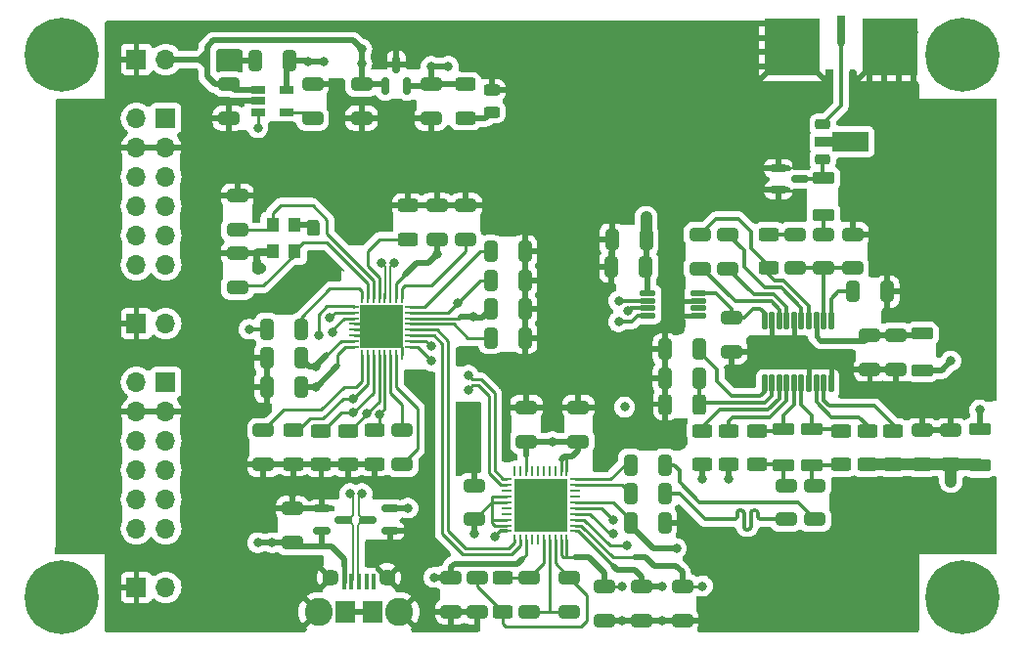
<source format=gbr>
%TF.GenerationSoftware,KiCad,Pcbnew,8.0.3*%
%TF.CreationDate,2024-07-17T08:28:56+07:00*%
%TF.ProjectId,msi_SDR_ADC,6d73695f-5344-4525-9f41-44432e6b6963,R0.1*%
%TF.SameCoordinates,PX72ade90PY75c75e0*%
%TF.FileFunction,Copper,L1,Top*%
%TF.FilePolarity,Positive*%
%FSLAX46Y46*%
G04 Gerber Fmt 4.6, Leading zero omitted, Abs format (unit mm)*
G04 Created by KiCad (PCBNEW 8.0.3) date 2024-07-17 08:28:56*
%MOMM*%
%LPD*%
G01*
G04 APERTURE LIST*
G04 Aperture macros list*
%AMRoundRect*
0 Rectangle with rounded corners*
0 $1 Rounding radius*
0 $2 $3 $4 $5 $6 $7 $8 $9 X,Y pos of 4 corners*
0 Add a 4 corners polygon primitive as box body*
4,1,4,$2,$3,$4,$5,$6,$7,$8,$9,$2,$3,0*
0 Add four circle primitives for the rounded corners*
1,1,$1+$1,$2,$3*
1,1,$1+$1,$4,$5*
1,1,$1+$1,$6,$7*
1,1,$1+$1,$8,$9*
0 Add four rect primitives between the rounded corners*
20,1,$1+$1,$2,$3,$4,$5,0*
20,1,$1+$1,$4,$5,$6,$7,0*
20,1,$1+$1,$6,$7,$8,$9,0*
20,1,$1+$1,$8,$9,$2,$3,0*%
%AMFreePoly0*
4,1,9,3.862500,-0.866500,0.737500,-0.866500,0.737500,-0.450000,-0.737500,-0.450000,-0.737500,0.450000,0.737500,0.450000,0.737500,0.866500,3.862500,0.866500,3.862500,-0.866500,3.862500,-0.866500,$1*%
G04 Aperture macros list end*
%TA.AperFunction,SMDPad,CuDef*%
%ADD10RoundRect,0.250000X0.650000X-0.325000X0.650000X0.325000X-0.650000X0.325000X-0.650000X-0.325000X0*%
%TD*%
%TA.AperFunction,SMDPad,CuDef*%
%ADD11RoundRect,0.250000X-0.650000X0.325000X-0.650000X-0.325000X0.650000X-0.325000X0.650000X0.325000X0*%
%TD*%
%TA.AperFunction,SMDPad,CuDef*%
%ADD12RoundRect,0.250000X-0.325000X-0.650000X0.325000X-0.650000X0.325000X0.650000X-0.325000X0.650000X0*%
%TD*%
%TA.AperFunction,ComponentPad*%
%ADD13R,1.700000X1.700000*%
%TD*%
%TA.AperFunction,ComponentPad*%
%ADD14O,1.700000X1.700000*%
%TD*%
%TA.AperFunction,SMDPad,CuDef*%
%ADD15RoundRect,0.250000X0.325000X0.650000X-0.325000X0.650000X-0.325000X-0.650000X0.325000X-0.650000X0*%
%TD*%
%TA.AperFunction,SMDPad,CuDef*%
%ADD16RoundRect,0.110000X-0.110000X-0.650000X0.110000X-0.650000X0.110000X0.650000X-0.110000X0.650000X0*%
%TD*%
%TA.AperFunction,SMDPad,CuDef*%
%ADD17RoundRect,0.250000X-0.625000X0.312500X-0.625000X-0.312500X0.625000X-0.312500X0.625000X0.312500X0*%
%TD*%
%TA.AperFunction,SMDPad,CuDef*%
%ADD18RoundRect,0.150000X-0.587500X-0.150000X0.587500X-0.150000X0.587500X0.150000X-0.587500X0.150000X0*%
%TD*%
%TA.AperFunction,SMDPad,CuDef*%
%ADD19RoundRect,0.062500X-0.062500X0.350000X-0.062500X-0.350000X0.062500X-0.350000X0.062500X0.350000X0*%
%TD*%
%TA.AperFunction,SMDPad,CuDef*%
%ADD20RoundRect,0.062500X-0.350000X0.062500X-0.350000X-0.062500X0.350000X-0.062500X0.350000X0.062500X0*%
%TD*%
%TA.AperFunction,HeatsinkPad*%
%ADD21R,4.600000X4.600000*%
%TD*%
%TA.AperFunction,SMDPad,CuDef*%
%ADD22RoundRect,0.250000X0.625000X-0.312500X0.625000X0.312500X-0.625000X0.312500X-0.625000X-0.312500X0*%
%TD*%
%TA.AperFunction,SMDPad,CuDef*%
%ADD23RoundRect,0.250000X0.700000X-0.275000X0.700000X0.275000X-0.700000X0.275000X-0.700000X-0.275000X0*%
%TD*%
%TA.AperFunction,SMDPad,CuDef*%
%ADD24R,0.400000X1.350000*%
%TD*%
%TA.AperFunction,ComponentPad*%
%ADD25C,2.425000*%
%TD*%
%TA.AperFunction,ComponentPad*%
%ADD26C,1.450000*%
%TD*%
%TA.AperFunction,SMDPad,CuDef*%
%ADD27R,1.800000X1.900000*%
%TD*%
%TA.AperFunction,SMDPad,CuDef*%
%ADD28RoundRect,0.150000X0.150000X-0.587500X0.150000X0.587500X-0.150000X0.587500X-0.150000X-0.587500X0*%
%TD*%
%TA.AperFunction,SMDPad,CuDef*%
%ADD29RoundRect,0.250000X0.312500X0.625000X-0.312500X0.625000X-0.312500X-0.625000X0.312500X-0.625000X0*%
%TD*%
%TA.AperFunction,SMDPad,CuDef*%
%ADD30RoundRect,0.243750X-0.456250X0.243750X-0.456250X-0.243750X0.456250X-0.243750X0.456250X0.243750X0*%
%TD*%
%TA.AperFunction,SMDPad,CuDef*%
%ADD31RoundRect,0.250000X-0.700000X0.275000X-0.700000X-0.275000X0.700000X-0.275000X0.700000X0.275000X0*%
%TD*%
%TA.AperFunction,SMDPad,CuDef*%
%ADD32RoundRect,0.150000X0.587500X0.150000X-0.587500X0.150000X-0.587500X-0.150000X0.587500X-0.150000X0*%
%TD*%
%TA.AperFunction,ComponentPad*%
%ADD33C,0.800000*%
%TD*%
%TA.AperFunction,ComponentPad*%
%ADD34C,6.400000*%
%TD*%
%TA.AperFunction,SMDPad,CuDef*%
%ADD35RoundRect,0.112500X0.587500X-0.112500X0.587500X0.112500X-0.587500X0.112500X-0.587500X-0.112500X0*%
%TD*%
%TA.AperFunction,SMDPad,CuDef*%
%ADD36R,1.250000X0.650000*%
%TD*%
%TA.AperFunction,SMDPad,CuDef*%
%ADD37R,1.100000X1.300000*%
%TD*%
%TA.AperFunction,SMDPad,CuDef*%
%ADD38R,0.700000X2.350000*%
%TD*%
%TA.AperFunction,SMDPad,CuDef*%
%ADD39R,4.800000X4.900000*%
%TD*%
%TA.AperFunction,SMDPad,CuDef*%
%ADD40RoundRect,0.225000X-0.425000X-0.225000X0.425000X-0.225000X0.425000X0.225000X-0.425000X0.225000X0*%
%TD*%
%TA.AperFunction,SMDPad,CuDef*%
%ADD41FreePoly0,0.000000*%
%TD*%
%TA.AperFunction,SMDPad,CuDef*%
%ADD42RoundRect,0.062500X0.062500X-0.337500X0.062500X0.337500X-0.062500X0.337500X-0.062500X-0.337500X0*%
%TD*%
%TA.AperFunction,SMDPad,CuDef*%
%ADD43RoundRect,0.062500X0.337500X-0.062500X0.337500X0.062500X-0.337500X0.062500X-0.337500X-0.062500X0*%
%TD*%
%TA.AperFunction,HeatsinkPad*%
%ADD44R,3.700000X3.700000*%
%TD*%
%TA.AperFunction,ViaPad*%
%ADD45C,0.800000*%
%TD*%
%TA.AperFunction,Conductor*%
%ADD46C,0.250000*%
%TD*%
%TA.AperFunction,Conductor*%
%ADD47C,0.500000*%
%TD*%
%TA.AperFunction,Conductor*%
%ADD48C,0.400000*%
%TD*%
%TA.AperFunction,Conductor*%
%ADD49C,0.450000*%
%TD*%
%TA.AperFunction,Conductor*%
%ADD50C,0.300000*%
%TD*%
%TA.AperFunction,Conductor*%
%ADD51C,1.000000*%
%TD*%
%TA.AperFunction,Conductor*%
%ADD52C,0.200000*%
%TD*%
G04 APERTURE END LIST*
D10*
%TO.P,C13,1*%
%TO.N,GND*%
X21000000Y15025000D03*
%TO.P,C13,2*%
%TO.N,Net-(U2-VCC_GPIO)*%
X21000000Y17975000D03*
%TD*%
D11*
%TO.P,C9,1*%
%TO.N,Net-(C9-Pad1)*%
X68750000Y13225000D03*
%TO.P,C9,2*%
%TO.N,TO_ADC_L*%
X68750000Y10275000D03*
%TD*%
D12*
%TO.P,C29,1*%
%TO.N,VDIG*%
X40675000Y28500000D03*
%TO.P,C29,2*%
%TO.N,GND*%
X43625000Y28500000D03*
%TD*%
D11*
%TO.P,C45,1*%
%TO.N,Net-(U4-VCO-VCC)*%
X39500000Y5225000D03*
%TO.P,C45,2*%
%TO.N,GND*%
X39500000Y2275000D03*
%TD*%
D10*
%TO.P,C21,1*%
%TO.N,5VVGA*%
X78000000Y15025000D03*
%TO.P,C21,2*%
%TO.N,GND*%
X78000000Y17975000D03*
%TD*%
D13*
%TO.P,J4,1,1*%
%TO.N,+3.3V*%
X12540000Y45030000D03*
D14*
%TO.P,J4,2,2*%
X10000000Y45030000D03*
%TO.P,J4,3,3*%
%TO.N,GND*%
X12540000Y42490000D03*
%TO.P,J4,4,4*%
X10000000Y42490000D03*
%TO.P,J4,5,5*%
%TO.N,unconnected-(J4-Pad5)*%
X12540000Y39950000D03*
%TO.P,J4,6,6*%
%TO.N,unconnected-(J4-Pad6)*%
X10000000Y39950000D03*
%TO.P,J4,7,7*%
%TO.N,SDI*%
X12540000Y37410000D03*
%TO.P,J4,8,8*%
%TO.N,unconnected-(J4-Pad8)*%
X10000000Y37410000D03*
%TO.P,J4,9,9*%
%TO.N,SCK*%
X12540000Y34870000D03*
%TO.P,J4,10,10*%
%TO.N,unconnected-(J4-Pad10)*%
X10000000Y34870000D03*
%TO.P,J4,11,11*%
%TO.N,~{CS}*%
X12540000Y32330000D03*
%TO.P,J4,12,12*%
%TO.N,unconnected-(J4-Pad12)*%
X10000000Y32330000D03*
%TD*%
D12*
%TO.P,C27,1*%
%TO.N,Net-(U2-V18_ADC)*%
X40675000Y26000000D03*
%TO.P,C27,2*%
%TO.N,GND*%
X43625000Y26000000D03*
%TD*%
D15*
%TO.P,C26,1*%
%TO.N,VDIG*%
X54112500Y34512500D03*
%TO.P,C26,2*%
%TO.N,GND*%
X51162500Y34512500D03*
%TD*%
%TO.P,C25,1*%
%TO.N,VDIG*%
X54087500Y32162500D03*
%TO.P,C25,2*%
%TO.N,GND*%
X51137500Y32162500D03*
%TD*%
D16*
%TO.P,IC2,1,LMD*%
%TO.N,Net-(IC2-LMD)*%
X70130000Y27465000D03*
%TO.P,IC2,2,INH*%
%TO.N,Net-(IC2-INH)*%
X69490000Y27465000D03*
%TO.P,IC2,3,VPSL*%
%TO.N,5VLNA*%
X68850000Y27465000D03*
%TO.P,IC2,4,LON*%
%TO.N,Net-(IC2-LON)*%
X68210000Y27465000D03*
%TO.P,IC2,5,LOP*%
%TO.N,Net-(IC2-LOP)*%
X67570000Y27465000D03*
%TO.P,IC2,6,COML*%
%TO.N,GND*%
X66930000Y27465000D03*
%TO.P,IC2,7,VIP*%
%TO.N,Net-(IC2-VIP)*%
X66290000Y27465000D03*
%TO.P,IC2,8,VIN*%
%TO.N,Net-(IC2-VIN)*%
X65650000Y27465000D03*
%TO.P,IC2,9,MODE*%
%TO.N,GND*%
X65010000Y27465000D03*
%TO.P,IC2,10,GAIN*%
%TO.N,DAC_G*%
X64370000Y27465000D03*
%TO.P,IC2,11,VCM*%
%TO.N,Net-(IC2-VCM)*%
X64370000Y22035000D03*
%TO.P,IC2,12,RCLMP*%
%TO.N,Net-(IC2-RCLMP)*%
X65010000Y22035000D03*
%TO.P,IC2,13,HILO*%
%TO.N,Net-(IC2-HILO)*%
X65650000Y22035000D03*
%TO.P,IC2,14,VPOS*%
%TO.N,Net-(IC2-VPOS)*%
X66290000Y22035000D03*
%TO.P,IC2,15,VOH*%
%TO.N,VOH*%
X66930000Y22035000D03*
%TO.P,IC2,16,VOL*%
%TO.N,VOL*%
X67570000Y22035000D03*
%TO.P,IC2,17,COMM_1*%
%TO.N,GND*%
X68210000Y22035000D03*
%TO.P,IC2,18,ENBV*%
%TO.N,Net-(IC2-ENBV)*%
X68850000Y22035000D03*
%TO.P,IC2,19,ENBL*%
%TO.N,Net-(IC2-ENBL)*%
X69490000Y22035000D03*
%TO.P,IC2,20,COMM_2*%
%TO.N,GND*%
X70130000Y22035000D03*
%TD*%
D15*
%TO.P,C3,1*%
%TO.N,VDDI*%
X24225000Y24250000D03*
%TO.P,C3,2*%
%TO.N,GND*%
X21275000Y24250000D03*
%TD*%
D17*
%TO.P,R7,1*%
%TO.N,Net-(C6-Pad2)*%
X64750000Y34962500D03*
%TO.P,R7,2*%
%TO.N,Net-(IC2-LON)*%
X64750000Y32037500D03*
%TD*%
D11*
%TO.P,C7,1*%
%TO.N,GND*%
X18750000Y33325000D03*
%TO.P,C7,2*%
%TO.N,Net-(U2-X1)*%
X18750000Y30375000D03*
%TD*%
D15*
%TO.P,C40,1*%
%TO.N,VRF*%
X23225000Y50000000D03*
%TO.P,C40,2*%
%TO.N,GND*%
X20275000Y50000000D03*
%TD*%
D13*
%TO.P,J3,1,Pin_1*%
%TO.N,GND*%
X10000000Y50120000D03*
D14*
%TO.P,J3,2,Pin_2*%
%TO.N,+5V*%
X12540000Y50120000D03*
%TD*%
D11*
%TO.P,C47,1*%
%TO.N,GND*%
X43750000Y19975000D03*
%TO.P,C47,2*%
%TO.N,VRF*%
X43750000Y17025000D03*
%TD*%
D10*
%TO.P,C34,1*%
%TO.N,GND*%
X53750000Y1525000D03*
%TO.P,C34,2*%
%TO.N,VDDI*%
X53750000Y4475000D03*
%TD*%
D11*
%TO.P,C15,1*%
%TO.N,Net-(U2-ADC_REF_P)*%
X33000000Y17975000D03*
%TO.P,C15,2*%
%TO.N,Net-(U2-ADC_REF_N)*%
X33000000Y15025000D03*
%TD*%
D18*
%TO.P,D4,1,K*%
%TO.N,GND*%
X26062500Y11200000D03*
%TO.P,D4,2,A*%
%TO.N,+5V*%
X26062500Y9300000D03*
%TO.P,D4,3,K*%
%TO.N,USB_N*%
X27937500Y10250000D03*
%TD*%
D15*
%TO.P,C35,1*%
%TO.N,TO_ADC_H*%
X55725000Y12500000D03*
%TO.P,C35,2*%
%TO.N,Net-(U4-AMP2_INB)*%
X52775000Y12500000D03*
%TD*%
D19*
%TO.P,U4,1,VCC1*%
%TO.N,VRF*%
X47250000Y14437500D03*
%TO.P,U4,2,VCC2*%
X46750000Y14437500D03*
%TO.P,U4,3,BND3_IN*%
%TO.N,unconnected-(U4-BND3_IN-Pad3)*%
X46250000Y14437500D03*
%TO.P,U4,4,BND3_INB*%
%TO.N,unconnected-(U4-BND3_INB-Pad4)*%
X45750000Y14437500D03*
%TO.P,U4,5,NC*%
%TO.N,unconnected-(U4-NC-Pad5)*%
X45250000Y14437500D03*
%TO.P,U4,6,BND3_IN*%
%TO.N,unconnected-(U4-BND3_IN-Pad6)*%
X44750000Y14437500D03*
%TO.P,U4,7,BND3_IN*%
%TO.N,unconnected-(U4-BND3_IN-Pad7)*%
X44250000Y14437500D03*
%TO.P,U4,8,VCC3*%
%TO.N,VRF*%
X43750000Y14437500D03*
%TO.P,U4,9,VHF_INB*%
%TO.N,unconnected-(U4-VHF_INB-Pad9)*%
X43250000Y14437500D03*
%TO.P,U4,10,VHF_INB*%
%TO.N,unconnected-(U4-VHF_INB-Pad10)*%
X42750000Y14437500D03*
D20*
%TO.P,U4,11,OPI*%
%TO.N,/I_IN_P*%
X42062500Y13750000D03*
%TO.P,U4,12,OPIB*%
%TO.N,/I_IN_N*%
X42062500Y13250000D03*
%TO.P,U4,13,NC*%
%TO.N,unconnected-(U4-NC-Pad13)*%
X42062500Y12750000D03*
%TO.P,U4,14,VCC5*%
%TO.N,VRF*%
X42062500Y12250000D03*
%TO.P,U4,15,VCC6*%
X42062500Y11750000D03*
%TO.P,U4,16,OSC-OP*%
%TO.N,unconnected-(U4-OSC-OP-Pad16)*%
X42062500Y11250000D03*
%TO.P,U4,17,DC-FB*%
%TO.N,unconnected-(U4-DC-FB-Pad17)*%
X42062500Y10750000D03*
%TO.P,U4,18,VCC7*%
%TO.N,VRF*%
X42062500Y10250000D03*
%TO.P,U4,19,VCC8*%
X42062500Y9750000D03*
%TO.P,U4,20,REF-CLK*%
%TO.N,/REFCLK*%
X42062500Y9250000D03*
D19*
%TO.P,U4,21,OPQB*%
%TO.N,/Q_IN_N*%
X42750000Y8562500D03*
%TO.P,U4,22,OPQ*%
%TO.N,/Q_IN_P*%
X43250000Y8562500D03*
%TO.P,U4,23,VCC9*%
%TO.N,VRF*%
X43750000Y8562500D03*
%TO.P,U4,24,LBND_IN*%
%TO.N,unconnected-(U4-LBND_IN-Pad24)*%
X44250000Y8562500D03*
%TO.P,U4,25,LBND_INB*%
%TO.N,unconnected-(U4-LBND_INB-Pad25)*%
X44750000Y8562500D03*
%TO.P,U4,26,LFILT-PC*%
%TO.N,Net-(U4-LFILT-PC)*%
X45250000Y8562500D03*
%TO.P,U4,27,CP-OUT*%
%TO.N,Net-(U4-CP-OUT)*%
X45750000Y8562500D03*
%TO.P,U4,28,VCO-VCC*%
%TO.N,Net-(U4-VCO-VCC)*%
X46250000Y8562500D03*
%TO.P,U4,29,VCC10*%
%TO.N,VRF*%
X46750000Y8562500D03*
%TO.P,U4,30,VCC11*%
X47250000Y8562500D03*
D20*
%TO.P,U4,31,VDDI*%
%TO.N,VDDI*%
X47937500Y9250000D03*
%TO.P,U4,32,VDD*%
%TO.N,VRF*%
X47937500Y9750000D03*
%TO.P,U4,33,EN*%
%TO.N,SPI_LAT*%
X47937500Y10250000D03*
%TO.P,U4,34,CLK*%
%TO.N,SPI_CLK*%
X47937500Y10750000D03*
%TO.P,U4,35,DATA*%
%TO.N,SPI_DATA*%
X47937500Y11250000D03*
%TO.P,U4,36,VCC12*%
%TO.N,VRF*%
X47937500Y11750000D03*
%TO.P,U4,37,AMP1_INB*%
%TO.N,unconnected-(U4-AMP1_INB-Pad37)*%
X47937500Y12250000D03*
%TO.P,U4,38,AMP1_INB*%
%TO.N,unconnected-(U4-AMP1_INB-Pad38)*%
X47937500Y12750000D03*
%TO.P,U4,39,AMP2_INB*%
%TO.N,Net-(U4-AMP2_INB)*%
X47937500Y13250000D03*
%TO.P,U4,40,AMP2_IN*%
%TO.N,Net-(U4-AMP2_IN)*%
X47937500Y13750000D03*
D21*
%TO.P,U4,41,GND*%
%TO.N,GND*%
X45000000Y11500000D03*
%TD*%
D22*
%TO.P,R16,1*%
%TO.N,Net-(U4-VCO-VCC)*%
X41750000Y2287500D03*
%TO.P,R16,2*%
%TO.N,Net-(U4-LFILT-PC)*%
X41750000Y5212500D03*
%TD*%
%TO.P,R3,1*%
%TO.N,5VVGA*%
X73250000Y15037500D03*
%TO.P,R3,2*%
%TO.N,Net-(IC2-ENBV)*%
X73250000Y17962500D03*
%TD*%
D23*
%TO.P,FB4,1*%
%TO.N,5VVGA*%
X83000000Y14925000D03*
%TO.P,FB4,2*%
%TO.N,+5V*%
X83000000Y18075000D03*
%TD*%
D18*
%TO.P,D1,1,K*%
%TO.N,GND*%
X65562500Y40700000D03*
%TO.P,D1,2,A*%
X65562500Y38800000D03*
%TO.P,D1,3,K*%
%TO.N,Net-(U1-B)*%
X67437500Y39750000D03*
%TD*%
D10*
%TO.P,C20,1*%
%TO.N,VDIG*%
X36000000Y34525000D03*
%TO.P,C20,2*%
%TO.N,GND*%
X36000000Y37475000D03*
%TD*%
D23*
%TO.P,FB5,1*%
%TO.N,+5V*%
X78000000Y23200000D03*
%TO.P,FB5,2*%
%TO.N,5VLNA*%
X78000000Y26350000D03*
%TD*%
D12*
%TO.P,C8,1*%
%TO.N,/REFCLK*%
X21275000Y26750000D03*
%TO.P,C8,2*%
%TO.N,Net-(U2-REFOUT)*%
X24225000Y26750000D03*
%TD*%
D13*
%TO.P,J6,1,1*%
%TO.N,+3.3V*%
X12540000Y22170000D03*
D14*
%TO.P,J6,2,2*%
X10000000Y22170000D03*
%TO.P,J6,3,3*%
%TO.N,GND*%
X12540000Y19630000D03*
%TO.P,J6,4,4*%
X10000000Y19630000D03*
%TO.P,J6,5,5*%
%TO.N,GPIO_0*%
X12540000Y17090000D03*
%TO.P,J6,6,6*%
%TO.N,SPI_DATA*%
X10000000Y17090000D03*
%TO.P,J6,7,7*%
%TO.N,GPIO_1*%
X12540000Y14550000D03*
%TO.P,J6,8,8*%
%TO.N,SPI_LAT*%
X10000000Y14550000D03*
%TO.P,J6,9,9*%
%TO.N,GPIO_2*%
X12540000Y12010000D03*
%TO.P,J6,10,10*%
%TO.N,SPI_CLK*%
X10000000Y12010000D03*
%TO.P,J6,11,11*%
%TO.N,GPIO_3*%
X12540000Y9470000D03*
%TO.P,J6,12,12*%
%TO.N,unconnected-(J6-Pad12)*%
X10000000Y9470000D03*
%TD*%
D24*
%TO.P,J2,1,VBUS*%
%TO.N,+5V*%
X27962000Y4925000D03*
%TO.P,J2,2,D-*%
%TO.N,USB_N*%
X28612000Y4925000D03*
%TO.P,J2,3,D+*%
%TO.N,USB_P*%
X29262000Y4925000D03*
%TO.P,J2,4,ID*%
%TO.N,unconnected-(J2-ID-Pad4)*%
X29912000Y4925000D03*
%TO.P,J2,5,GND*%
%TO.N,GND*%
X30562000Y4925000D03*
D25*
%TO.P,J2,6,Shield*%
X25750000Y2250000D03*
D26*
X26837000Y5250000D03*
D27*
X28112000Y2250000D03*
X30412000Y2250000D03*
D26*
X31687000Y5250000D03*
D25*
X32774000Y2250000D03*
%TD*%
D28*
%TO.P,U3,1,Vin*%
%TO.N,+5V*%
X31550000Y47812500D03*
%TO.P,U3,2,Vout*%
%TO.N,VDIG*%
X33450000Y47812500D03*
%TO.P,U3,3,GND*%
%TO.N,GND*%
X32500000Y49687500D03*
%TD*%
D29*
%TO.P,R9,1*%
%TO.N,Net-(IC2-RCLMP)*%
X58712500Y20250000D03*
%TO.P,R9,2*%
%TO.N,GND*%
X55787500Y20250000D03*
%TD*%
D11*
%TO.P,C48,1*%
%TO.N,VRF*%
X37250000Y5225000D03*
%TO.P,C48,2*%
%TO.N,GND*%
X37250000Y2275000D03*
%TD*%
D30*
%TO.P,D2,1,K*%
%TO.N,GND*%
X40750000Y47437500D03*
%TO.P,D2,2,A*%
%TO.N,Net-(D2-A)*%
X40750000Y45562500D03*
%TD*%
D31*
%TO.P,FB3,1*%
%TO.N,VOL*%
X68500000Y18075000D03*
%TO.P,FB3,2*%
%TO.N,Net-(C9-Pad1)*%
X68500000Y14925000D03*
%TD*%
D11*
%TO.P,C37,1*%
%TO.N,VDIG*%
X35500000Y47975000D03*
%TO.P,C37,2*%
%TO.N,GND*%
X35500000Y45025000D03*
%TD*%
%TO.P,C39,1*%
%TO.N,+5V*%
X18000000Y47975000D03*
%TO.P,C39,2*%
%TO.N,GND*%
X18000000Y45025000D03*
%TD*%
D15*
%TO.P,C4,1*%
%TO.N,VDIG*%
X24225000Y21750000D03*
%TO.P,C4,2*%
%TO.N,GND*%
X21275000Y21750000D03*
%TD*%
D32*
%TO.P,D3,1,K*%
%TO.N,GND*%
X31937500Y9300000D03*
%TO.P,D3,2,A*%
%TO.N,+5V*%
X31937500Y11200000D03*
%TO.P,D3,3,K*%
%TO.N,USB_P*%
X30062500Y10250000D03*
%TD*%
D13*
%TO.P,J7,1,Pin_1*%
%TO.N,GND*%
X10000000Y4390000D03*
D14*
%TO.P,J7,2,Pin_2*%
%TO.N,+5V*%
X12540000Y4390000D03*
%TD*%
D31*
%TO.P,FB1,1*%
%TO.N,VOH*%
X66000000Y18075000D03*
%TO.P,FB1,2*%
%TO.N,Net-(C2-Pad1)*%
X66000000Y14925000D03*
%TD*%
D11*
%TO.P,C23,1*%
%TO.N,5VLNA*%
X75750000Y26225000D03*
%TO.P,C23,2*%
%TO.N,GND*%
X75750000Y23275000D03*
%TD*%
D33*
%TO.P,REF\u002A\u002A,1*%
%TO.N,N/C*%
X79100000Y3500000D03*
X79802944Y5197056D03*
X79802944Y1802944D03*
X81500000Y5900000D03*
D34*
X81500000Y3500000D03*
D33*
X81500000Y1100000D03*
X83197056Y5197056D03*
X83197056Y1802944D03*
X83900000Y3500000D03*
%TD*%
D11*
%TO.P,C36,1*%
%TO.N,+5V*%
X29500000Y47975000D03*
%TO.P,C36,2*%
%TO.N,GND*%
X29500000Y45025000D03*
%TD*%
D10*
%TO.P,C31,1*%
%TO.N,+5V*%
X23500000Y8275000D03*
%TO.P,C31,2*%
%TO.N,GND*%
X23500000Y11225000D03*
%TD*%
D17*
%TO.P,R12,1*%
%TO.N,GPIO_0*%
X23580000Y18000000D03*
%TO.P,R12,2*%
%TO.N,GND*%
X23580000Y15075000D03*
%TD*%
D15*
%TO.P,C17,1*%
%TO.N,Net-(IC2-RCLMP)*%
X58725000Y22500000D03*
%TO.P,C17,2*%
%TO.N,GND*%
X55775000Y22500000D03*
%TD*%
D35*
%TO.P,IC3,1,VDD*%
%TO.N,VDIG*%
X54250000Y29850000D03*
%TO.P,IC3,2,~{CS}*%
%TO.N,~{CS}*%
X54250000Y29200000D03*
%TO.P,IC3,3,SCK*%
%TO.N,SCK*%
X54250000Y28550000D03*
%TO.P,IC3,4,SDI*%
%TO.N,SDI*%
X54250000Y27900000D03*
%TO.P,IC3,5,~{LDAC}*%
%TO.N,GND*%
X58650000Y27900000D03*
%TO.P,IC3,6,VOUTB*%
%TO.N,unconnected-(IC3-VOUTB-Pad6)*%
X58650000Y28550000D03*
%TO.P,IC3,7,VSS*%
%TO.N,GND*%
X58650000Y29200000D03*
%TO.P,IC3,8,VOUTA*%
%TO.N,DAC_G*%
X58650000Y29850000D03*
%TD*%
D17*
%TO.P,R15,1*%
%TO.N,GPIO_3*%
X30580000Y18000000D03*
%TO.P,R15,2*%
%TO.N,GND*%
X30580000Y15075000D03*
%TD*%
D11*
%TO.P,C10,1*%
%TO.N,Net-(IC2-LON)*%
X58800000Y34950000D03*
%TO.P,C10,2*%
%TO.N,Net-(IC2-VIN)*%
X58800000Y32000000D03*
%TD*%
D33*
%TO.P,REF\u002A\u002A,1*%
%TO.N,N/C*%
X1100000Y3500000D03*
X1802944Y5197056D03*
X1802944Y1802944D03*
X3500000Y5900000D03*
D34*
X3500000Y3500000D03*
D33*
X3500000Y1100000D03*
X5197056Y5197056D03*
X5197056Y1802944D03*
X5900000Y3500000D03*
%TD*%
D11*
%TO.P,C5,1*%
%TO.N,Net-(C5-Pad1)*%
X69500000Y34975000D03*
%TO.P,C5,2*%
%TO.N,Net-(IC2-INH)*%
X69500000Y32025000D03*
%TD*%
D36*
%TO.P,IC1,1,VIN*%
%TO.N,+5V*%
X20500000Y47440000D03*
%TO.P,IC1,2,GND*%
%TO.N,GND*%
X20500000Y46500000D03*
%TO.P,IC1,3,EN*%
%TO.N,V18-SYNTH*%
X20500000Y45560000D03*
%TO.P,IC1,4,BP*%
%TO.N,Net-(IC1-BP)*%
X23000000Y45560000D03*
%TO.P,IC1,5,VOUT*%
%TO.N,VRF*%
X23000000Y47440000D03*
%TD*%
D37*
%TO.P,Y1,1,1*%
%TO.N,Net-(U2-X0)*%
X21800000Y35800000D03*
%TO.P,Y1,2,2*%
%TO.N,GND*%
X21800000Y33500000D03*
%TO.P,Y1,3,3*%
%TO.N,Net-(U2-X1)*%
X23700000Y33500000D03*
%TO.P,Y1,4,4*%
%TO.N,GND*%
X23700000Y35800000D03*
%TD*%
D11*
%TO.P,C11,1*%
%TO.N,Net-(IC2-LOP)*%
X61200000Y34950000D03*
%TO.P,C11,2*%
%TO.N,Net-(IC2-VIP)*%
X61200000Y32000000D03*
%TD*%
D38*
%TO.P,J1,1,1*%
%TO.N,Net-(U1-A)*%
X71000000Y52750000D03*
D39*
%TO.P,J1,2,2*%
%TO.N,GND*%
X75250000Y51175000D03*
X66750000Y51175000D03*
%TD*%
D10*
%TO.P,C6,1*%
%TO.N,Net-(IC2-INH)*%
X67000000Y32025000D03*
%TO.P,C6,2*%
%TO.N,Net-(C6-Pad2)*%
X67000000Y34975000D03*
%TD*%
D33*
%TO.P,REF\u002A\u002A,1*%
%TO.N,N/C*%
X1100000Y50500000D03*
X1802944Y52197056D03*
X1802944Y48802944D03*
X3500000Y52900000D03*
D34*
X3500000Y50500000D03*
D33*
X3500000Y48100000D03*
X5197056Y52197056D03*
X5197056Y48802944D03*
X5900000Y50500000D03*
%TD*%
D40*
%TO.P,U1,1,A*%
%TO.N,Net-(U1-A)*%
X69412500Y44500000D03*
D41*
%TO.P,U1,2,COM*%
%TO.N,unconnected-(U1-COM-Pad2)*%
X69500000Y43000000D03*
D40*
%TO.P,U1,3,B*%
%TO.N,Net-(U1-B)*%
X69412500Y41500000D03*
%TD*%
D10*
%TO.P,C22,1*%
%TO.N,5VVGA*%
X80500000Y15025000D03*
%TO.P,C22,2*%
%TO.N,GND*%
X80500000Y17975000D03*
%TD*%
D11*
%TO.P,C24,1*%
%TO.N,5VLNA*%
X73500000Y26225000D03*
%TO.P,C24,2*%
%TO.N,GND*%
X73500000Y23275000D03*
%TD*%
D10*
%TO.P,C46,1*%
%TO.N,Net-(U4-CP-OUT)*%
X44000000Y2275000D03*
%TO.P,C46,2*%
%TO.N,Net-(U4-LFILT-PC)*%
X44000000Y5225000D03*
%TD*%
D31*
%TO.P,FB2,1*%
%TO.N,Net-(U1-B)*%
X69500000Y39825000D03*
%TO.P,FB2,2*%
%TO.N,Net-(C5-Pad1)*%
X69500000Y36675000D03*
%TD*%
D10*
%TO.P,C12,1*%
%TO.N,Net-(IC2-INH)*%
X72000000Y32025000D03*
%TO.P,C12,2*%
%TO.N,GND*%
X72000000Y34975000D03*
%TD*%
D12*
%TO.P,C28,1*%
%TO.N,Net-(U2-V18_PHY)*%
X40675000Y33500000D03*
%TO.P,C28,2*%
%TO.N,GND*%
X43625000Y33500000D03*
%TD*%
D22*
%TO.P,R5,1*%
%TO.N,5VVGA*%
X61250000Y15037500D03*
%TO.P,R5,2*%
%TO.N,Net-(IC2-VPOS)*%
X61250000Y17962500D03*
%TD*%
D17*
%TO.P,R10,1*%
%TO.N,VDIG*%
X38500000Y47962500D03*
%TO.P,R10,2*%
%TO.N,Net-(D2-A)*%
X38500000Y45037500D03*
%TD*%
D11*
%TO.P,C18,1*%
%TO.N,DAC_G*%
X61500000Y27725000D03*
%TO.P,C18,2*%
%TO.N,GND*%
X61500000Y24775000D03*
%TD*%
D10*
%TO.P,C16,1*%
%TO.N,Net-(U2-V15_VCO)*%
X38500000Y34525000D03*
%TO.P,C16,2*%
%TO.N,GND*%
X38500000Y37475000D03*
%TD*%
D12*
%TO.P,C30,1*%
%TO.N,V18-SYNTH*%
X40675000Y31000000D03*
%TO.P,C30,2*%
%TO.N,GND*%
X43625000Y31000000D03*
%TD*%
D15*
%TO.P,C38,1*%
%TO.N,TO_ADC_L*%
X55725000Y15000000D03*
%TO.P,C38,2*%
%TO.N,Net-(U4-AMP2_IN)*%
X52775000Y15000000D03*
%TD*%
D10*
%TO.P,C49,1*%
%TO.N,VRF*%
X39250000Y10275000D03*
%TO.P,C49,2*%
%TO.N,GND*%
X39250000Y13225000D03*
%TD*%
D22*
%TO.P,R6,1*%
%TO.N,5VVGA*%
X59000000Y15037500D03*
%TO.P,R6,2*%
%TO.N,Net-(IC2-HILO)*%
X59000000Y17962500D03*
%TD*%
D17*
%TO.P,R14,1*%
%TO.N,GPIO_2*%
X28330000Y17962500D03*
%TO.P,R14,2*%
%TO.N,GND*%
X28330000Y15037500D03*
%TD*%
%TO.P,R4,1*%
%TO.N,VOH*%
X63750000Y17962500D03*
%TO.P,R4,2*%
%TO.N,Net-(C2-Pad1)*%
X63750000Y15037500D03*
%TD*%
D10*
%TO.P,C41,1*%
%TO.N,Net-(IC1-BP)*%
X25250000Y45025000D03*
%TO.P,C41,2*%
%TO.N,GND*%
X25250000Y47975000D03*
%TD*%
D17*
%TO.P,R8,1*%
%TO.N,VOL*%
X71000000Y17962500D03*
%TO.P,R8,2*%
%TO.N,Net-(C9-Pad1)*%
X71000000Y15037500D03*
%TD*%
D42*
%TO.P,U2,1,VCC_GPIO*%
%TO.N,Net-(U2-VCC_GPIO)*%
X29500000Y24500000D03*
%TO.P,U2,2,GPIO_0*%
%TO.N,GPIO_0*%
X30000000Y24500000D03*
%TO.P,U2,3,GPIO_1*%
%TO.N,GPIO_1*%
X30500000Y24500000D03*
%TO.P,U2,4,GPIO_2*%
%TO.N,GPIO_2*%
X31000000Y24500000D03*
%TO.P,U2,5,GPIO_3*%
%TO.N,GPIO_3*%
X31500000Y24500000D03*
%TO.P,U2,6,ADC_REF_P*%
%TO.N,Net-(U2-ADC_REF_P)*%
X32000000Y24500000D03*
%TO.P,U2,7,ADC_REF_N*%
%TO.N,Net-(U2-ADC_REF_N)*%
X32500000Y24500000D03*
%TO.P,U2,8,VEE_ADC*%
%TO.N,GND*%
X33000000Y24500000D03*
D43*
%TO.P,U2,9,IIN_P*%
%TO.N,/I_IN_P*%
X33700000Y25200000D03*
%TO.P,U2,10,IIN_N*%
%TO.N,/I_IN_N*%
X33700000Y25700000D03*
%TO.P,U2,11,QIN_P*%
%TO.N,/Q_IN_P*%
X33700000Y26200000D03*
%TO.P,U2,12,QIN_N*%
%TO.N,/Q_IN_N*%
X33700000Y26700000D03*
%TO.P,U2,13,V18_ADC*%
%TO.N,Net-(U2-V18_ADC)*%
X33700000Y27200000D03*
%TO.P,U2,14,VCC_3V_PM*%
%TO.N,VDIG*%
X33700000Y27700000D03*
%TO.P,U2,15,V18_SYNTH*%
%TO.N,V18-SYNTH*%
X33700000Y28200000D03*
%TO.P,U2,16,V18_PHY*%
%TO.N,Net-(U2-V18_PHY)*%
X33700000Y28700000D03*
D42*
%TO.P,U2,17,V15_VCO*%
%TO.N,Net-(U2-V15_VCO)*%
X33000000Y29400000D03*
%TO.P,U2,18,VCC_3V_XCVR*%
%TO.N,VDIG*%
X32500000Y29400000D03*
%TO.P,U2,19,DP*%
%TO.N,USB_P*%
X32000000Y29400000D03*
%TO.P,U2,20,DM*%
%TO.N,USB_N*%
X31500000Y29400000D03*
%TO.P,U2,21,REST*%
%TO.N,Net-(U2-REST)*%
X31000000Y29400000D03*
%TO.P,U2,22,X0*%
%TO.N,Net-(U2-X0)*%
X30500000Y29400000D03*
%TO.P,U2,23,X1*%
%TO.N,Net-(U2-X1)*%
X30000000Y29400000D03*
%TO.P,U2,24,REFOUT*%
%TO.N,Net-(U2-REFOUT)*%
X29500000Y29400000D03*
D43*
%TO.P,U2,25,SPI_LAT*%
%TO.N,SPI_LAT*%
X28800000Y28700000D03*
%TO.P,U2,26,SPI_DAT*%
%TO.N,SPI_DATA*%
X28800000Y28200000D03*
%TO.P,U2,27,SPI_CLK*%
%TO.N,SPI_CLK*%
X28800000Y27700000D03*
%TO.P,U2,28,XTAL_SEL*%
%TO.N,GND*%
X28800000Y27200000D03*
%TO.P,U2,29,TEST1*%
X28800000Y26700000D03*
%TO.P,U2,30,TEST2*%
X28800000Y26200000D03*
%TO.P,U2,31,V18_DIGITAL*%
%TO.N,VDDI*%
X28800000Y25700000D03*
%TO.P,U2,32,VCC_3V_DIGITAL*%
%TO.N,VDIG*%
X28800000Y25200000D03*
D44*
%TO.P,U2,33,GND*%
%TO.N,GND*%
X31250000Y26950000D03*
%TD*%
D33*
%TO.P,REF\u002A\u002A,1*%
%TO.N,N/C*%
X79100000Y50500000D03*
X79802944Y52197056D03*
X79802944Y48802944D03*
X81500000Y52900000D03*
D34*
X81500000Y50500000D03*
D33*
X81500000Y48100000D03*
X83197056Y52197056D03*
X83197056Y48802944D03*
X83900000Y50500000D03*
%TD*%
D10*
%TO.P,C42,1*%
%TO.N,GND*%
X50500000Y1525000D03*
%TO.P,C42,2*%
%TO.N,VRF*%
X50500000Y4475000D03*
%TD*%
D13*
%TO.P,J5,1,Pin_1*%
%TO.N,GND*%
X10000000Y27250000D03*
D14*
%TO.P,J5,2,Pin_2*%
%TO.N,+5V*%
X12540000Y27250000D03*
%TD*%
D15*
%TO.P,C32,1*%
%TO.N,GND*%
X55725000Y10000000D03*
%TO.P,C32,2*%
%TO.N,VRF*%
X52775000Y10000000D03*
%TD*%
%TO.P,C19,1*%
%TO.N,Net-(IC2-VCM)*%
X58725000Y25000000D03*
%TO.P,C19,2*%
%TO.N,GND*%
X55775000Y25000000D03*
%TD*%
D11*
%TO.P,C14,1*%
%TO.N,GND*%
X18750000Y38300000D03*
%TO.P,C14,2*%
%TO.N,Net-(U2-X0)*%
X18750000Y35350000D03*
%TD*%
%TO.P,C43,1*%
%TO.N,GND*%
X48250000Y19975000D03*
%TO.P,C43,2*%
%TO.N,VRF*%
X48250000Y17025000D03*
%TD*%
D17*
%TO.P,R11,1*%
%TO.N,GND*%
X33500000Y37462500D03*
%TO.P,R11,2*%
%TO.N,Net-(U2-REST)*%
X33500000Y34537500D03*
%TD*%
D11*
%TO.P,C2,1*%
%TO.N,Net-(C2-Pad1)*%
X66250000Y13225000D03*
%TO.P,C2,2*%
%TO.N,TO_ADC_H*%
X66250000Y10275000D03*
%TD*%
D22*
%TO.P,R2,1*%
%TO.N,5VVGA*%
X75500000Y15037500D03*
%TO.P,R2,2*%
%TO.N,Net-(IC2-ENBL)*%
X75500000Y17962500D03*
%TD*%
D10*
%TO.P,C33,1*%
%TO.N,GND*%
X57250000Y1525000D03*
%TO.P,C33,2*%
%TO.N,VRF*%
X57250000Y4475000D03*
%TD*%
%TO.P,C44,1*%
%TO.N,Net-(U4-CP-OUT)*%
X47500000Y2275000D03*
%TO.P,C44,2*%
%TO.N,Net-(U4-VCO-VCC)*%
X47500000Y5225000D03*
%TD*%
D17*
%TO.P,R13,1*%
%TO.N,GPIO_1*%
X26000000Y17962500D03*
%TO.P,R13,2*%
%TO.N,GND*%
X26000000Y15037500D03*
%TD*%
D15*
%TO.P,C1,1*%
%TO.N,GND*%
X74975000Y30000000D03*
%TO.P,C1,2*%
%TO.N,Net-(IC2-LMD)*%
X72025000Y30000000D03*
%TD*%
D45*
%TO.N,GND*%
X22750000Y4250000D03*
X29500000Y43500000D03*
X45250000Y26000000D03*
X61000000Y9000000D03*
X83500000Y33130000D03*
X56500000Y46500000D03*
X63500000Y36750000D03*
X38750000Y20050000D03*
X66500000Y47750000D03*
X56500000Y27000000D03*
X3500000Y39000000D03*
X27250000Y31500000D03*
X32000000Y39250000D03*
X21500000Y29500000D03*
X20750000Y32000000D03*
X83500000Y22970000D03*
X83500000Y35670000D03*
X11000000Y1250000D03*
X74500000Y21250000D03*
X52750000Y22000000D03*
X3500000Y31250000D03*
X60500000Y41000000D03*
X17750000Y20750000D03*
X3500000Y24000000D03*
X43750000Y23750000D03*
X23500000Y12500000D03*
X70750000Y13250000D03*
X35450000Y16800000D03*
X60250000Y52500000D03*
X63750000Y38750000D03*
X27250000Y47950000D03*
X45250000Y28500000D03*
X47750000Y47000000D03*
X52500000Y18500000D03*
X26000000Y43500000D03*
X35450000Y19000000D03*
X54250000Y19000000D03*
X74250000Y32000000D03*
X63250000Y52500000D03*
X66750000Y24250000D03*
X83500000Y25510000D03*
X15250000Y19500000D03*
X38050000Y24100000D03*
X22500000Y40000000D03*
X63250000Y50500000D03*
X83500000Y38210000D03*
X20500000Y37000000D03*
X74250000Y35000000D03*
X77250000Y9250000D03*
X64250000Y1500000D03*
X71500000Y40250000D03*
X52750000Y42000000D03*
X83500000Y12000000D03*
X17000000Y1250000D03*
X73000000Y11250000D03*
X27500000Y37750000D03*
X79750000Y8000000D03*
X83500000Y28050000D03*
X3500000Y19000000D03*
X45000000Y49500000D03*
X78250000Y13250000D03*
X16750000Y29750000D03*
X72250000Y47750000D03*
X77250000Y47750000D03*
X56750000Y52500000D03*
X57000000Y17000000D03*
X69500000Y1500000D03*
X63750000Y24250000D03*
X19750000Y1250000D03*
X16750000Y32750000D03*
X17950000Y43550000D03*
X54500000Y48500000D03*
X30500000Y2250000D03*
X53000000Y45500000D03*
X44750000Y38750000D03*
X38750000Y17800000D03*
X81250000Y19500000D03*
X50500000Y39750000D03*
X45250000Y31000000D03*
X25250000Y35750000D03*
X40750000Y49500000D03*
X47500000Y25250000D03*
X26000000Y32500000D03*
X71250000Y24250000D03*
X83500000Y46250000D03*
X75750000Y13250000D03*
X30000000Y28250000D03*
X16750000Y35250000D03*
X43500000Y13000000D03*
X16750000Y26500000D03*
X68250000Y24250000D03*
X78250000Y46250000D03*
X56500000Y28500000D03*
X77000000Y1500000D03*
X39800000Y23700000D03*
X17500000Y50000000D03*
X57250000Y41500000D03*
X40750000Y43750000D03*
X15250000Y9750000D03*
X38750000Y16000000D03*
X83500000Y30590000D03*
X63750000Y40750000D03*
X16500000Y6000000D03*
X45000000Y11750000D03*
X66250000Y36750000D03*
X77000000Y28000000D03*
X47000000Y37750000D03*
X35500000Y43500000D03*
X26000000Y12500000D03*
X52750000Y24500000D03*
X51000000Y52500000D03*
X31250000Y27000000D03*
X83500000Y40750000D03*
X40750000Y38750000D03*
X21000000Y13250000D03*
X76500000Y19500000D03*
X45250000Y33250000D03*
X83500000Y9460000D03*
X67500000Y43000000D03*
X66500000Y6500000D03*
X63250000Y47750000D03*
X35250000Y1000000D03*
X3500000Y46250000D03*
X19750000Y5000000D03*
X32500000Y51250000D03*
X3500000Y28750000D03*
X30000000Y25750000D03*
X18750000Y40000000D03*
X69500000Y47750000D03*
X52000000Y1500000D03*
X15250000Y22750000D03*
X79500000Y21750000D03*
X69500000Y46250000D03*
X73000000Y13250000D03*
X21500000Y10250000D03*
X70750000Y9250000D03*
X69750000Y24250000D03*
X71500000Y36500000D03*
X16750000Y38250000D03*
X60250000Y37750000D03*
X42250000Y15750000D03*
X46500000Y32000000D03*
X35450000Y20700000D03*
X35450000Y14400000D03*
X67500000Y44750000D03*
X26250000Y40000000D03*
X37750000Y39500000D03*
X32500000Y25750000D03*
X46500000Y13000000D03*
X28750000Y37000000D03*
X73250000Y1500000D03*
X3500000Y33750000D03*
X78250000Y43250000D03*
X31750000Y13500000D03*
X54750000Y39750000D03*
X3500000Y15750000D03*
X79000000Y19500000D03*
X47500000Y21500000D03*
X56500000Y37000000D03*
X57250000Y9000000D03*
X55500000Y1500000D03*
X28250000Y2250000D03*
X67500000Y41750000D03*
X23500000Y31250000D03*
X18500000Y24000000D03*
X32500000Y28250000D03*
X77250000Y52500000D03*
X8250000Y1250000D03*
X34750000Y39250000D03*
X42000000Y22000000D03*
X35250000Y2250000D03*
X71750000Y21250000D03*
X3500000Y8500000D03*
X18250000Y10000000D03*
X3500000Y41500000D03*
X39250000Y14750000D03*
X3500000Y26250000D03*
X56500000Y33000000D03*
X3500000Y13500000D03*
X58750000Y44250000D03*
X3500000Y11000000D03*
X50500000Y44250000D03*
X23500000Y13500000D03*
X22750000Y1250000D03*
X22750000Y6500000D03*
X77000000Y30000000D03*
X71500000Y45000000D03*
X43500000Y10000000D03*
X49250000Y49250000D03*
X3500000Y44000000D03*
X65250000Y24250000D03*
X61500000Y23000000D03*
X18700000Y50050000D03*
X3500000Y36000000D03*
X46500000Y10000000D03*
X56500000Y30000000D03*
X35450000Y22650000D03*
X59500000Y1500000D03*
X74750000Y47750000D03*
X14000000Y1250000D03*
X47000000Y51500000D03*
X18750000Y28750000D03*
X45750000Y43750000D03*
X3500000Y21500000D03*
%TO.N,5VVGA*%
X59000000Y13750000D03*
X61250000Y13750000D03*
X80500000Y13550000D03*
%TO.N,VDDI*%
X55500000Y4475000D03*
X25500000Y23500000D03*
%TO.N,VDIG*%
X36000000Y33250000D03*
X35500000Y49500000D03*
X25500000Y21750000D03*
X37000000Y49500000D03*
X54112500Y36437500D03*
X39150000Y27850000D03*
X52250000Y20000000D03*
%TO.N,/REFCLK*%
X19750000Y26750000D03*
X41000000Y8750000D03*
%TO.N,V18-SYNTH*%
X20500000Y44200000D03*
X37800000Y29050000D03*
%TO.N,USB_P*%
X29525000Y12500000D03*
X32275000Y32500000D03*
%TO.N,USB_N*%
X31225000Y32500000D03*
X28475000Y12500000D03*
%TO.N,SPI_DATA*%
X51250000Y10250000D03*
X26750000Y27750000D03*
%TO.N,SPI_LAT*%
X52500000Y8000000D03*
X25750000Y26250000D03*
%TO.N,SPI_CLK*%
X51250000Y9000000D03*
X27000000Y26500000D03*
%TO.N,GPIO_3*%
X31025000Y19375000D03*
%TO.N,/I_IN_P*%
X35500000Y24000000D03*
X38750000Y22750000D03*
%TO.N,/I_IN_N*%
X35500000Y25250000D03*
X38750000Y21500000D03*
%TO.N,+5V*%
X21750000Y8250000D03*
X83000000Y19750000D03*
X33500000Y11250000D03*
X29500000Y51000000D03*
X29500000Y49750000D03*
X80500000Y24000000D03*
X20500000Y8250000D03*
%TO.N,GPIO_1*%
X28750000Y19500000D03*
%TO.N,GPIO_0*%
X28750000Y20750000D03*
%TO.N,GPIO_2*%
X29925000Y19425000D03*
%TO.N,~{CS}*%
X51750000Y29200000D03*
%TO.N,SCK*%
X52550000Y28300000D03*
%TO.N,SDI*%
X51750000Y27400000D03*
%TO.N,VRF*%
X56750000Y7750000D03*
X46000000Y17000000D03*
X52000000Y4500000D03*
X39250000Y9000000D03*
X26250000Y49950000D03*
X35750000Y5250000D03*
X59000000Y4500000D03*
X24900000Y49950000D03*
%TD*%
D46*
%TO.N,GND*%
X32500000Y25750000D02*
X32450000Y25750000D01*
D47*
X64875000Y53250000D02*
X62625000Y53250000D01*
D46*
X33000000Y24500000D02*
X33000000Y25200000D01*
X31250000Y27000000D02*
X31250000Y26950000D01*
D47*
X27250000Y47950000D02*
X27225000Y47975000D01*
D48*
X65010000Y27465000D02*
X65010000Y25760000D01*
X68210000Y24210000D02*
X68210000Y22035000D01*
D47*
X74750000Y47750000D02*
X74750000Y46875000D01*
D46*
X30450000Y26200000D02*
X30500000Y26200000D01*
D47*
X20750000Y33325000D02*
X21625000Y33325000D01*
X50500000Y1525000D02*
X51975000Y1525000D01*
D48*
X66930000Y27465000D02*
X66930000Y25570000D01*
D46*
X32450000Y25750000D02*
X31250000Y26950000D01*
D47*
X77250000Y49125000D02*
X77250000Y46875000D01*
X55500000Y1500000D02*
X57225000Y1500000D01*
X26062500Y11200000D02*
X26062500Y12437500D01*
X64875000Y50750000D02*
X62625000Y50750000D01*
D49*
X58650000Y27900000D02*
X57200000Y27900000D01*
D48*
X68250000Y24250000D02*
X68210000Y24210000D01*
X70130000Y23870000D02*
X70130000Y22035000D01*
D47*
X73500000Y49125000D02*
X73500000Y46875000D01*
X76000000Y49125000D02*
X76000000Y46875000D01*
D46*
X32500000Y25700000D02*
X32500000Y25750000D01*
D47*
X26062500Y12437500D02*
X26000000Y12500000D01*
X23700000Y35800000D02*
X23750000Y35750000D01*
X52000000Y1500000D02*
X53725000Y1500000D01*
X64875000Y49500000D02*
X62625000Y49500000D01*
D46*
X31000000Y26700000D02*
X31250000Y26950000D01*
X33000000Y25200000D02*
X32500000Y25700000D01*
D49*
X58650000Y29200000D02*
X56750000Y29200000D01*
D47*
X64875000Y52000000D02*
X62625000Y52000000D01*
D46*
X31000000Y27200000D02*
X31200000Y27000000D01*
D47*
X18750000Y50000000D02*
X18700000Y50050000D01*
X18750000Y33325000D02*
X20750000Y33325000D01*
X32500000Y49687500D02*
X32500000Y51250000D01*
X57225000Y1500000D02*
X57250000Y1525000D01*
D46*
X29550000Y26200000D02*
X30000000Y25750000D01*
D47*
X21625000Y33325000D02*
X21800000Y33500000D01*
D46*
X28800000Y26700000D02*
X31000000Y26700000D01*
X30500000Y26200000D02*
X31250000Y26950000D01*
D47*
X74750000Y49125000D02*
X74750000Y47750000D01*
X56700000Y29150000D02*
X56750000Y29200000D01*
D46*
X28800000Y26200000D02*
X29550000Y26200000D01*
D47*
X20500000Y46500000D02*
X16500000Y46500000D01*
X23500000Y11225000D02*
X23500000Y12500000D01*
X18000000Y43600000D02*
X17950000Y43550000D01*
X53775000Y1500000D02*
X55500000Y1500000D01*
D46*
X31250000Y26950000D02*
X31250000Y26950000D01*
D47*
X53725000Y1500000D02*
X53750000Y1525000D01*
D46*
X31200000Y27000000D02*
X31250000Y27000000D01*
X28800000Y27200000D02*
X31000000Y27200000D01*
D48*
X69750000Y24250000D02*
X70130000Y23870000D01*
D47*
X53750000Y1525000D02*
X53775000Y1500000D01*
D46*
X30000000Y25750000D02*
X30450000Y26200000D01*
D47*
X51975000Y1525000D02*
X52000000Y1500000D01*
D50*
%TO.N,Net-(IC2-LMD)*%
X70130000Y27465000D02*
X70130000Y29380000D01*
X70130000Y29380000D02*
X70750000Y30000000D01*
X70750000Y30000000D02*
X72025000Y30000000D01*
%TO.N,Net-(C2-Pad1)*%
X66250000Y13225000D02*
X66000000Y13475000D01*
X66000000Y13475000D02*
X66000000Y14925000D01*
X63750000Y15037500D02*
X65887500Y15037500D01*
X65887500Y15037500D02*
X66000000Y14925000D01*
%TO.N,TO_ADC_H*%
X64030000Y10275000D02*
X64150000Y10275000D01*
X59225000Y10275000D02*
X61750000Y10275000D01*
X63190000Y10275000D02*
X63190000Y10515000D01*
X62590000Y10814570D02*
X62590000Y10515000D01*
X62230000Y11054570D02*
X62350000Y11054570D01*
X62590000Y10515000D02*
X62590000Y10275000D01*
X63430000Y11054570D02*
X63550000Y11054570D01*
X64150000Y10275000D02*
X64750000Y10275000D01*
X61990000Y10515000D02*
X61990000Y10814570D01*
X57000000Y12500000D02*
X59225000Y10275000D01*
X63790000Y10814570D02*
X63790000Y10515000D01*
X63190000Y9635442D02*
X63190000Y10275000D01*
X62590000Y10275000D02*
X62590000Y9635442D01*
X55725000Y12500000D02*
X57000000Y12500000D01*
X63190000Y10515000D02*
X63190000Y10814570D01*
X62830000Y9395442D02*
X62950000Y9395442D01*
X64750000Y10275000D02*
X66250000Y10275000D01*
X62950000Y9395442D02*
G75*
G03*
X63189958Y9635442I0J239958D01*
G01*
X61750000Y10275000D02*
G75*
G03*
X61990000Y10515000I0J240000D01*
G01*
X63190000Y10814570D02*
G75*
G02*
X63430000Y11054600I240000J30D01*
G01*
X61990000Y10814570D02*
G75*
G02*
X62230000Y11054600I240000J30D01*
G01*
X63550000Y11054570D02*
G75*
G02*
X63789970Y10814570I0J-239970D01*
G01*
X62350000Y11054570D02*
G75*
G02*
X62589970Y10814570I0J-239970D01*
G01*
X63790000Y10515000D02*
G75*
G03*
X64030000Y10275000I240000J0D01*
G01*
X62590000Y9635442D02*
G75*
G03*
X62830000Y9395400I240000J-42D01*
G01*
%TO.N,Net-(C5-Pad1)*%
X69500000Y36675000D02*
X69500000Y34975000D01*
%TO.N,Net-(IC2-INH)*%
X69500000Y32025000D02*
X72000000Y32025000D01*
X69490000Y27465000D02*
X69490000Y32015000D01*
X69490000Y32015000D02*
X69500000Y32025000D01*
X67000000Y32025000D02*
X69500000Y32025000D01*
%TO.N,Net-(C6-Pad2)*%
X64506250Y34962500D02*
X66743750Y34962500D01*
%TO.N,Net-(C9-Pad1)*%
X70887500Y14925000D02*
X71000000Y15037500D01*
X68500000Y13475000D02*
X68750000Y13225000D01*
X68500000Y14925000D02*
X70887500Y14925000D01*
X68500000Y14925000D02*
X68500000Y13475000D01*
%TO.N,TO_ADC_L*%
X55725000Y15000000D02*
X56500000Y15000000D01*
X57000000Y13500000D02*
X58750000Y11750000D01*
X67275000Y11750000D02*
X68750000Y10275000D01*
X58750000Y11750000D02*
X67275000Y11750000D01*
X56500000Y15000000D02*
X57000000Y14500000D01*
X57000000Y14500000D02*
X57000000Y13500000D01*
%TO.N,Net-(IC2-LON)*%
X60150000Y36300000D02*
X58800000Y34950000D01*
X63250000Y33750000D02*
X63250000Y35200000D01*
X64750000Y32250000D02*
X63250000Y33750000D01*
X68210000Y28790000D02*
X66025000Y30975000D01*
X64750000Y32037500D02*
X64750000Y32250000D01*
X65250000Y30975000D02*
X64750000Y31475000D01*
X63250000Y35200000D02*
X62150000Y36300000D01*
X66025000Y30975000D02*
X65250000Y30975000D01*
X68210000Y27465000D02*
X68210000Y28790000D01*
X64750000Y31475000D02*
X64750000Y32037500D01*
X62150000Y36300000D02*
X60150000Y36300000D01*
%TO.N,Net-(IC2-VIN)*%
X59000000Y32000000D02*
X58800000Y32000000D01*
X65650000Y27465000D02*
X65650000Y28450000D01*
X65650000Y28450000D02*
X64950000Y29150000D01*
X61850000Y29150000D02*
X59000000Y32000000D01*
X64950000Y29150000D02*
X61850000Y29150000D01*
%TO.N,Net-(IC2-LOP)*%
X64375000Y30350000D02*
X62600000Y32125000D01*
X62600000Y33550000D02*
X61200000Y34950000D01*
X62600000Y32125000D02*
X62600000Y33550000D01*
X65800000Y30350000D02*
X64375000Y30350000D01*
X67570000Y28580000D02*
X65800000Y30350000D01*
X67570000Y27465000D02*
X67570000Y28580000D01*
%TO.N,Net-(IC2-VIP)*%
X66290000Y28660000D02*
X65200000Y29750000D01*
X65200000Y29750000D02*
X63450000Y29750000D01*
X66290000Y27465000D02*
X66290000Y28660000D01*
X63450000Y29750000D02*
X61200000Y32000000D01*
%TO.N,Net-(IC2-RCLMP)*%
X58712500Y22212500D02*
X58712500Y20250000D01*
X64400000Y20375000D02*
X58837500Y20375000D01*
X58750000Y22250000D02*
X58712500Y22212500D01*
X58725000Y22500000D02*
X58725000Y22275000D01*
X65010000Y22035000D02*
X65010000Y20985000D01*
X65010000Y20985000D02*
X64400000Y20375000D01*
X58837500Y20375000D02*
X58712500Y20250000D01*
X58725000Y22275000D02*
X58750000Y22250000D01*
%TO.N,DAC_G*%
X62625000Y27725000D02*
X63421426Y28521426D01*
X60150000Y29850000D02*
X61500000Y28500000D01*
X58650000Y29850000D02*
X60150000Y29850000D01*
X63421426Y28521426D02*
X63978574Y28521426D01*
X61500000Y27725000D02*
X62625000Y27725000D01*
X63978574Y28521426D02*
X64370000Y28130000D01*
X64370000Y28130000D02*
X64370000Y27465000D01*
X61500000Y28500000D02*
X61500000Y27725000D01*
%TO.N,Net-(IC2-VCM)*%
X58725000Y25000000D02*
X58725000Y24775000D01*
X64370000Y21345000D02*
X64370000Y22035000D01*
X60250000Y22250000D02*
X61525000Y20975000D01*
X58725000Y24775000D02*
X60250000Y23250000D01*
X61525000Y20975000D02*
X64000000Y20975000D01*
X64000000Y20975000D02*
X64370000Y21345000D01*
X60250000Y23250000D02*
X60250000Y22250000D01*
D47*
%TO.N,5VVGA*%
X77987500Y15037500D02*
X78000000Y15025000D01*
D51*
X75500000Y15037500D02*
X77987500Y15037500D01*
X73250000Y15037500D02*
X75500000Y15037500D01*
X78000000Y15025000D02*
X80500000Y15025000D01*
D47*
X61250000Y15287500D02*
X61250000Y13750000D01*
D51*
X80500000Y13550000D02*
X80500000Y15025000D01*
D47*
X80500000Y15025000D02*
X80600000Y14925000D01*
X59000000Y15300000D02*
X59000000Y13750000D01*
D51*
X82900000Y15025000D02*
X80500000Y15025000D01*
D47*
%TO.N,5VLNA*%
X73500000Y26225000D02*
X75750000Y26225000D01*
X75750000Y26225000D02*
X77875000Y26225000D01*
D49*
X68850000Y26150000D02*
X69250000Y25750000D01*
D47*
X69250000Y25750000D02*
X73025000Y25750000D01*
X77875000Y26225000D02*
X78000000Y26350000D01*
X73025000Y25750000D02*
X73500000Y26225000D01*
D49*
X68850000Y27465000D02*
X68850000Y26150000D01*
D50*
%TO.N,Net-(U1-B)*%
X67700000Y39750000D02*
X69100000Y39750000D01*
X69412500Y41500000D02*
X69412500Y40237500D01*
X69100000Y39750000D02*
X69500000Y40150000D01*
X69412500Y40237500D02*
X69500000Y40150000D01*
%TO.N,VOH*%
X63750000Y17962500D02*
X65887500Y17962500D01*
X65887500Y17962500D02*
X66000000Y18075000D01*
X66000000Y19250000D02*
X66930000Y20180000D01*
X66000000Y18075000D02*
X66000000Y19250000D01*
X66930000Y20180000D02*
X66930000Y22035000D01*
%TO.N,VOL*%
X68500000Y18075000D02*
X70887500Y18075000D01*
X68500000Y18075000D02*
X68500000Y19250000D01*
X70887500Y18075000D02*
X71000000Y17962500D01*
X67570000Y20180000D02*
X67570000Y22035000D01*
X68500000Y19250000D02*
X67570000Y20180000D01*
%TO.N,Net-(IC2-HILO)*%
X65650000Y22035000D02*
X65650000Y20750000D01*
X65650000Y20750000D02*
X64650000Y19750000D01*
X60525000Y19750000D02*
X59000000Y18225000D01*
X64650000Y19750000D02*
X60525000Y19750000D01*
%TO.N,Net-(IC2-VPOS)*%
X64850000Y19100000D02*
X61600000Y19100000D01*
X66260000Y22035000D02*
X66260000Y20510000D01*
X61250000Y18212500D02*
X61250000Y18750000D01*
X66260000Y20510000D02*
X64850000Y19100000D01*
X61600000Y19100000D02*
X61250000Y18750000D01*
%TO.N,Net-(IC2-ENBV)*%
X72500000Y19150000D02*
X70150000Y19150000D01*
X73250000Y17962500D02*
X73250000Y18400000D01*
X70150000Y19150000D02*
X68850000Y20450000D01*
X68850000Y20450000D02*
X68850000Y22035000D01*
X73250000Y18400000D02*
X72500000Y19150000D01*
%TO.N,Net-(IC2-ENBL)*%
X73900000Y20100000D02*
X69950000Y20100000D01*
X69490000Y20560000D02*
X69490000Y22035000D01*
X75500000Y18500000D02*
X73900000Y20100000D01*
X75500000Y17962500D02*
X75500000Y18500000D01*
X69950000Y20100000D02*
X69490000Y20560000D01*
%TO.N,Net-(U1-A)*%
X71000000Y46087500D02*
X69412500Y44500000D01*
X71000000Y52750000D02*
X71000000Y46087500D01*
D47*
%TO.N,VDDI*%
X55500000Y4475000D02*
X53750000Y4475000D01*
X53150000Y5900000D02*
X51600000Y5900000D01*
X53750000Y5300000D02*
X53150000Y5900000D01*
D46*
X26500000Y24500000D02*
X27700000Y25700000D01*
D47*
X24975000Y23500000D02*
X25500000Y23500000D01*
X51600000Y5900000D02*
X51250000Y6250000D01*
X53750000Y4475000D02*
X53750000Y5300000D01*
X25500000Y23562500D02*
X26437500Y24500000D01*
D46*
X25500000Y23500000D02*
X25500000Y23562500D01*
X51250000Y6250000D02*
X48250000Y9250000D01*
X25437500Y23500000D02*
X25437500Y23500000D01*
X27700000Y25700000D02*
X28800000Y25700000D01*
X48250000Y9250000D02*
X47937500Y9250000D01*
D47*
X24225000Y24250000D02*
X24975000Y23500000D01*
%TO.N,VDIG*%
X36000000Y33250000D02*
X36000000Y34525000D01*
D46*
X25500000Y21750000D02*
X25625000Y21750000D01*
D47*
X54087500Y32162500D02*
X54412500Y31837500D01*
X24225000Y21750000D02*
X25500000Y21750000D01*
D46*
X37950000Y27700000D02*
X33700000Y27700000D01*
D47*
X39925000Y27750000D02*
X40675000Y28500000D01*
X34250000Y32500000D02*
X35250000Y32500000D01*
X35500000Y49500000D02*
X37000000Y49500000D01*
X33250000Y31500000D02*
X34250000Y32500000D01*
X35337500Y47812500D02*
X35500000Y47975000D01*
X54250000Y32000000D02*
X54250000Y29850000D01*
X33450000Y47812500D02*
X35337500Y47812500D01*
D46*
X27437500Y24562500D02*
X28075000Y25200000D01*
D47*
X35250000Y32500000D02*
X36000000Y33250000D01*
X54112500Y32187500D02*
X54087500Y32162500D01*
D46*
X27437500Y23562500D02*
X27437500Y24562500D01*
X32500000Y30750000D02*
X32500000Y29400000D01*
D47*
X25625000Y21750000D02*
X27437500Y23562500D01*
D46*
X38075000Y27825000D02*
X37950000Y27700000D01*
D47*
X39250000Y27750000D02*
X39925000Y27750000D01*
X54112500Y34512500D02*
X54112500Y32187500D01*
D46*
X28075000Y25200000D02*
X28800000Y25200000D01*
D47*
X35500000Y47975000D02*
X35500000Y49500000D01*
X38500000Y47962500D02*
X35512500Y47962500D01*
X54087500Y32162500D02*
X54250000Y32000000D01*
D46*
X33250000Y31500000D02*
X32500000Y30750000D01*
D47*
X35512500Y47962500D02*
X35500000Y47975000D01*
D51*
X54112500Y34512500D02*
X54112500Y36437500D01*
D47*
X38075000Y27825000D02*
X39125000Y27825000D01*
X39125000Y27825000D02*
X39150000Y27850000D01*
X39150000Y27850000D02*
X39250000Y27750000D01*
D46*
%TO.N,Net-(U2-X1)*%
X26500000Y34250000D02*
X24450000Y34250000D01*
X24450000Y34250000D02*
X23700000Y33500000D01*
X23700000Y33200000D02*
X21000000Y30500000D01*
X18875000Y30500000D02*
X18750000Y30375000D01*
X30000000Y29400000D02*
X30000000Y30750000D01*
X21000000Y30500000D02*
X18875000Y30500000D01*
X23700000Y33500000D02*
X23700000Y33200000D01*
X30000000Y30750000D02*
X26500000Y34250000D01*
%TO.N,Net-(U2-REFOUT)*%
X29250000Y30250000D02*
X26750000Y30250000D01*
X29500000Y29400000D02*
X29500000Y30000000D01*
X26750000Y30250000D02*
X24225000Y27725000D01*
X29500000Y30000000D02*
X29250000Y30250000D01*
X24225000Y27725000D02*
X24225000Y26750000D01*
D50*
%TO.N,/REFCLK*%
X21275000Y26750000D02*
X19750000Y26750000D01*
X42062500Y9250000D02*
X41500000Y9250000D01*
X41500000Y9250000D02*
X41000000Y8750000D01*
D46*
%TO.N,Net-(U2-VCC_GPIO)*%
X26000000Y19750000D02*
X22750000Y19750000D01*
X29500000Y22250000D02*
X29000000Y21750000D01*
X28000000Y21750000D02*
X26000000Y19750000D01*
X29500000Y24500000D02*
X29500000Y22250000D01*
X21000000Y18000000D02*
X21000000Y17975000D01*
X29000000Y21750000D02*
X28000000Y21750000D01*
X22750000Y19750000D02*
X21000000Y18000000D01*
%TO.N,Net-(U2-X0)*%
X22500000Y37500000D02*
X21800000Y36800000D01*
X21800000Y36800000D02*
X21800000Y35800000D01*
X26500000Y35000000D02*
X26500000Y36250000D01*
X30500000Y29400000D02*
X30500000Y31000000D01*
X25250000Y37500000D02*
X22500000Y37500000D01*
X30500000Y31000000D02*
X26500000Y35000000D01*
X26500000Y36250000D02*
X25250000Y37500000D01*
X21350000Y35350000D02*
X18750000Y35350000D01*
X21800000Y35800000D02*
X21350000Y35350000D01*
%TO.N,Net-(U2-ADC_REF_P)*%
X33000000Y20250000D02*
X33000000Y17975000D01*
X32000000Y24500000D02*
X32000000Y21250000D01*
X32000000Y21250000D02*
X33000000Y20250000D01*
%TO.N,Net-(U2-ADC_REF_N)*%
X32500000Y24500000D02*
X32500000Y21750000D01*
X32500000Y21750000D02*
X34350000Y19900000D01*
X34350000Y19900000D02*
X34350000Y16375000D01*
X34350000Y16375000D02*
X33000000Y15025000D01*
%TO.N,Net-(U2-V15_VCO)*%
X33000000Y30250000D02*
X33250000Y30500000D01*
X33250000Y30500000D02*
X35500000Y30500000D01*
X38500000Y33500000D02*
X38500000Y34525000D01*
X33000000Y29400000D02*
X33000000Y30250000D01*
X35500000Y30500000D02*
X38500000Y33500000D01*
%TO.N,Net-(U2-V18_ADC)*%
X33700000Y27200000D02*
X37500000Y27200000D01*
X38700000Y26000000D02*
X40675000Y26000000D01*
X37500000Y27200000D02*
X38700000Y26000000D01*
%TO.N,Net-(U2-V18_PHY)*%
X39775000Y33500000D02*
X40675000Y33500000D01*
X34975000Y28700000D02*
X39775000Y33500000D01*
X33700000Y28700000D02*
X34975000Y28700000D01*
%TO.N,V18-SYNTH*%
X20500000Y45560000D02*
X20500000Y44200000D01*
X36950000Y28200000D02*
X37800000Y29050000D01*
X39750000Y31000000D02*
X40675000Y31000000D01*
X37800000Y29050000D02*
X39750000Y31000000D01*
X33700000Y28200000D02*
X36950000Y28200000D01*
%TO.N,Net-(U4-AMP2_INB)*%
X52025000Y13250000D02*
X52775000Y12500000D01*
X47937500Y13250000D02*
X52025000Y13250000D01*
%TO.N,Net-(U4-AMP2_IN)*%
X47937500Y13750000D02*
X51000000Y13750000D01*
X52250000Y15000000D02*
X52775000Y15000000D01*
X51000000Y13750000D02*
X52250000Y15000000D01*
%TO.N,Net-(IC1-BP)*%
X23000000Y45560000D02*
X24715000Y45560000D01*
X24715000Y45560000D02*
X25250000Y45025000D01*
%TO.N,Net-(U4-CP-OUT)*%
X44000000Y2275000D02*
X47500000Y2275000D01*
X45750000Y2275000D02*
X44000000Y2275000D01*
X45750000Y8562500D02*
X45750000Y2275000D01*
%TO.N,Net-(U4-VCO-VCC)*%
X46250000Y6475000D02*
X47500000Y5225000D01*
X39500000Y5225000D02*
X39500000Y4500000D01*
X48500000Y1000000D02*
X42000000Y1000000D01*
X47500000Y5225000D02*
X49000000Y3725000D01*
X42000000Y1000000D02*
X41750000Y1250000D01*
X41712500Y2287500D02*
X41750000Y2287500D01*
X39500000Y4500000D02*
X41712500Y2287500D01*
X49000000Y3725000D02*
X49000000Y1500000D01*
X46250000Y8562500D02*
X46250000Y6475000D01*
X49000000Y1500000D02*
X48500000Y1000000D01*
X41750000Y1250000D02*
X41750000Y2287500D01*
%TO.N,Net-(U4-LFILT-PC)*%
X45250000Y6475000D02*
X44000000Y5225000D01*
X43987500Y5212500D02*
X44000000Y5225000D01*
X45250000Y8562500D02*
X45250000Y6475000D01*
X41750000Y5212500D02*
X43987500Y5212500D01*
D47*
%TO.N,Net-(D2-A)*%
X38500000Y45037500D02*
X40225000Y45037500D01*
X40225000Y45037500D02*
X40750000Y45562500D01*
D52*
%TO.N,USB_P*%
X29225000Y10675000D02*
X29225000Y11500000D01*
X29162000Y9762000D02*
X29650000Y10250000D01*
X29262000Y4925000D02*
X29162001Y5024999D01*
X29225001Y12200001D02*
X29525000Y12500000D01*
X29650000Y10250000D02*
X30062500Y10250000D01*
X32000000Y29400000D02*
X31975001Y29424999D01*
X29650000Y10250000D02*
X29225000Y10675000D01*
X29162001Y7000000D02*
X29162000Y7000001D01*
X31975001Y32200001D02*
X32275000Y32500000D01*
X29225000Y11500000D02*
X29225001Y11500001D01*
X29162000Y7000001D02*
X29162000Y9762000D01*
X31975001Y29424999D02*
X31975001Y32200001D01*
X29162001Y5024999D02*
X29162001Y7200001D01*
X29225001Y11500001D02*
X29225001Y12200001D01*
%TO.N,USB_N*%
X28712000Y9788000D02*
X28250000Y10250000D01*
X28711999Y7200001D02*
X28712000Y7200002D01*
X31500000Y29400000D02*
X31524999Y29424999D01*
X28250000Y10250000D02*
X27937500Y10250000D01*
X28774999Y11500001D02*
X28774999Y12200001D01*
X28774999Y12200001D02*
X28475000Y12500000D01*
X28775000Y10675000D02*
X28775000Y11500000D01*
X28350000Y10250000D02*
X28775000Y10675000D01*
X31524999Y29424999D02*
X31524999Y32200001D01*
X28775000Y11500000D02*
X28774999Y11500001D01*
X27937500Y10250000D02*
X28350000Y10250000D01*
X28711999Y5024999D02*
X28711999Y7200001D01*
X28612000Y4925000D02*
X28711999Y5024999D01*
X31524999Y32200001D02*
X31225000Y32500000D01*
X28712000Y7200002D02*
X28712000Y9788000D01*
D46*
%TO.N,SPI_DATA*%
X27200000Y28200000D02*
X28800000Y28200000D01*
X51250000Y10250000D02*
X50250000Y11250000D01*
X26750000Y27750000D02*
X27200000Y28200000D01*
X50250000Y11250000D02*
X47937500Y11250000D01*
%TO.N,SPI_LAT*%
X52500000Y8000000D02*
X51000000Y8000000D01*
X26500000Y28750000D02*
X28750000Y28750000D01*
X51000000Y8000000D02*
X48750000Y10250000D01*
X25750000Y28000000D02*
X26500000Y28750000D01*
X25750000Y26250000D02*
X25750000Y28000000D01*
X28750000Y28750000D02*
X28800000Y28700000D01*
X48750000Y10250000D02*
X47937500Y10250000D01*
%TO.N,SPI_CLK*%
X27000000Y26500000D02*
X27000000Y26750000D01*
X27000000Y26750000D02*
X27950000Y27700000D01*
X49250000Y10750000D02*
X47937500Y10750000D01*
X27950000Y27700000D02*
X28800000Y27700000D01*
X51250000Y8750000D02*
X49250000Y10750000D01*
%TO.N,Net-(U2-REST)*%
X31037500Y34537500D02*
X33500000Y34537500D01*
X31000000Y31250000D02*
X30000000Y32250000D01*
X30000000Y33500000D02*
X31037500Y34537500D01*
X30000000Y32250000D02*
X30000000Y33500000D01*
X31000000Y29400000D02*
X31000000Y31250000D01*
%TO.N,GPIO_3*%
X31025000Y19375000D02*
X31025000Y18445000D01*
X31500000Y19850000D02*
X31500000Y24500000D01*
X31025000Y18445000D02*
X30580000Y18000000D01*
X31025000Y19375000D02*
X31500000Y19850000D01*
%TO.N,/I_IN_P*%
X42062500Y13750000D02*
X41750000Y13750000D01*
X41750000Y13750000D02*
X41000000Y14500000D01*
X34300000Y25200000D02*
X35500000Y24000000D01*
X33700000Y25200000D02*
X34300000Y25200000D01*
X41000000Y14500000D02*
X41000000Y21203554D01*
X38750000Y22750000D02*
X39000000Y22750000D01*
X39828554Y22375000D02*
X39125000Y22375000D01*
X39125000Y22375000D02*
X38750000Y22750000D01*
X41000000Y21203554D02*
X39828554Y22375000D01*
%TO.N,/Q_IN_N*%
X33700000Y26700000D02*
X36050000Y26700000D01*
X42250000Y7750000D02*
X42750000Y8250000D01*
X37000000Y25750000D02*
X37000000Y9250000D01*
X38500000Y7750000D02*
X42250000Y7750000D01*
X37000000Y9250000D02*
X38500000Y7750000D01*
X42750000Y8250000D02*
X42750000Y8562500D01*
X36050000Y26700000D02*
X37000000Y25750000D01*
%TO.N,/Q_IN_P*%
X38250000Y7250000D02*
X36500000Y9000000D01*
X36500000Y9000000D02*
X36500000Y25500000D01*
X43250000Y8562500D02*
X43250000Y8000000D01*
X35800000Y26200000D02*
X33700000Y26200000D01*
X36500000Y25500000D02*
X35800000Y26200000D01*
X42500000Y7250000D02*
X38250000Y7250000D01*
X43250000Y8000000D02*
X42500000Y7250000D01*
%TO.N,/I_IN_N*%
X39125000Y21875000D02*
X38750000Y21500000D01*
X41500000Y13250000D02*
X40500000Y14250000D01*
X42062500Y13250000D02*
X41500000Y13250000D01*
X39621446Y21875000D02*
X39125000Y21875000D01*
X33700000Y25700000D02*
X35050000Y25700000D01*
X40500000Y20996446D02*
X39621446Y21875000D01*
X35050000Y25700000D02*
X35500000Y25250000D01*
X40500000Y14250000D02*
X40500000Y20996446D01*
D47*
%TO.N,+5V*%
X15500000Y50120000D02*
X16120000Y49500000D01*
X18535000Y47440000D02*
X18000000Y47975000D01*
X15490000Y50120000D02*
X15250000Y50120000D01*
X16120000Y50120000D02*
X15250000Y50120000D01*
X26900000Y7900000D02*
X27962000Y6838000D01*
X16120000Y50750000D02*
X15490000Y50120000D01*
X16120000Y49500000D02*
X16120000Y48630000D01*
X29500000Y49750000D02*
X29500000Y51000000D01*
X33450000Y11200000D02*
X33500000Y11250000D01*
X31937500Y11200000D02*
X33450000Y11200000D01*
X27962000Y6838000D02*
X27962000Y6210966D01*
X26125000Y7900000D02*
X23875000Y7900000D01*
X16120000Y48630000D02*
X16775000Y47975000D01*
X31387500Y47975000D02*
X29500000Y47975000D01*
X16775000Y47975000D02*
X18000000Y47975000D01*
X83000000Y19750000D02*
X83000000Y18075000D01*
X80500000Y24000000D02*
X79700000Y23200000D01*
X16120000Y50750000D02*
X16120000Y50120000D01*
D48*
X27962000Y4925000D02*
X27962000Y6210966D01*
D47*
X26062500Y8050000D02*
X26062500Y7962500D01*
X23875000Y7900000D02*
X23500000Y8275000D01*
X20500000Y47440000D02*
X18535000Y47440000D01*
X28750000Y51750000D02*
X16630000Y51750000D01*
X21775000Y8275000D02*
X21750000Y8250000D01*
X29500000Y47975000D02*
X29500000Y49750000D01*
X15250000Y50120000D02*
X15500000Y50120000D01*
X16120000Y51240000D02*
X16120000Y50750000D01*
X16120000Y50120000D02*
X16120000Y49500000D01*
X16630000Y51750000D02*
X16120000Y51240000D01*
X15250000Y50120000D02*
X12540000Y50120000D01*
X26125000Y7900000D02*
X26900000Y7900000D01*
X26062500Y9300000D02*
X26062500Y7962500D01*
X20500000Y8250000D02*
X21750000Y8250000D01*
X23500000Y8275000D02*
X21775000Y8275000D01*
X79700000Y23200000D02*
X78000000Y23200000D01*
X31550000Y47812500D02*
X31387500Y47975000D01*
X26062500Y7962500D02*
X26125000Y7900000D01*
X29500000Y51000000D02*
X28750000Y51750000D01*
D46*
%TO.N,GPIO_1*%
X28750000Y19500000D02*
X30500000Y21250000D01*
X27750000Y19500000D02*
X26250000Y18000000D01*
X30500000Y21250000D02*
X30500000Y24500000D01*
X26000000Y18250000D02*
X26000000Y17962500D01*
X26250000Y18000000D02*
X26000000Y18250000D01*
X28750000Y19500000D02*
X27750000Y19500000D01*
%TO.N,GPIO_0*%
X28750000Y20750000D02*
X27875000Y20750000D01*
X24000000Y18000000D02*
X23580000Y18000000D01*
X28750000Y20750000D02*
X30000000Y22000000D01*
X30000000Y22000000D02*
X30000000Y24500000D01*
X25000000Y19000000D02*
X24000000Y18000000D01*
X26125000Y19000000D02*
X25000000Y19000000D01*
X27875000Y20750000D02*
X26125000Y19000000D01*
%TO.N,GPIO_2*%
X31000000Y20500000D02*
X31000000Y24500000D01*
X28462500Y17962500D02*
X28330000Y17962500D01*
X29925000Y19425000D02*
X28462500Y17962500D01*
X29925000Y19425000D02*
X31000000Y20500000D01*
D50*
%TO.N,~{CS}*%
X54250000Y29200000D02*
X51750000Y29200000D01*
%TO.N,SCK*%
X52550000Y28300000D02*
X52800000Y28550000D01*
X52800000Y28550000D02*
X54250000Y28550000D01*
%TO.N,SDI*%
X53400000Y27900000D02*
X54250000Y27900000D01*
X52900000Y27400000D02*
X53400000Y27900000D01*
X51750000Y27400000D02*
X52900000Y27400000D01*
D46*
%TO.N,VRF*%
X59000000Y4500000D02*
X58975000Y4475000D01*
X46025000Y17025000D02*
X46000000Y17000000D01*
D47*
X50500000Y5650000D02*
X50500000Y4475000D01*
X54000000Y8500000D02*
X54750000Y7750000D01*
X23000000Y49775000D02*
X23225000Y50000000D01*
D46*
X52775000Y10000000D02*
X52775000Y9725000D01*
D47*
X47750000Y15750000D02*
X48250000Y16250000D01*
X37250000Y5225000D02*
X35775000Y5225000D01*
D46*
X59000000Y4500000D02*
X57275000Y4500000D01*
D47*
X23225000Y50000000D02*
X24850000Y50000000D01*
D46*
X35775000Y5225000D02*
X35750000Y5250000D01*
D47*
X54050000Y7000000D02*
X54800000Y6250000D01*
D46*
X57275000Y4500000D02*
X57250000Y4475000D01*
X46750000Y15500000D02*
X46750000Y14437500D01*
X40750000Y11775000D02*
X39250000Y10275000D01*
D47*
X46750000Y15500000D02*
X47000000Y15750000D01*
D46*
X43375000Y6875000D02*
X43750000Y7250000D01*
X48000000Y7000000D02*
X46950000Y7000000D01*
X47937500Y11750000D02*
X51250000Y11750000D01*
D47*
X43375000Y6875000D02*
X42950000Y6450000D01*
X57250000Y5700000D02*
X57250000Y4475000D01*
D46*
X52775000Y10225000D02*
X52775000Y10000000D01*
X47250000Y14437500D02*
X47250000Y15750000D01*
D47*
X24900000Y49950000D02*
X26250000Y49950000D01*
X39250000Y10275000D02*
X39250000Y9000000D01*
X47000000Y15750000D02*
X47750000Y15750000D01*
X52775000Y9725000D02*
X54000000Y8500000D01*
X48250000Y16250000D02*
X48250000Y17025000D01*
D46*
X51250000Y7000000D02*
X48500000Y9750000D01*
X47250000Y7000000D02*
X48000000Y7000000D01*
D47*
X53150000Y7000000D02*
X54050000Y7000000D01*
X56700000Y6250000D02*
X57250000Y5700000D01*
X48250000Y17025000D02*
X46025000Y17025000D01*
X42950000Y6450000D02*
X37550000Y6450000D01*
D46*
X42062500Y10250000D02*
X40750000Y10250000D01*
D47*
X49150000Y7000000D02*
X50500000Y5650000D01*
X37550000Y6450000D02*
X37250000Y6150000D01*
X43750000Y15800000D02*
X43750000Y17025000D01*
D46*
X41000000Y9750000D02*
X42062500Y9750000D01*
X42062500Y11750000D02*
X40750000Y11750000D01*
X40750000Y12250000D02*
X40750000Y11775000D01*
X43750000Y14437500D02*
X43750000Y17025000D01*
D47*
X54800000Y6250000D02*
X56700000Y6250000D01*
D46*
X45975000Y17025000D02*
X46000000Y17000000D01*
X40750000Y11750000D02*
X40750000Y10000000D01*
X58975000Y4475000D02*
X57250000Y4475000D01*
X50525000Y4500000D02*
X50500000Y4475000D01*
X47250000Y8562500D02*
X47250000Y7000000D01*
D47*
X37250000Y6150000D02*
X37250000Y5225000D01*
X43750000Y17025000D02*
X45975000Y17025000D01*
D46*
X43750000Y7250000D02*
X43750000Y8562500D01*
X46750000Y7200000D02*
X46750000Y8562500D01*
D47*
X24850000Y50000000D02*
X24900000Y49950000D01*
D46*
X51250000Y11750000D02*
X52775000Y10225000D01*
D47*
X54750000Y7750000D02*
X56750000Y7750000D01*
X23000000Y47440000D02*
X23000000Y49775000D01*
D46*
X48500000Y9750000D02*
X47937500Y9750000D01*
X46950000Y7000000D02*
X46750000Y7200000D01*
X52000000Y4500000D02*
X50525000Y4500000D01*
X40750000Y12250000D02*
X40750000Y11750000D01*
X42062500Y12250000D02*
X40750000Y12250000D01*
D47*
X48000000Y7000000D02*
X49150000Y7000000D01*
D46*
X40750000Y10000000D02*
X41000000Y9750000D01*
X53150000Y7000000D02*
X51250000Y7000000D01*
%TD*%
%TA.AperFunction,Conductor*%
%TO.N,Net-(U1-A)*%
G36*
X71010289Y52715553D02*
G01*
X71011214Y52713321D01*
X71348165Y51581163D01*
X71347240Y51572257D01*
X71345780Y51570149D01*
X71309998Y51529001D01*
X71269999Y51471002D01*
X71245383Y51427923D01*
X71230000Y51401001D01*
X71229999Y51400998D01*
X71189996Y51318994D01*
X71153029Y51232119D01*
X71146636Y51225848D01*
X71142263Y51225000D01*
X70857737Y51225000D01*
X70849464Y51228427D01*
X70846971Y51232119D01*
X70810002Y51318994D01*
X70809999Y51319001D01*
X70769999Y51401001D01*
X70730000Y51471000D01*
X70729999Y51471002D01*
X70690000Y51529001D01*
X70654218Y51570149D01*
X70651375Y51578640D01*
X70651831Y51581153D01*
X70988786Y52713322D01*
X70994431Y52720273D01*
X71003337Y52721198D01*
X71010289Y52715553D01*
G37*
%TD.AperFunction*%
%TD*%
%TA.AperFunction,Conductor*%
%TO.N,GND*%
G36*
X12074075Y19822993D02*
G01*
X12040000Y19695826D01*
X12040000Y19564174D01*
X12074075Y19437007D01*
X12106988Y19380000D01*
X10433012Y19380000D01*
X10465925Y19437007D01*
X10500000Y19564174D01*
X10500000Y19695826D01*
X10465925Y19822993D01*
X10433012Y19880000D01*
X12106988Y19880000D01*
X12074075Y19822993D01*
G37*
%TD.AperFunction*%
%TA.AperFunction,Conductor*%
G36*
X12074075Y42682993D02*
G01*
X12040000Y42555826D01*
X12040000Y42424174D01*
X12074075Y42297007D01*
X12106988Y42240000D01*
X10433012Y42240000D01*
X10465925Y42297007D01*
X10500000Y42424174D01*
X10500000Y42555826D01*
X10465925Y42682993D01*
X10433012Y42740000D01*
X12106988Y42740000D01*
X12074075Y42682993D01*
G37*
%TD.AperFunction*%
%TA.AperFunction,Conductor*%
G36*
X19050153Y50980546D02*
G01*
X19130935Y50926570D01*
X19184911Y50845788D01*
X19203865Y50750500D01*
X19202576Y50725195D01*
X19200000Y50699987D01*
X19200000Y50250001D01*
X19200001Y50250000D01*
X20276000Y50250000D01*
X20371288Y50231046D01*
X20452070Y50177070D01*
X20496064Y50111227D01*
X20455149Y49968021D01*
X20404639Y49791239D01*
X20371288Y49768954D01*
X20276000Y49750000D01*
X19200002Y49750000D01*
X19200001Y49749999D01*
X19200001Y49300016D01*
X19202321Y49277313D01*
X19193149Y49180592D01*
X19147661Y49094743D01*
X19072783Y49032837D01*
X18979915Y49004297D01*
X18883194Y49013469D01*
X18876289Y49015646D01*
X18865926Y49019080D01*
X18802797Y49039999D01*
X18700009Y49050500D01*
X18700005Y49050500D01*
X17299993Y49050500D01*
X17197199Y49039999D01*
X17183902Y49037152D01*
X17183626Y49038441D01*
X17101406Y49028224D01*
X17007747Y49054053D01*
X16931101Y49113757D01*
X16883138Y49198247D01*
X16870500Y49276566D01*
X16870500Y50750500D01*
X16889454Y50845788D01*
X16943430Y50926570D01*
X17024212Y50980546D01*
X17119500Y50999500D01*
X18954865Y50999500D01*
X19050153Y50980546D01*
G37*
%TD.AperFunction*%
%TA.AperFunction,Conductor*%
G36*
X63696288Y53480546D02*
G01*
X63777070Y53426570D01*
X63831046Y53345788D01*
X63850000Y53250500D01*
X63850000Y48677177D01*
X63854719Y48633275D01*
X66573929Y51352484D01*
X66654711Y51406460D01*
X66749999Y51425414D01*
X66845287Y51406460D01*
X66926069Y51352484D01*
X69645280Y48633274D01*
X69649999Y48677171D01*
X69650000Y48677173D01*
X69650000Y49250000D01*
X70349500Y49250000D01*
X70349500Y46460086D01*
X70330546Y46364798D01*
X70276570Y46284016D01*
X70276569Y46284016D01*
X69515982Y45523430D01*
X69435201Y45469454D01*
X69339914Y45450500D01*
X68939157Y45450500D01*
X68869722Y45443407D01*
X68839792Y45440349D01*
X68839790Y45440349D01*
X68839786Y45440348D01*
X68678806Y45387005D01*
X68534458Y45297970D01*
X68414530Y45178042D01*
X68383366Y45127517D01*
X68325497Y45033697D01*
X68272151Y44872708D01*
X68268090Y44832963D01*
X68262000Y44773348D01*
X68262000Y44226658D01*
X68264976Y44197532D01*
X68271657Y44132124D01*
X68272152Y44127287D01*
X68325495Y43966307D01*
X68325498Y43966301D01*
X68326202Y43965159D01*
X68326879Y43963340D01*
X68331624Y43953164D01*
X68330808Y43952784D01*
X68360091Y43874107D01*
X68356556Y43777016D01*
X68340769Y43731010D01*
X68277476Y43592417D01*
X68277476Y43592416D01*
X68257000Y43450000D01*
X68257000Y43449996D01*
X68257000Y42549995D01*
X68262144Y42478064D01*
X68262144Y42478061D01*
X68262145Y42478060D01*
X68277967Y42424174D01*
X68302681Y42340009D01*
X68302682Y42340006D01*
X68325965Y42303778D01*
X68361537Y42213369D01*
X68359803Y42116229D01*
X68328427Y42038449D01*
X68325497Y42033697D01*
X68278042Y41890484D01*
X68272151Y41872707D01*
X68272151Y41872706D01*
X68262000Y41773348D01*
X68262000Y41226658D01*
X68272152Y41127287D01*
X68325495Y40966307D01*
X68325495Y40966306D01*
X68328744Y40961039D01*
X68362635Y40869987D01*
X68359101Y40772897D01*
X68318682Y40684549D01*
X68292889Y40654259D01*
X68262068Y40623436D01*
X68181289Y40569457D01*
X68086001Y40550500D01*
X66997263Y40550500D01*
X66901975Y40569454D01*
X66821193Y40623430D01*
X66767217Y40704212D01*
X66748263Y40799500D01*
X66767217Y40894788D01*
X66797872Y40942676D01*
X66797099Y40952493D01*
X66751283Y41110194D01*
X66751283Y41110196D01*
X66667684Y41251554D01*
X66551553Y41367685D01*
X66410195Y41451284D01*
X66252498Y41497099D01*
X66252486Y41497101D01*
X66215650Y41500000D01*
X65812501Y41500000D01*
X65812500Y41499999D01*
X65812500Y40950001D01*
X65812501Y40950000D01*
X66437371Y40950000D01*
X66532659Y40931046D01*
X66613441Y40877070D01*
X66667417Y40796288D01*
X66686371Y40701000D01*
X66667417Y40605712D01*
X66613441Y40524930D01*
X66564117Y40486672D01*
X66560735Y40484672D01*
X66469068Y40452483D01*
X66433989Y40450000D01*
X64327703Y40450000D01*
X64327900Y40447508D01*
X64373716Y40289807D01*
X64373716Y40289805D01*
X64457315Y40148447D01*
X64573446Y40032316D01*
X64688412Y39964325D01*
X64760783Y39899505D01*
X64802838Y39811924D01*
X64808177Y39714915D01*
X64775986Y39623249D01*
X64711166Y39550878D01*
X64688412Y39535675D01*
X64573446Y39467685D01*
X64457315Y39351554D01*
X64373716Y39210196D01*
X64373716Y39210194D01*
X64327900Y39052493D01*
X64327703Y39050001D01*
X64327704Y39050000D01*
X66433989Y39050000D01*
X66529277Y39031046D01*
X66560735Y39015328D01*
X66564117Y39013328D01*
X66636489Y38948509D01*
X66678547Y38860930D01*
X66683888Y38763921D01*
X66651699Y38672254D01*
X66586880Y38599882D01*
X66499301Y38557824D01*
X66437371Y38550000D01*
X65812501Y38550000D01*
X65812500Y38549999D01*
X65812500Y38000001D01*
X65812501Y38000000D01*
X66215640Y38000000D01*
X66215650Y38000001D01*
X66252486Y38002900D01*
X66252498Y38002902D01*
X66410195Y38048717D01*
X66551553Y38132316D01*
X66667684Y38248447D01*
X66751283Y38389805D01*
X66751283Y38389807D01*
X66797099Y38547508D01*
X66797952Y38558346D01*
X66763654Y38614314D01*
X66748455Y38710272D01*
X66771134Y38804743D01*
X66828239Y38883344D01*
X66911077Y38934109D01*
X66997263Y38949500D01*
X68000000Y38949500D01*
X68000000Y36230513D01*
X67962073Y36148242D01*
X67890729Y36082294D01*
X67799579Y36048668D01*
X67735324Y36046893D01*
X67700009Y36050500D01*
X67700005Y36050500D01*
X66299993Y36050500D01*
X66197199Y36039999D01*
X66030665Y35984815D01*
X66030664Y35984814D01*
X65972951Y35949216D01*
X65881899Y35915325D01*
X65784809Y35918857D01*
X65711516Y35949216D01*
X65694334Y35959814D01*
X65694332Y35959815D01*
X65694330Y35959816D01*
X65694332Y35959816D01*
X65527802Y36014998D01*
X65527798Y36014999D01*
X65527797Y36014999D01*
X65425009Y36025500D01*
X65425005Y36025500D01*
X64074993Y36025500D01*
X63972199Y36014999D01*
X63805665Y35959815D01*
X63805664Y35959814D01*
X63728596Y35912278D01*
X63637544Y35878387D01*
X63540453Y35881919D01*
X63452105Y35922338D01*
X63421809Y35948137D01*
X62564669Y36805277D01*
X62458127Y36876466D01*
X62362857Y36915927D01*
X62339744Y36925501D01*
X62339742Y36925502D01*
X62339741Y36925502D01*
X62214071Y36950500D01*
X62214069Y36950500D01*
X60085931Y36950500D01*
X60085928Y36950500D01*
X59960257Y36925502D01*
X59841878Y36876468D01*
X59841874Y36876466D01*
X59841873Y36876465D01*
X59735330Y36805276D01*
X59735323Y36805271D01*
X59028482Y36098430D01*
X58947701Y36044454D01*
X58852413Y36025500D01*
X58099993Y36025500D01*
X57997199Y36014999D01*
X57830667Y35959815D01*
X57681346Y35867714D01*
X57557286Y35743654D01*
X57465184Y35594332D01*
X57410002Y35427803D01*
X57410001Y35427796D01*
X57399500Y35325012D01*
X57399500Y34574994D01*
X57410001Y34472200D01*
X57460659Y34319327D01*
X57465186Y34305666D01*
X57500000Y34249224D01*
X57500000Y33618079D01*
X57500000Y32771393D01*
X57481046Y32676105D01*
X57469176Y32652893D01*
X57465184Y32644333D01*
X57410002Y32477803D01*
X57410001Y32477796D01*
X57399500Y32375012D01*
X57399500Y31624994D01*
X57410001Y31522200D01*
X57463848Y31359703D01*
X57465186Y31355666D01*
X57500000Y31299224D01*
X57500000Y30750001D01*
X57500000Y30259005D01*
X57490113Y30189537D01*
X57452235Y30059160D01*
X57452234Y30059157D01*
X57449500Y30024414D01*
X57449500Y29675606D01*
X57449501Y29675592D01*
X57452234Y29640849D01*
X57452234Y29640847D01*
X57452235Y29640844D01*
X57465707Y29594474D01*
X57465969Y29593572D01*
X57474351Y29496779D01*
X57465968Y29454637D01*
X57452735Y29409089D01*
X57452732Y29409074D01*
X57450000Y29374362D01*
X57450000Y29025656D01*
X57450001Y29025646D01*
X57452732Y28990926D01*
X57452733Y28990920D01*
X57465968Y28945367D01*
X57474351Y28848575D01*
X57465969Y28806433D01*
X57452236Y28759162D01*
X57452234Y28759153D01*
X57449500Y28724414D01*
X57449500Y28375606D01*
X57449501Y28375592D01*
X57452234Y28340849D01*
X57452234Y28340847D01*
X57452235Y28340844D01*
X57465707Y28294474D01*
X57465969Y28293572D01*
X57474351Y28196779D01*
X57465968Y28154637D01*
X57452735Y28109089D01*
X57452732Y28109074D01*
X57450000Y28074362D01*
X57450000Y27725656D01*
X57450001Y27725646D01*
X57452732Y27690926D01*
X57452733Y27690923D01*
X57495908Y27542316D01*
X57500000Y27535397D01*
X57500000Y27000004D01*
X57500000Y26891321D01*
X57497870Y26858821D01*
X57482983Y26745741D01*
X57466158Y26682950D01*
X57428808Y26592782D01*
X57396309Y26536493D01*
X57336899Y26459067D01*
X57290933Y26413101D01*
X57213507Y26353691D01*
X57157218Y26321192D01*
X57067050Y26283842D01*
X57004260Y26267018D01*
X56875000Y26250000D01*
X56564171Y26250000D01*
X56536624Y26261883D01*
X56419125Y26334357D01*
X56419120Y26334360D01*
X56252701Y26389505D01*
X56252694Y26389506D01*
X56149981Y26400000D01*
X56025001Y26400000D01*
X56025000Y26399999D01*
X56025000Y21615203D01*
X56037500Y21552361D01*
X56037500Y18875002D01*
X56037501Y18875001D01*
X56149968Y18875001D01*
X56149984Y18875002D01*
X56252699Y18885495D01*
X56252702Y18885496D01*
X56419119Y18940641D01*
X56419121Y18940642D01*
X56515356Y19000000D01*
X57124999Y19000000D01*
X57125000Y19000000D01*
X57726681Y19000000D01*
X57732510Y18995477D01*
X57750000Y18964802D01*
X57750000Y18691309D01*
X57690184Y18594332D01*
X57635002Y18427803D01*
X57635001Y18427796D01*
X57624500Y18325012D01*
X57624500Y17599994D01*
X57635001Y17497199D01*
X57635002Y17497197D01*
X57690183Y17330672D01*
X57690186Y17330665D01*
X57712927Y17293797D01*
X57746820Y17202746D01*
X57750000Y17163077D01*
X57750000Y17138981D01*
X57748434Y17111101D01*
X57731203Y16958174D01*
X57718796Y16903815D01*
X57672614Y16771834D01*
X57648422Y16721597D01*
X57574031Y16603204D01*
X57539266Y16559610D01*
X57440390Y16460734D01*
X57396795Y16425969D01*
X57288947Y16358203D01*
X57278403Y16351578D01*
X57228167Y16327386D01*
X57096187Y16281204D01*
X57041825Y16268797D01*
X56875007Y16250002D01*
X56875000Y16250000D01*
X56506840Y16250000D01*
X56369334Y16334814D01*
X56369332Y16334815D01*
X56369330Y16334816D01*
X56369332Y16334816D01*
X56202802Y16389998D01*
X56202798Y16389999D01*
X56202797Y16389999D01*
X56100009Y16400500D01*
X56100005Y16400500D01*
X55349993Y16400500D01*
X55247199Y16389999D01*
X55080666Y16334815D01*
X54979357Y16272328D01*
X54919370Y16250000D01*
X54750001Y16250000D01*
X53875000Y16250000D01*
X53556840Y16250000D01*
X53419334Y16334814D01*
X53419332Y16334815D01*
X53419330Y16334816D01*
X53419332Y16334816D01*
X53252802Y16389998D01*
X53252798Y16389999D01*
X53252797Y16389999D01*
X53150009Y16400500D01*
X53150005Y16400500D01*
X52399993Y16400500D01*
X52297199Y16389999D01*
X52130667Y16334815D01*
X51981346Y16242714D01*
X51857286Y16118654D01*
X51765184Y15969332D01*
X51710002Y15802803D01*
X51710001Y15802796D01*
X51699500Y15700012D01*
X51699500Y15437230D01*
X51680546Y15341942D01*
X51626570Y15261161D01*
X50813841Y14448431D01*
X50733059Y14394454D01*
X50637771Y14375500D01*
X49749000Y14375500D01*
X49653712Y14394454D01*
X49572930Y14448430D01*
X49518954Y14529212D01*
X49500000Y14624500D01*
X49500000Y15624997D01*
X49500000Y16243160D01*
X49584814Y16380666D01*
X49639999Y16547203D01*
X49650500Y16649991D01*
X49650499Y17400008D01*
X49639999Y17502797D01*
X49584814Y17669334D01*
X49500000Y17806841D01*
X49500000Y19194114D01*
X49584358Y19330879D01*
X49584359Y19330880D01*
X49639504Y19497299D01*
X49639505Y19497306D01*
X49649999Y19600019D01*
X49650000Y19600029D01*
X49650000Y19724999D01*
X49649999Y19725000D01*
X46850002Y19725000D01*
X46850001Y19724999D01*
X46850001Y19600016D01*
X46860494Y19497301D01*
X46860495Y19497298D01*
X46915640Y19330881D01*
X46915641Y19330879D01*
X47000000Y19194112D01*
X47000000Y17823666D01*
X46956284Y17794455D01*
X46860996Y17775500D01*
X46525088Y17775500D01*
X46429800Y17794454D01*
X46423810Y17797027D01*
X46401770Y17806840D01*
X46279803Y17861144D01*
X46279798Y17861145D01*
X46279796Y17861146D01*
X46094646Y17900500D01*
X45905354Y17900500D01*
X45720203Y17861146D01*
X45720199Y17861145D01*
X45720197Y17861144D01*
X45598230Y17806840D01*
X45576190Y17797027D01*
X45481431Y17775585D01*
X45474912Y17775500D01*
X45154949Y17775500D01*
X45059661Y17794454D01*
X45000000Y17834318D01*
X45000000Y19194114D01*
X45084358Y19330879D01*
X45084359Y19330880D01*
X45139504Y19497299D01*
X45139505Y19497306D01*
X45149999Y19600019D01*
X45150000Y19600029D01*
X45150000Y19724999D01*
X45149999Y19725000D01*
X42350002Y19725000D01*
X42350001Y19724999D01*
X42350001Y19600016D01*
X42360494Y19497301D01*
X42360495Y19497298D01*
X42415640Y19330881D01*
X42415641Y19330879D01*
X42500000Y19194112D01*
X42500000Y17806842D01*
X42415184Y17669332D01*
X42360002Y17502803D01*
X42360001Y17502796D01*
X42349500Y17400012D01*
X42349500Y16649994D01*
X42360001Y16547200D01*
X42415185Y16380669D01*
X42415186Y16380666D01*
X42507288Y16231344D01*
X42631344Y16107288D01*
X42659374Y16089999D01*
X42780667Y16015185D01*
X42812154Y16004752D01*
X42828820Y15999230D01*
X42913309Y15951267D01*
X42973013Y15874621D01*
X42998842Y15780962D01*
X42999500Y15762868D01*
X42999500Y15726082D01*
X43002427Y15711368D01*
X43015016Y15648077D01*
X43015015Y15550922D01*
X42977835Y15461162D01*
X42909136Y15392464D01*
X42819377Y15355284D01*
X42770802Y15350500D01*
X42650598Y15350500D01*
X42650596Y15350499D01*
X42540525Y15336009D01*
X42403572Y15279281D01*
X42403568Y15279279D01*
X42399754Y15276351D01*
X42391153Y15272110D01*
X42389437Y15271119D01*
X42389372Y15271232D01*
X42346315Y15250000D01*
X42125004Y15250000D01*
X41874500Y15250000D01*
X41779212Y15268954D01*
X41698430Y15322930D01*
X41644454Y15403712D01*
X41625500Y15499000D01*
X41625500Y20000000D01*
X51344540Y20000000D01*
X51364325Y19811745D01*
X51384388Y19750000D01*
X51422821Y19631716D01*
X51500427Y19497299D01*
X51517469Y19467781D01*
X51611718Y19363108D01*
X51644129Y19327112D01*
X51751774Y19248904D01*
X51797271Y19215848D01*
X51970189Y19138859D01*
X51970192Y19138858D01*
X51970197Y19138856D01*
X52155354Y19099500D01*
X52344645Y19099500D01*
X52344646Y19099500D01*
X52529803Y19138856D01*
X52591926Y19166515D01*
X52702728Y19215848D01*
X52702728Y19215849D01*
X52702730Y19215849D01*
X52855871Y19327112D01*
X52982533Y19467784D01*
X53077179Y19631716D01*
X53135674Y19811744D01*
X53155460Y19999999D01*
X54725001Y19999999D01*
X54725001Y19575016D01*
X54735494Y19472301D01*
X54735495Y19472298D01*
X54790640Y19305881D01*
X54790641Y19305879D01*
X54882681Y19156659D01*
X54882684Y19156655D01*
X55006654Y19032685D01*
X55006658Y19032682D01*
X55155878Y18940642D01*
X55155879Y18940641D01*
X55322298Y18885496D01*
X55322305Y18885495D01*
X55425023Y18875001D01*
X55537500Y18875002D01*
X55537500Y19999999D01*
X55537499Y20000000D01*
X54725002Y20000000D01*
X54725001Y19999999D01*
X53155460Y19999999D01*
X53155460Y20000000D01*
X53135674Y20188256D01*
X53077179Y20368284D01*
X52982533Y20532216D01*
X52982531Y20532219D01*
X52982530Y20532220D01*
X52855873Y20672886D01*
X52855872Y20672887D01*
X52855871Y20672888D01*
X52749047Y20750500D01*
X52702728Y20784153D01*
X52529810Y20861142D01*
X52529796Y20861146D01*
X52344646Y20900500D01*
X52155354Y20900500D01*
X51970203Y20861146D01*
X51970189Y20861142D01*
X51797271Y20784153D01*
X51644126Y20672886D01*
X51517469Y20532220D01*
X51432969Y20385861D01*
X51422821Y20368284D01*
X51416880Y20350000D01*
X51364325Y20188256D01*
X51344540Y20000000D01*
X41625500Y20000000D01*
X41625500Y20349982D01*
X42350000Y20349982D01*
X42350000Y20225001D01*
X42350001Y20225000D01*
X43499999Y20225000D01*
X43500000Y20225001D01*
X43500000Y21049999D01*
X44000000Y21049999D01*
X44000000Y20225001D01*
X44000001Y20225000D01*
X45149998Y20225000D01*
X45149999Y20225001D01*
X45149999Y20349968D01*
X45149998Y20349982D01*
X46850000Y20349982D01*
X46850000Y20225001D01*
X46850001Y20225000D01*
X47999999Y20225000D01*
X48000000Y20225001D01*
X48000000Y21049999D01*
X48500000Y21049999D01*
X48500000Y20225001D01*
X48500001Y20225000D01*
X49649998Y20225000D01*
X49649999Y20225001D01*
X49649999Y20349968D01*
X49649997Y20350000D01*
X49639505Y20452700D01*
X49639504Y20452703D01*
X49584359Y20619120D01*
X49584358Y20619122D01*
X49492318Y20768342D01*
X49492315Y20768346D01*
X49368345Y20892316D01*
X49368341Y20892319D01*
X49219121Y20984359D01*
X49219120Y20984360D01*
X49052701Y21039505D01*
X49052694Y21039506D01*
X48949981Y21050000D01*
X48500001Y21050000D01*
X48500000Y21049999D01*
X48000000Y21049999D01*
X47999999Y21050000D01*
X47550024Y21050000D01*
X47447300Y21039506D01*
X47447297Y21039505D01*
X47280880Y20984360D01*
X47280878Y20984359D01*
X47131658Y20892319D01*
X47131654Y20892316D01*
X47007684Y20768346D01*
X47007681Y20768342D01*
X46915641Y20619122D01*
X46915640Y20619121D01*
X46860495Y20452702D01*
X46860494Y20452695D01*
X46850000Y20349982D01*
X45149998Y20349982D01*
X45149997Y20350000D01*
X45139505Y20452700D01*
X45139504Y20452703D01*
X45084359Y20619120D01*
X45084358Y20619122D01*
X44992318Y20768342D01*
X44992315Y20768346D01*
X44868345Y20892316D01*
X44868341Y20892319D01*
X44719121Y20984359D01*
X44719120Y20984360D01*
X44552701Y21039505D01*
X44552694Y21039506D01*
X44449981Y21050000D01*
X44000001Y21050000D01*
X44000000Y21049999D01*
X43500000Y21049999D01*
X43499999Y21050000D01*
X43050024Y21050000D01*
X42947300Y21039506D01*
X42947297Y21039505D01*
X42780880Y20984360D01*
X42780878Y20984359D01*
X42631658Y20892319D01*
X42631654Y20892316D01*
X42507684Y20768346D01*
X42507681Y20768342D01*
X42415641Y20619122D01*
X42415640Y20619121D01*
X42360495Y20452702D01*
X42360494Y20452695D01*
X42350000Y20349982D01*
X41625500Y20349982D01*
X41625500Y21265164D01*
X41622108Y21282214D01*
X41622106Y21282220D01*
X41608334Y21351463D01*
X41601463Y21386006D01*
X41576741Y21445689D01*
X41554312Y21499839D01*
X41530989Y21534744D01*
X41485858Y21602287D01*
X41398733Y21689412D01*
X41398729Y21689415D01*
X40838145Y22249999D01*
X54700001Y22249999D01*
X54700001Y21800016D01*
X54710494Y21697301D01*
X54710495Y21697298D01*
X54765640Y21530881D01*
X54765641Y21530880D01*
X54801370Y21472954D01*
X54835262Y21381903D01*
X54831730Y21284812D01*
X54801372Y21211519D01*
X54790641Y21194122D01*
X54790640Y21194121D01*
X54735495Y21027702D01*
X54735494Y21027695D01*
X54725000Y20924982D01*
X54725000Y20500001D01*
X54725001Y20500000D01*
X55537499Y20500000D01*
X55537500Y20500001D01*
X55537500Y21109798D01*
X55525000Y21172639D01*
X55525000Y22249999D01*
X55524999Y22250000D01*
X54700002Y22250000D01*
X54700001Y22249999D01*
X40838145Y22249999D01*
X40314414Y22773730D01*
X40314412Y22773733D01*
X40227287Y22860858D01*
X40215616Y22868656D01*
X40172574Y22897416D01*
X40124840Y22929312D01*
X40044346Y22962653D01*
X40044345Y22962654D01*
X40023731Y22971192D01*
X40011006Y22976463D01*
X40011003Y22976464D01*
X40011000Y22976465D01*
X39950586Y22988482D01*
X39890166Y23000500D01*
X39890161Y23000500D01*
X39890160Y23000500D01*
X39788942Y23000500D01*
X39693654Y23019454D01*
X39612872Y23073430D01*
X39573303Y23124998D01*
X39530011Y23199982D01*
X54700000Y23199982D01*
X54700000Y22750001D01*
X54700001Y22750000D01*
X55524999Y22750000D01*
X55525000Y22750001D01*
X55525000Y24749999D01*
X55524999Y24750000D01*
X54700002Y24750000D01*
X54700001Y24749999D01*
X54700001Y24300016D01*
X54710494Y24197301D01*
X54710495Y24197298D01*
X54765640Y24030881D01*
X54858261Y23880718D01*
X54892152Y23789666D01*
X54888620Y23692575D01*
X54858261Y23619282D01*
X54765640Y23469120D01*
X54710495Y23302702D01*
X54710494Y23302695D01*
X54700000Y23199982D01*
X39530011Y23199982D01*
X39482533Y23282216D01*
X39482531Y23282219D01*
X39482530Y23282220D01*
X39355873Y23422886D01*
X39355872Y23422887D01*
X39355871Y23422888D01*
X39247771Y23501427D01*
X39202728Y23534153D01*
X39029810Y23611142D01*
X39029796Y23611146D01*
X38844646Y23650500D01*
X38655354Y23650500D01*
X38470203Y23611146D01*
X38470189Y23611142D01*
X38297270Y23534152D01*
X38282046Y23523091D01*
X38231956Y23500000D01*
X38000000Y23500000D01*
X37999999Y23500000D01*
X37874500Y23500000D01*
X37779212Y23518954D01*
X37698430Y23572930D01*
X37644454Y23653712D01*
X37625500Y23749000D01*
X37625500Y25001000D01*
X37644454Y25096288D01*
X37698430Y25177070D01*
X37779212Y25231046D01*
X37874500Y25250000D01*
X38625000Y25250000D01*
X39581973Y25250000D01*
X39601492Y25220788D01*
X39607807Y25203823D01*
X39647209Y25084916D01*
X39665186Y25030666D01*
X39668680Y25025001D01*
X39745472Y24900500D01*
X39757288Y24881344D01*
X39881344Y24757288D01*
X40030666Y24665186D01*
X40030669Y24665185D01*
X40030667Y24665185D01*
X40148067Y24626283D01*
X40197203Y24610001D01*
X40299991Y24599500D01*
X41050008Y24599501D01*
X41152797Y24610001D01*
X41319334Y24665186D01*
X41398319Y24713905D01*
X41489367Y24747796D01*
X41544912Y24749421D01*
X41544942Y24750000D01*
X42249997Y24750000D01*
X42250000Y24750000D01*
X42844112Y24750000D01*
X42980878Y24665642D01*
X42980879Y24665641D01*
X43147298Y24610496D01*
X43147305Y24610495D01*
X43250023Y24600001D01*
X43375000Y24600002D01*
X43375000Y25749999D01*
X43875000Y25749999D01*
X43875000Y24600002D01*
X43875001Y24600001D01*
X43999968Y24600001D01*
X43999984Y24600002D01*
X44102699Y24610495D01*
X44102702Y24610496D01*
X44269119Y24665641D01*
X44269121Y24665642D01*
X44418341Y24757682D01*
X44418345Y24757685D01*
X44542315Y24881655D01*
X44542318Y24881659D01*
X44634358Y25030879D01*
X44634359Y25030880D01*
X44689504Y25197299D01*
X44689505Y25197306D01*
X44699999Y25300019D01*
X44700000Y25300029D01*
X44700000Y25699982D01*
X54700000Y25699982D01*
X54700000Y25250001D01*
X54700001Y25250000D01*
X55524999Y25250000D01*
X55525000Y25250001D01*
X55525000Y26400001D01*
X55400024Y26400000D01*
X55297300Y26389506D01*
X55297297Y26389505D01*
X55130880Y26334360D01*
X55130878Y26334359D01*
X54981658Y26242319D01*
X54981654Y26242316D01*
X54857684Y26118346D01*
X54857681Y26118342D01*
X54765641Y25969122D01*
X54765640Y25969121D01*
X54710495Y25802702D01*
X54710494Y25802695D01*
X54700000Y25699982D01*
X44700000Y25699982D01*
X44700000Y25749999D01*
X44699999Y25750000D01*
X43875001Y25750000D01*
X43875000Y25749999D01*
X43375000Y25749999D01*
X43375000Y28249999D01*
X43875000Y28249999D01*
X43875000Y26250001D01*
X43875001Y26250000D01*
X44699998Y26250000D01*
X44699999Y26250001D01*
X44699999Y26699968D01*
X44699998Y26699985D01*
X44689505Y26802700D01*
X44689504Y26802703D01*
X44634359Y26969120D01*
X44634358Y26969121D01*
X44541739Y27119281D01*
X44507847Y27210333D01*
X44511379Y27307424D01*
X44541739Y27380719D01*
X44634358Y27530880D01*
X44634359Y27530880D01*
X44689504Y27697299D01*
X44689505Y27697306D01*
X44699999Y27800019D01*
X44700000Y27800029D01*
X44700000Y28249999D01*
X44699999Y28250000D01*
X43875001Y28250000D01*
X43875000Y28249999D01*
X43375000Y28249999D01*
X43375000Y30749999D01*
X43875000Y30749999D01*
X43875000Y28750001D01*
X43875001Y28750000D01*
X44699998Y28750000D01*
X44699999Y28750001D01*
X44699999Y29199968D01*
X44699998Y29199985D01*
X44699996Y29200000D01*
X50844540Y29200000D01*
X50864325Y29011745D01*
X50874723Y28979744D01*
X50922821Y28831716D01*
X51017467Y28667784D01*
X51017469Y28667781D01*
X51140827Y28530779D01*
X51144129Y28527112D01*
X51160734Y28515048D01*
X51179457Y28501445D01*
X51245406Y28430101D01*
X51279033Y28338951D01*
X51275218Y28241871D01*
X51234543Y28153641D01*
X51179457Y28098555D01*
X51144126Y28072886D01*
X51017469Y27932220D01*
X50922822Y27768286D01*
X50864325Y27588256D01*
X50844540Y27400000D01*
X50864325Y27211745D01*
X50888817Y27136368D01*
X50922821Y27031716D01*
X51017467Y26867784D01*
X51017469Y26867781D01*
X51127355Y26745741D01*
X51144129Y26727112D01*
X51215846Y26675007D01*
X51297271Y26615848D01*
X51470189Y26538859D01*
X51470192Y26538858D01*
X51470197Y26538856D01*
X51655354Y26499500D01*
X51844645Y26499500D01*
X51844646Y26499500D01*
X52029803Y26538856D01*
X52202730Y26615849D01*
X52318534Y26699985D01*
X52321233Y26701946D01*
X52409464Y26742620D01*
X52467591Y26749500D01*
X52964070Y26749500D01*
X52964070Y26749501D01*
X53089744Y26774499D01*
X53208127Y26823535D01*
X53232019Y26839499D01*
X53314669Y26894723D01*
X53521517Y27101573D01*
X53602295Y27155547D01*
X53697578Y27174501D01*
X54899404Y27174501D01*
X54934156Y27177235D01*
X55082887Y27220445D01*
X55216198Y27299285D01*
X55325715Y27408802D01*
X55404555Y27542113D01*
X55447765Y27690844D01*
X55450500Y27725595D01*
X55450499Y28074404D01*
X55447765Y28109156D01*
X55434291Y28155531D01*
X55425907Y28252320D01*
X55434289Y28294462D01*
X55447765Y28340844D01*
X55450500Y28375595D01*
X55450499Y28724404D01*
X55447765Y28759156D01*
X55434291Y28805531D01*
X55425907Y28902320D01*
X55434289Y28944462D01*
X55447765Y28990844D01*
X55450500Y29025595D01*
X55450499Y29374404D01*
X55447765Y29409156D01*
X55434291Y29455531D01*
X55425907Y29552320D01*
X55434289Y29594462D01*
X55447765Y29640844D01*
X55450500Y29675595D01*
X55450499Y30024404D01*
X55447765Y30059156D01*
X55404555Y30207887D01*
X55325715Y30341198D01*
X55216198Y30450715D01*
X55216195Y30450717D01*
X55216194Y30450718D01*
X55122748Y30505982D01*
X55050378Y30570802D01*
X55008323Y30658383D01*
X55000500Y30720306D01*
X55000500Y30965589D01*
X55019454Y31060877D01*
X55037571Y31096307D01*
X55051165Y31118346D01*
X55097314Y31193166D01*
X55152499Y31359703D01*
X55163000Y31462491D01*
X55162999Y32862508D01*
X55152499Y32965297D01*
X55149268Y32975046D01*
X55097314Y33131834D01*
X55071992Y33172888D01*
X55063585Y33186517D01*
X55029694Y33277568D01*
X55033226Y33374659D01*
X55063582Y33447947D01*
X55122314Y33543166D01*
X55177499Y33709703D01*
X55188000Y33812491D01*
X55187999Y35212508D01*
X55177499Y35315297D01*
X55171412Y35333665D01*
X55125639Y35471800D01*
X55113000Y35550123D01*
X55113000Y36536041D01*
X55112999Y36536046D01*
X55074552Y36729331D01*
X55074551Y36729333D01*
X55074551Y36729335D01*
X54999132Y36911414D01*
X54889639Y37075282D01*
X54750282Y37214639D01*
X54734777Y37224999D01*
X54643692Y37285860D01*
X54586414Y37324132D01*
X54586411Y37324134D01*
X54586408Y37324135D01*
X54404335Y37399551D01*
X54404330Y37399553D01*
X54211045Y37438000D01*
X54211041Y37438000D01*
X54013959Y37438000D01*
X54013954Y37438000D01*
X53820669Y37399553D01*
X53820664Y37399551D01*
X53638591Y37324135D01*
X53638584Y37324131D01*
X53474721Y37214642D01*
X53335358Y37075279D01*
X53225869Y36911416D01*
X53225865Y36911409D01*
X53150449Y36729336D01*
X53150447Y36729331D01*
X53112000Y36536046D01*
X53112000Y35887538D01*
X53093046Y35792250D01*
X53064816Y35750000D01*
X52375003Y35750000D01*
X52374997Y35750000D01*
X51963654Y35750000D01*
X51806620Y35846859D01*
X51806620Y35846860D01*
X51640201Y35902005D01*
X51640194Y35902006D01*
X51537481Y35912500D01*
X51412501Y35912500D01*
X51412500Y35912499D01*
X51412500Y33197639D01*
X51393546Y33102351D01*
X51387500Y33093303D01*
X51387500Y30762502D01*
X51437131Y30712871D01*
X51491107Y30632089D01*
X51500000Y30598323D01*
X51500000Y30093566D01*
X51496424Y30088500D01*
X51426216Y30041563D01*
X51297268Y29984151D01*
X51144126Y29872886D01*
X51017469Y29732220D01*
X50922822Y29568286D01*
X50864325Y29388256D01*
X50844540Y29200000D01*
X44699996Y29200000D01*
X44689505Y29302700D01*
X44689504Y29302703D01*
X44634359Y29469120D01*
X44634358Y29469121D01*
X44541739Y29619281D01*
X44507847Y29710333D01*
X44511379Y29807424D01*
X44541739Y29880719D01*
X44634358Y30030880D01*
X44634359Y30030880D01*
X44689504Y30197299D01*
X44689505Y30197306D01*
X44699999Y30300019D01*
X44700000Y30300029D01*
X44700000Y30749999D01*
X44699999Y30750000D01*
X43875001Y30750000D01*
X43875000Y30749999D01*
X43375000Y30749999D01*
X43375000Y33249999D01*
X43875000Y33249999D01*
X43875000Y31250001D01*
X43875001Y31250000D01*
X44699998Y31250000D01*
X44699999Y31250001D01*
X44699999Y31699968D01*
X44699998Y31699985D01*
X44689505Y31802700D01*
X44689504Y31802703D01*
X44653121Y31912499D01*
X50062501Y31912499D01*
X50062501Y31462516D01*
X50072994Y31359801D01*
X50072995Y31359798D01*
X50128140Y31193381D01*
X50128141Y31193379D01*
X50220181Y31044159D01*
X50220184Y31044155D01*
X50344154Y30920185D01*
X50344158Y30920182D01*
X50493378Y30828142D01*
X50493379Y30828141D01*
X50659798Y30772996D01*
X50659805Y30772995D01*
X50762523Y30762501D01*
X50887500Y30762502D01*
X50887500Y31912499D01*
X50887499Y31912500D01*
X50062502Y31912500D01*
X50062501Y31912499D01*
X44653121Y31912499D01*
X44634359Y31969120D01*
X44634358Y31969121D01*
X44541739Y32119281D01*
X44507847Y32210333D01*
X44511379Y32307424D01*
X44541739Y32380719D01*
X44634358Y32530880D01*
X44634359Y32530880D01*
X44689504Y32697299D01*
X44689505Y32697306D01*
X44699999Y32800019D01*
X44700000Y32800029D01*
X44700000Y32862482D01*
X50062500Y32862482D01*
X50062500Y32412501D01*
X50062501Y32412500D01*
X50887499Y32412500D01*
X50887500Y32412501D01*
X50887500Y33477361D01*
X50906454Y33572649D01*
X50912500Y33581698D01*
X50912500Y34262499D01*
X50912499Y34262500D01*
X50087502Y34262500D01*
X50087501Y34262499D01*
X50087501Y33812516D01*
X50097994Y33709801D01*
X50097995Y33709798D01*
X50153140Y33543381D01*
X50187001Y33488484D01*
X50220892Y33397432D01*
X50217360Y33300342D01*
X50187001Y33227048D01*
X50128140Y33131620D01*
X50072995Y32965202D01*
X50072994Y32965195D01*
X50062500Y32862482D01*
X44700000Y32862482D01*
X44700000Y33249999D01*
X44699999Y33250000D01*
X43875001Y33250000D01*
X43875000Y33249999D01*
X43375000Y33249999D01*
X43375000Y34899999D01*
X43875000Y34899999D01*
X43875000Y33750001D01*
X43875001Y33750000D01*
X44699998Y33750000D01*
X44699999Y33750001D01*
X44699999Y34199968D01*
X44699998Y34199985D01*
X44689505Y34302700D01*
X44689504Y34302703D01*
X44634359Y34469120D01*
X44634358Y34469122D01*
X44542318Y34618342D01*
X44542315Y34618346D01*
X44418345Y34742316D01*
X44418341Y34742319D01*
X44269121Y34834359D01*
X44269120Y34834360D01*
X44102701Y34889505D01*
X44102694Y34889506D01*
X43999981Y34900000D01*
X43875001Y34900000D01*
X43875000Y34899999D01*
X43375000Y34899999D01*
X43375000Y34900001D01*
X43250024Y34900000D01*
X43147300Y34889506D01*
X43147297Y34889505D01*
X42980880Y34834360D01*
X42980878Y34834359D01*
X42844110Y34750000D01*
X42250000Y34750000D01*
X41951247Y34750000D01*
X41456840Y34750000D01*
X41319334Y34834814D01*
X41319332Y34834815D01*
X41319330Y34834816D01*
X41319332Y34834816D01*
X41152802Y34889998D01*
X41152798Y34889999D01*
X41152797Y34889999D01*
X41050009Y34900500D01*
X41050005Y34900500D01*
X40299993Y34900500D01*
X40197198Y34889999D01*
X40197195Y34889998D01*
X40190431Y34887756D01*
X40094017Y34875776D01*
X40000358Y34901605D01*
X39923713Y34961309D01*
X39875751Y35045796D01*
X39834815Y35169332D01*
X39824435Y35186160D01*
X39808200Y35212482D01*
X50087500Y35212482D01*
X50087500Y34762501D01*
X50087501Y34762500D01*
X50912499Y34762500D01*
X50912500Y34762501D01*
X50912500Y35912501D01*
X50787524Y35912500D01*
X50684800Y35902006D01*
X50684797Y35902005D01*
X50518380Y35846860D01*
X50518378Y35846859D01*
X50369158Y35754819D01*
X50369154Y35754816D01*
X50245184Y35630846D01*
X50245181Y35630842D01*
X50153141Y35481622D01*
X50153140Y35481621D01*
X50097995Y35315202D01*
X50097994Y35315195D01*
X50087500Y35212482D01*
X39808200Y35212482D01*
X39750000Y35306841D01*
X39750000Y36694114D01*
X39834358Y36830879D01*
X39834359Y36830880D01*
X39889504Y36997299D01*
X39889505Y36997306D01*
X39899999Y37100019D01*
X39900000Y37100029D01*
X39900000Y37224999D01*
X39899999Y37225000D01*
X34865203Y37225000D01*
X34802361Y37212500D01*
X32125002Y37212500D01*
X32125001Y37212499D01*
X32125001Y37100016D01*
X32135494Y36997301D01*
X32135495Y36997298D01*
X32190640Y36830881D01*
X32190641Y36830879D01*
X32250000Y36734644D01*
X32250000Y35271354D01*
X32193099Y35210144D01*
X32104754Y35169718D01*
X32047307Y35163000D01*
X31111415Y35163000D01*
X31111395Y35163001D01*
X31099107Y35163001D01*
X30975894Y35163001D01*
X30975892Y35163001D01*
X30875090Y35142951D01*
X30855052Y35138965D01*
X30855045Y35138963D01*
X30829803Y35128507D01*
X30824871Y35126463D01*
X30774039Y35105408D01*
X30741212Y35091811D01*
X30638770Y35023361D01*
X29615409Y34000000D01*
X28847557Y34000000D01*
X28487730Y34000000D01*
X28392442Y34018954D01*
X28311660Y34072930D01*
X27198430Y35186160D01*
X27144454Y35266942D01*
X27125500Y35362230D01*
X27125500Y36311604D01*
X27125498Y36311615D01*
X27124996Y36314141D01*
X27124988Y36314178D01*
X27106028Y36409500D01*
X27101463Y36432452D01*
X27074365Y36497872D01*
X27074365Y36497873D01*
X27074365Y36497874D01*
X27054315Y36546280D01*
X27054311Y36546287D01*
X27037256Y36571810D01*
X26985858Y36648733D01*
X26898733Y36735858D01*
X26898729Y36735861D01*
X25809608Y37824982D01*
X32125000Y37824982D01*
X32125000Y37712501D01*
X32125001Y37712500D01*
X33249999Y37712500D01*
X33250000Y37712501D01*
X33250000Y38524999D01*
X33750000Y38524999D01*
X33750000Y37712501D01*
X33750001Y37712500D01*
X34609797Y37712500D01*
X34672639Y37725000D01*
X35749999Y37725000D01*
X35750000Y37725001D01*
X35750000Y38549999D01*
X36250000Y38549999D01*
X36250000Y37725001D01*
X36250001Y37725000D01*
X38249999Y37725000D01*
X38250000Y37725001D01*
X38250000Y38549999D01*
X38750000Y38549999D01*
X38750000Y37725001D01*
X38750001Y37725000D01*
X39899998Y37725000D01*
X39899999Y37725001D01*
X39899999Y37849968D01*
X39899998Y37849985D01*
X39889505Y37952700D01*
X39889504Y37952703D01*
X39834359Y38119120D01*
X39834358Y38119122D01*
X39742318Y38268342D01*
X39742315Y38268346D01*
X39618345Y38392316D01*
X39618341Y38392319D01*
X39469121Y38484359D01*
X39469120Y38484360D01*
X39302701Y38539505D01*
X39302694Y38539506D01*
X39199981Y38550000D01*
X64327703Y38550000D01*
X64327900Y38547508D01*
X64373716Y38389807D01*
X64373716Y38389805D01*
X64457315Y38248447D01*
X64573446Y38132316D01*
X64714804Y38048717D01*
X64872501Y38002902D01*
X64872513Y38002900D01*
X64909349Y38000001D01*
X64909360Y38000000D01*
X65312499Y38000000D01*
X65312500Y38000001D01*
X65312500Y38549999D01*
X65312499Y38550000D01*
X64327703Y38550000D01*
X39199981Y38550000D01*
X38750001Y38550000D01*
X38750000Y38549999D01*
X38250000Y38549999D01*
X38249999Y38550000D01*
X37800024Y38550000D01*
X37697300Y38539506D01*
X37697297Y38539505D01*
X37530880Y38484360D01*
X37380718Y38391739D01*
X37289666Y38357848D01*
X37192575Y38361380D01*
X37119282Y38391739D01*
X36969118Y38484360D01*
X36969120Y38484360D01*
X36802701Y38539505D01*
X36802694Y38539506D01*
X36699981Y38550000D01*
X36250001Y38550000D01*
X36250000Y38549999D01*
X35750000Y38549999D01*
X35749999Y38550000D01*
X35300024Y38550000D01*
X35197300Y38539506D01*
X35197297Y38539505D01*
X35030880Y38484360D01*
X35030878Y38484359D01*
X34881651Y38392315D01*
X34874301Y38386503D01*
X34787798Y38342274D01*
X34690953Y38334515D01*
X34598511Y38364408D01*
X34589153Y38369902D01*
X34444120Y38459359D01*
X34444120Y38459360D01*
X34277701Y38514505D01*
X34277694Y38514506D01*
X34174981Y38525000D01*
X33750001Y38525000D01*
X33750000Y38524999D01*
X33250000Y38524999D01*
X33249999Y38525000D01*
X32825024Y38525000D01*
X32722300Y38514506D01*
X32722297Y38514505D01*
X32555880Y38459360D01*
X32555878Y38459359D01*
X32406658Y38367319D01*
X32406654Y38367316D01*
X32282684Y38243346D01*
X32282681Y38243342D01*
X32190641Y38094122D01*
X32190640Y38094121D01*
X32135495Y37927702D01*
X32135494Y37927695D01*
X32125000Y37824982D01*
X25809608Y37824982D01*
X25735860Y37898730D01*
X25735858Y37898733D01*
X25648733Y37985858D01*
X25597509Y38020085D01*
X25597508Y38020086D01*
X25546288Y38054311D01*
X25546286Y38054312D01*
X25465367Y38087829D01*
X25450175Y38094122D01*
X25432448Y38101465D01*
X25432449Y38101465D01*
X25372032Y38113482D01*
X25311612Y38125500D01*
X25311607Y38125500D01*
X25311606Y38125500D01*
X22561606Y38125500D01*
X22438393Y38125500D01*
X22317548Y38101463D01*
X22317547Y38101463D01*
X22317544Y38101462D01*
X22203710Y38054310D01*
X22203708Y38054308D01*
X22101269Y37985861D01*
X22101265Y37985857D01*
X21401268Y37285861D01*
X21401269Y37285860D01*
X21314139Y37198730D01*
X21279915Y37147510D01*
X21245689Y37096288D01*
X21245687Y37096286D01*
X21231454Y37061924D01*
X21177475Y36981144D01*
X21096693Y36927170D01*
X21088428Y36923918D01*
X21007670Y36893797D01*
X20892455Y36807547D01*
X20892453Y36807545D01*
X20806204Y36692331D01*
X20755908Y36557482D01*
X20749500Y36497877D01*
X20749500Y36224500D01*
X20730546Y36129212D01*
X20676570Y36048430D01*
X20595788Y35994454D01*
X20500500Y35975500D01*
X20249000Y35975500D01*
X20153712Y35994454D01*
X20072930Y36048430D01*
X20018954Y36129212D01*
X20000000Y36224500D01*
X20000000Y37083333D01*
X20000000Y37519111D01*
X20084356Y37655875D01*
X20084359Y37655880D01*
X20139504Y37822299D01*
X20139505Y37822306D01*
X20149999Y37925019D01*
X20150000Y37925029D01*
X20150000Y38049999D01*
X20149999Y38050000D01*
X17350002Y38050000D01*
X17350001Y38049999D01*
X17350001Y37925016D01*
X17360494Y37822301D01*
X17360495Y37822298D01*
X17415640Y37655881D01*
X17415641Y37655879D01*
X17500000Y37519112D01*
X17500000Y36131841D01*
X17415185Y35994334D01*
X17415184Y35994333D01*
X17360002Y35827803D01*
X17360001Y35827796D01*
X17349500Y35725012D01*
X17349500Y34974994D01*
X17360001Y34872200D01*
X17415185Y34705668D01*
X17415186Y34705666D01*
X17507288Y34556344D01*
X17550418Y34513214D01*
X17604392Y34432435D01*
X17623346Y34337147D01*
X17604392Y34241859D01*
X17550416Y34161077D01*
X17507684Y34118346D01*
X17507681Y34118342D01*
X17415641Y33969122D01*
X17415640Y33969121D01*
X17360495Y33802702D01*
X17360494Y33802695D01*
X17350000Y33699982D01*
X17350000Y33575001D01*
X17350001Y33575000D01*
X19401261Y33575000D01*
X19331470Y33444430D01*
X19207107Y33292893D01*
X19055570Y33168530D01*
X18882683Y33076120D01*
X18878991Y33075000D01*
X17350002Y33075000D01*
X17350001Y33074999D01*
X17350001Y32950016D01*
X17360494Y32847301D01*
X17360495Y32847298D01*
X17415640Y32680881D01*
X17415641Y32680879D01*
X17500000Y32544112D01*
X17500000Y31156841D01*
X17415185Y31019334D01*
X17415184Y31019333D01*
X17360002Y30852803D01*
X17360001Y30852796D01*
X17349500Y30750012D01*
X17349500Y29999994D01*
X17360001Y29897200D01*
X17415161Y29730740D01*
X17415186Y29730666D01*
X17445459Y29681586D01*
X17480052Y29625500D01*
X17507288Y29581344D01*
X17631344Y29457288D01*
X17780666Y29365186D01*
X17780669Y29365185D01*
X17780667Y29365185D01*
X17900430Y29325500D01*
X17947203Y29310001D01*
X18049991Y29299500D01*
X19450008Y29299501D01*
X19552797Y29310001D01*
X19719334Y29365186D01*
X19868656Y29457288D01*
X19992712Y29581344D01*
X20084814Y29730666D01*
X20084816Y29730671D01*
X20084849Y29730740D01*
X20084914Y29730830D01*
X20092427Y29743009D01*
X20093403Y29742407D01*
X20142300Y29809088D01*
X20225361Y29859486D01*
X20310516Y29874500D01*
X21061607Y29874500D01*
X21122029Y29886519D01*
X21182452Y29898537D01*
X21219949Y29914069D01*
X21296286Y29945688D01*
X21354484Y29984576D01*
X21398733Y30014142D01*
X21485858Y30101267D01*
X21485859Y30101270D01*
X23661161Y32276571D01*
X23741943Y32330547D01*
X23837231Y32349501D01*
X24297866Y32349501D01*
X24297872Y32349501D01*
X24357483Y32355909D01*
X24492331Y32406204D01*
X24607546Y32492454D01*
X24693796Y32607669D01*
X24744091Y32742517D01*
X24750500Y32802127D01*
X24750499Y33375502D01*
X24769453Y33470788D01*
X24823429Y33551569D01*
X24904210Y33605546D01*
X24999499Y33624500D01*
X26137770Y33624500D01*
X26233058Y33605546D01*
X26313840Y33551570D01*
X27929401Y31936008D01*
X27983377Y31855226D01*
X28002331Y31759938D01*
X27983377Y31664650D01*
X27966428Y31639285D01*
X27750000Y32000000D01*
X27750000Y31375003D01*
X27750000Y31124500D01*
X27731046Y31029212D01*
X27677070Y30948430D01*
X27596288Y30894454D01*
X27501000Y30875500D01*
X26688387Y30875500D01*
X26627968Y30863482D01*
X26567551Y30851465D01*
X26567550Y30851464D01*
X26453718Y30804314D01*
X26453713Y30804311D01*
X26351269Y30735860D01*
X23801203Y28185794D01*
X23720421Y28131818D01*
X23703456Y28125503D01*
X23580667Y28084815D01*
X23462591Y28011985D01*
X23430392Y28000000D01*
X23125001Y28000000D01*
X22625004Y28000000D01*
X22625000Y28000000D01*
X22056840Y28000000D01*
X21919334Y28084814D01*
X21919332Y28084815D01*
X21919330Y28084816D01*
X21919332Y28084816D01*
X21752802Y28139998D01*
X21752798Y28139999D01*
X21752797Y28139999D01*
X21650009Y28150500D01*
X21650005Y28150500D01*
X20899993Y28150500D01*
X20797199Y28139999D01*
X20630667Y28084815D01*
X20481346Y27992714D01*
X20357284Y27868652D01*
X20271003Y27728767D01*
X20204848Y27657615D01*
X20116499Y27617197D01*
X20019408Y27613665D01*
X20007306Y27615926D01*
X19844646Y27650500D01*
X19655354Y27650500D01*
X19470203Y27611146D01*
X19470189Y27611142D01*
X19297271Y27534153D01*
X19144126Y27422886D01*
X19017469Y27282220D01*
X18923036Y27118656D01*
X18922821Y27118284D01*
X18914819Y27093656D01*
X18864325Y26938256D01*
X18844540Y26750000D01*
X18864325Y26561745D01*
X18889614Y26483917D01*
X18922821Y26381716D01*
X19016979Y26218629D01*
X19017469Y26217781D01*
X19143730Y26077555D01*
X19144129Y26077112D01*
X19226112Y26017548D01*
X19297271Y25965848D01*
X19470189Y25888859D01*
X19470192Y25888858D01*
X19470197Y25888856D01*
X19655354Y25849500D01*
X19844643Y25849500D01*
X19844646Y25849500D01*
X20007310Y25884076D01*
X20104451Y25885347D01*
X20194690Y25849345D01*
X20264282Y25781552D01*
X20270997Y25771244D01*
X20347187Y25647721D01*
X20357968Y25630242D01*
X20391859Y25539190D01*
X20388327Y25442099D01*
X20357967Y25368806D01*
X20265643Y25219126D01*
X20265640Y25219121D01*
X20210495Y25052702D01*
X20210494Y25052695D01*
X20200000Y24949982D01*
X20200000Y24500001D01*
X20200001Y24500000D01*
X21276000Y24500000D01*
X21371288Y24481046D01*
X21452070Y24427070D01*
X21506046Y24346288D01*
X21525000Y24251000D01*
X21525000Y20350002D01*
X21525001Y20350001D01*
X21577087Y20350001D01*
X21672375Y20331047D01*
X21750000Y20279181D01*
X21750000Y19875003D01*
X21750000Y19737731D01*
X21731046Y19642443D01*
X21677070Y19561661D01*
X21677069Y19561661D01*
X21238837Y19123430D01*
X21158056Y19069454D01*
X21062768Y19050500D01*
X20299993Y19050500D01*
X20197199Y19039999D01*
X20030667Y18984815D01*
X19881346Y18892714D01*
X19757286Y18768654D01*
X19665184Y18619332D01*
X19610002Y18452803D01*
X19610001Y18452796D01*
X19599500Y18350012D01*
X19599500Y17599994D01*
X19610001Y17497200D01*
X19665185Y17330668D01*
X19750000Y17193160D01*
X19750000Y15805890D01*
X19665641Y15669122D01*
X19665640Y15669121D01*
X19610495Y15502702D01*
X19610494Y15502695D01*
X19600000Y15399982D01*
X19600000Y15275001D01*
X19600001Y15275000D01*
X22173387Y15275000D01*
X22219851Y15306046D01*
X22315139Y15325000D01*
X24857361Y15325000D01*
X24952649Y15306046D01*
X24980405Y15287500D01*
X29179595Y15287500D01*
X29207351Y15306046D01*
X29302639Y15325000D01*
X30581000Y15325000D01*
X30676288Y15306046D01*
X30757070Y15252070D01*
X30811046Y15171288D01*
X30830000Y15076000D01*
X30830000Y14012502D01*
X30830001Y14012501D01*
X31254968Y14012501D01*
X31254984Y14012502D01*
X31357699Y14022995D01*
X31357702Y14022996D01*
X31524119Y14078141D01*
X31524122Y14078143D01*
X31597112Y14123163D01*
X31688163Y14157056D01*
X31785254Y14153524D01*
X31873603Y14113107D01*
X31881113Y14107431D01*
X31881342Y14107290D01*
X31881344Y14107288D01*
X32030666Y14015186D01*
X32030669Y14015185D01*
X32030667Y14015185D01*
X32172979Y13968028D01*
X32197203Y13960001D01*
X32299991Y13949500D01*
X33700008Y13949501D01*
X33802797Y13960001D01*
X33969334Y14015186D01*
X34118656Y14107288D01*
X34242712Y14231344D01*
X34334814Y14380666D01*
X34389999Y14547203D01*
X34400500Y14649991D01*
X34400499Y15400008D01*
X34399464Y15410136D01*
X34408632Y15506852D01*
X34454116Y15592703D01*
X34471094Y15611506D01*
X34748729Y15889140D01*
X34748733Y15889142D01*
X34835858Y15976267D01*
X34904311Y16078714D01*
X34951463Y16192548D01*
X34967764Y16274500D01*
X34975500Y16313393D01*
X34975500Y16436606D01*
X34975500Y19961606D01*
X34975500Y19961610D01*
X34971979Y19979309D01*
X34971977Y19979316D01*
X34961455Y20032215D01*
X34961455Y20032218D01*
X34951464Y20082450D01*
X34951462Y20082455D01*
X34936623Y20118279D01*
X34936622Y20118284D01*
X34904314Y20196284D01*
X34904311Y20196289D01*
X34864894Y20255279D01*
X34864892Y20255281D01*
X34835857Y20298735D01*
X34835856Y20298736D01*
X34742485Y20392106D01*
X34742484Y20392106D01*
X33198430Y21936160D01*
X33144454Y22016942D01*
X33125500Y22112230D01*
X33125500Y23001000D01*
X33144454Y23096288D01*
X33198430Y23177070D01*
X33279212Y23231046D01*
X33374500Y23250000D01*
X34249998Y23250000D01*
X34250000Y23250000D01*
X35000265Y23250000D01*
X35047271Y23215848D01*
X35220189Y23138859D01*
X35220192Y23138858D01*
X35220197Y23138856D01*
X35405354Y23099500D01*
X35594642Y23099500D01*
X35594646Y23099500D01*
X35594649Y23099501D01*
X35599464Y23100007D01*
X35604984Y23099500D01*
X35607695Y23099500D01*
X35607695Y23099252D01*
X35696212Y23091121D01*
X35782194Y23045887D01*
X35844321Y22971192D01*
X35873135Y22878408D01*
X35874500Y22852372D01*
X35874500Y8938390D01*
X35882037Y8900499D01*
X35882037Y8900498D01*
X35889864Y8861147D01*
X35898535Y8817553D01*
X35945688Y8703713D01*
X35975038Y8659790D01*
X35975040Y8659787D01*
X36007543Y8611142D01*
X36014142Y8601267D01*
X36101267Y8514142D01*
X36101270Y8514140D01*
X37163289Y7452121D01*
X37217265Y7371339D01*
X37236219Y7276051D01*
X37217265Y7180763D01*
X37163289Y7099981D01*
X37125555Y7069015D01*
X37071590Y7032958D01*
X37071584Y7032953D01*
X36667050Y6628420D01*
X36629946Y6572888D01*
X36584915Y6505495D01*
X36584915Y6505494D01*
X36546954Y6413849D01*
X36492977Y6333068D01*
X36412196Y6279092D01*
X36395232Y6272778D01*
X36280667Y6234815D01*
X36279388Y6234026D01*
X36152163Y6155554D01*
X36061113Y6121663D01*
X35969678Y6123924D01*
X35844646Y6150500D01*
X35655354Y6150500D01*
X35470203Y6111146D01*
X35470189Y6111142D01*
X35297271Y6034153D01*
X35144126Y5922886D01*
X35017469Y5782220D01*
X34922822Y5618286D01*
X34922821Y5618284D01*
X34912035Y5585089D01*
X34864325Y5438256D01*
X34844540Y5250000D01*
X34864325Y5061745D01*
X34872534Y5036481D01*
X34922821Y4881716D01*
X34975716Y4790099D01*
X35017469Y4717781D01*
X35142987Y4578380D01*
X35144129Y4577112D01*
X35236376Y4510091D01*
X35297271Y4465848D01*
X35470189Y4388859D01*
X35470192Y4388858D01*
X35470197Y4388856D01*
X35655354Y4349500D01*
X35844645Y4349500D01*
X35844646Y4349500D01*
X35914091Y4364262D01*
X36011237Y4365532D01*
X36101475Y4329531D01*
X36120299Y4316022D01*
X36131337Y4307295D01*
X36131344Y4307288D01*
X36188270Y4272176D01*
X36220024Y4252590D01*
X36250000Y4224719D01*
X36250000Y3625011D01*
X36249999Y3625002D01*
X36250000Y3624994D01*
X36250000Y3325467D01*
X36217454Y3262468D01*
X36153500Y3205791D01*
X36131658Y3192319D01*
X36131654Y3192316D01*
X36007684Y3068346D01*
X36007681Y3068342D01*
X35915641Y2919122D01*
X35915640Y2919121D01*
X35860495Y2752702D01*
X35860494Y2752695D01*
X35850000Y2649982D01*
X35850000Y2525001D01*
X35850001Y2525000D01*
X39374379Y2525000D01*
X39457107Y2457107D01*
X39581470Y2305570D01*
X39673880Y2132683D01*
X39730785Y1945090D01*
X39750000Y1750000D01*
X39750000Y757132D01*
X39748799Y757132D01*
X39737363Y669670D01*
X39688860Y585488D01*
X39611834Y526276D01*
X39518012Y501048D01*
X39501507Y500500D01*
X34034573Y500500D01*
X33939285Y519454D01*
X33858503Y573430D01*
X33804527Y654212D01*
X33785573Y749500D01*
X33786661Y772747D01*
X33796180Y874265D01*
X33178387Y1492058D01*
X33178994Y1492309D01*
X33319031Y1585878D01*
X33438122Y1704969D01*
X33531691Y1845006D01*
X33531942Y1845613D01*
X34149441Y1228114D01*
X34192895Y1282602D01*
X34192899Y1282608D01*
X34321236Y1504891D01*
X34415008Y1743822D01*
X34472119Y1994046D01*
X34474439Y2024999D01*
X35850001Y2024999D01*
X35850001Y1900016D01*
X35860494Y1797301D01*
X35860495Y1797298D01*
X35915640Y1630881D01*
X35915641Y1630879D01*
X36007681Y1481659D01*
X36007684Y1481655D01*
X36131654Y1357685D01*
X36131658Y1357682D01*
X36280878Y1265642D01*
X36280879Y1265641D01*
X36447298Y1210496D01*
X36447305Y1210495D01*
X36550023Y1200001D01*
X37000000Y1200001D01*
X37000000Y2024999D01*
X37500000Y2024999D01*
X37500000Y1200002D01*
X37500001Y1200001D01*
X37949968Y1200001D01*
X37949984Y1200002D01*
X38052699Y1210495D01*
X38052702Y1210496D01*
X38219119Y1265641D01*
X38244278Y1281159D01*
X38335329Y1315052D01*
X38432420Y1311522D01*
X38505722Y1281159D01*
X38530880Y1265641D01*
X38530879Y1265641D01*
X38697298Y1210496D01*
X38697305Y1210495D01*
X38800023Y1200001D01*
X39250000Y1200001D01*
X39250000Y2024999D01*
X39249999Y2025000D01*
X37500001Y2025000D01*
X37500000Y2024999D01*
X37000000Y2024999D01*
X36999999Y2025000D01*
X35850002Y2025000D01*
X35850001Y2024999D01*
X34474439Y2024999D01*
X34491301Y2250000D01*
X34472119Y2505955D01*
X34415008Y2756179D01*
X34321234Y2995113D01*
X34192905Y3217386D01*
X34149440Y3271888D01*
X33531941Y2654389D01*
X33531691Y2654994D01*
X33438122Y2795031D01*
X33319031Y2914122D01*
X33178994Y3007691D01*
X33178388Y3007942D01*
X33796179Y3625735D01*
X33796179Y3625736D01*
X33632654Y3737226D01*
X33632649Y3737228D01*
X33401403Y3848591D01*
X33156142Y3924245D01*
X32902335Y3962500D01*
X32645661Y3962500D01*
X32644248Y3962287D01*
X32643367Y3962329D01*
X32636370Y3961804D01*
X32636305Y3962659D01*
X32547200Y3966830D01*
X32459277Y4008166D01*
X32393866Y4080003D01*
X32360924Y4171403D01*
X32359280Y4224167D01*
X31844987Y4738461D01*
X31893502Y4751460D01*
X32015497Y4821894D01*
X32115106Y4921503D01*
X32185540Y5043498D01*
X32198540Y5092014D01*
X32712174Y4578380D01*
X32751931Y4635159D01*
X32842520Y4829428D01*
X32897996Y5036467D01*
X32897998Y5036481D01*
X32916679Y5250000D01*
X32916679Y5250006D01*
X32897998Y5463520D01*
X32897996Y5463534D01*
X32842520Y5670573D01*
X32751931Y5864843D01*
X32712173Y5921621D01*
X32712172Y5921622D01*
X32198539Y5407989D01*
X32185540Y5456502D01*
X32115106Y5578497D01*
X32015497Y5678106D01*
X31893502Y5748540D01*
X31844985Y5761541D01*
X32358620Y6275175D01*
X32301844Y6314930D01*
X32301841Y6314932D01*
X32107572Y6405521D01*
X31900533Y6460997D01*
X31900519Y6460999D01*
X31687005Y6479679D01*
X31686995Y6479679D01*
X31473480Y6460999D01*
X31473466Y6460997D01*
X31266427Y6405521D01*
X31072158Y6314932D01*
X31072153Y6314929D01*
X31002021Y6265822D01*
X30992754Y6234026D01*
X30979704Y6217767D01*
X31062536Y6201260D01*
X31143236Y6147318D01*
X31529013Y5761541D01*
X31480498Y5748540D01*
X31358503Y5678106D01*
X31258894Y5578497D01*
X31188460Y5456502D01*
X31175460Y5407987D01*
X30789682Y5793765D01*
X30735706Y5874547D01*
X30716752Y5969835D01*
X30735706Y6065123D01*
X30759010Y6100000D01*
X30314173Y6100000D01*
X30265956Y6094817D01*
X30212728Y6094818D01*
X30159881Y6100500D01*
X30159873Y6100500D01*
X30011501Y6100500D01*
X29916213Y6119454D01*
X29835431Y6173430D01*
X29781455Y6254212D01*
X29762501Y6349500D01*
X29762501Y7294318D01*
X29762500Y7294336D01*
X29762500Y8287022D01*
X29781454Y8382310D01*
X29835430Y8463092D01*
X29890668Y8500000D01*
X30875000Y8500000D01*
X30875001Y8500000D01*
X31284360Y8500000D01*
X31500000Y8500000D01*
X31687499Y8500000D01*
X31687500Y8500001D01*
X31687500Y9049999D01*
X32187500Y9049999D01*
X32187500Y8500001D01*
X32187501Y8500000D01*
X32590640Y8500000D01*
X32590650Y8500001D01*
X32627486Y8502900D01*
X32627498Y8502902D01*
X32785195Y8548717D01*
X32926553Y8632316D01*
X33042684Y8748447D01*
X33126283Y8889805D01*
X33126283Y8889807D01*
X33172099Y9047508D01*
X33172296Y9050000D01*
X32187501Y9050000D01*
X32187500Y9049999D01*
X31687500Y9049999D01*
X31687500Y9301000D01*
X31706454Y9396288D01*
X31760430Y9477070D01*
X31841212Y9531046D01*
X31936500Y9550000D01*
X33172296Y9550000D01*
X33172296Y9550001D01*
X33172099Y9552493D01*
X33126283Y9710194D01*
X33126283Y9710196D01*
X33042684Y9851554D01*
X32926552Y9967686D01*
X32895287Y9986176D01*
X32822917Y10050996D01*
X32780862Y10138577D01*
X32775523Y10235585D01*
X32807715Y10327252D01*
X32872535Y10399622D01*
X32960116Y10441677D01*
X33022039Y10449500D01*
X33031064Y10449500D01*
X33126352Y10430546D01*
X33132317Y10427984D01*
X33220197Y10388856D01*
X33405354Y10349500D01*
X33594645Y10349500D01*
X33594646Y10349500D01*
X33779803Y10388856D01*
X33810228Y10402402D01*
X33952728Y10465848D01*
X33952728Y10465849D01*
X33952730Y10465849D01*
X34105871Y10577112D01*
X34232533Y10717784D01*
X34327179Y10881716D01*
X34385674Y11061744D01*
X34405460Y11250000D01*
X34385674Y11438256D01*
X34327179Y11618284D01*
X34232533Y11782216D01*
X34232531Y11782219D01*
X34232530Y11782220D01*
X34105873Y11922886D01*
X34105872Y11922887D01*
X34105871Y11922888D01*
X34003725Y11997101D01*
X33952728Y12034153D01*
X33779810Y12111142D01*
X33779796Y12111146D01*
X33594646Y12150500D01*
X33405354Y12150500D01*
X33220203Y12111146D01*
X33220189Y12111142D01*
X33047271Y12034153D01*
X32997588Y11998055D01*
X32909357Y11957380D01*
X32851229Y11950500D01*
X32825119Y11950500D01*
X32755650Y11960387D01*
X32627575Y11997597D01*
X32627563Y11997599D01*
X32590704Y12000500D01*
X32590694Y12000500D01*
X31284306Y12000500D01*
X31284295Y12000500D01*
X31277942Y12000000D01*
X30750000Y12000000D01*
X30749998Y12000000D01*
X30651901Y12000000D01*
X30556613Y12018954D01*
X30475831Y12072930D01*
X30421855Y12153712D01*
X30402901Y12249000D01*
X30408340Y12300761D01*
X30410673Y12311742D01*
X30410674Y12311744D01*
X30430460Y12500000D01*
X30410674Y12688256D01*
X30352179Y12868284D01*
X30257533Y13032216D01*
X30257531Y13032219D01*
X30257530Y13032220D01*
X30130873Y13172886D01*
X30130872Y13172887D01*
X30130871Y13172888D01*
X29989639Y13275499D01*
X29977728Y13284153D01*
X29804810Y13361142D01*
X29804796Y13361146D01*
X29619646Y13400500D01*
X29430354Y13400500D01*
X29245203Y13361146D01*
X29245199Y13361145D01*
X29245197Y13361144D01*
X29101276Y13297066D01*
X29006519Y13275624D01*
X28910767Y13292077D01*
X28898733Y13297062D01*
X28754803Y13361144D01*
X28754798Y13361145D01*
X28754796Y13361146D01*
X28569646Y13400500D01*
X28380354Y13400500D01*
X28195203Y13361146D01*
X28195189Y13361142D01*
X28022271Y13284153D01*
X27869126Y13172886D01*
X27742469Y13032220D01*
X27655392Y12881397D01*
X27647821Y12868284D01*
X27641686Y12849401D01*
X27589325Y12688256D01*
X27569540Y12500000D01*
X27589326Y12311742D01*
X27591838Y12299923D01*
X27593107Y12202776D01*
X27557104Y12112539D01*
X27489308Y12042948D01*
X27400042Y12004599D01*
X27391934Y12003016D01*
X27374998Y12000001D01*
X27374995Y12000000D01*
X26750000Y12000000D01*
X26800816Y11983062D01*
X26752498Y11997099D01*
X26752486Y11997101D01*
X26715650Y12000000D01*
X26312501Y12000000D01*
X26312500Y11999999D01*
X26312500Y11450001D01*
X26312501Y11450000D01*
X26937371Y11450000D01*
X27032659Y11431046D01*
X27113441Y11377070D01*
X27167417Y11296288D01*
X27186371Y11201000D01*
X27167417Y11105712D01*
X27113441Y11024930D01*
X27064117Y10986672D01*
X27060735Y10984672D01*
X26969068Y10952483D01*
X26933989Y10950000D01*
X24910139Y10950000D01*
X24814851Y10968954D01*
X24805802Y10975000D01*
X22100002Y10975000D01*
X22100001Y10974999D01*
X22100001Y10850016D01*
X22110494Y10747301D01*
X22110495Y10747298D01*
X22165640Y10580881D01*
X22165641Y10580879D01*
X22250000Y10444112D01*
X22250000Y9290652D01*
X22213692Y9217027D01*
X22140646Y9152969D01*
X22048647Y9121740D01*
X21964380Y9125051D01*
X21844648Y9150500D01*
X21844646Y9150500D01*
X21655354Y9150500D01*
X21470203Y9111146D01*
X21470189Y9111142D01*
X21297272Y9034153D01*
X21296762Y9033858D01*
X21296124Y9033642D01*
X21285349Y9028844D01*
X21284908Y9029835D01*
X21204763Y9002630D01*
X21172265Y9000500D01*
X21077735Y9000500D01*
X20982447Y9019454D01*
X20953238Y9033858D01*
X20952727Y9034153D01*
X20779810Y9111142D01*
X20779796Y9111146D01*
X20594646Y9150500D01*
X20405354Y9150500D01*
X20220203Y9111146D01*
X20220189Y9111142D01*
X20047271Y9034153D01*
X19894126Y8922886D01*
X19767469Y8782220D01*
X19680922Y8632316D01*
X19672821Y8618284D01*
X19667293Y8601271D01*
X19614325Y8438256D01*
X19594540Y8250000D01*
X19614325Y8061745D01*
X19634388Y8000000D01*
X19672821Y7881716D01*
X19754387Y7740439D01*
X19767469Y7717781D01*
X19887780Y7584163D01*
X19894129Y7577112D01*
X20000953Y7499500D01*
X20047271Y7465848D01*
X20220189Y7388859D01*
X20220192Y7388858D01*
X20220197Y7388856D01*
X20405354Y7349500D01*
X20594645Y7349500D01*
X20594646Y7349500D01*
X20779803Y7388856D01*
X20952730Y7465849D01*
X20952734Y7465853D01*
X20953238Y7466142D01*
X20953875Y7466359D01*
X20964651Y7471156D01*
X20965091Y7470166D01*
X21045237Y7497370D01*
X21077735Y7499500D01*
X21172265Y7499500D01*
X21267553Y7480546D01*
X21296762Y7466142D01*
X21297272Y7465848D01*
X21470189Y7388859D01*
X21470192Y7388858D01*
X21470197Y7388856D01*
X21655354Y7349500D01*
X21844645Y7349500D01*
X21844646Y7349500D01*
X22029803Y7388856D01*
X22094867Y7417825D01*
X22189618Y7439267D01*
X22285370Y7422815D01*
X22367538Y7370974D01*
X22372172Y7366460D01*
X22381344Y7357288D01*
X22530666Y7265186D01*
X22530669Y7265185D01*
X22530667Y7265185D01*
X22694310Y7210960D01*
X22697203Y7210001D01*
X22799991Y7199500D01*
X23555475Y7199501D01*
X23644362Y7181821D01*
X23644384Y7181892D01*
X23645109Y7181672D01*
X23650760Y7180548D01*
X23654783Y7178882D01*
X23656087Y7178342D01*
X23801080Y7149501D01*
X23801081Y7149500D01*
X23801082Y7149500D01*
X23801083Y7149500D01*
X23948917Y7149500D01*
X26031421Y7149500D01*
X26126709Y7130546D01*
X26207491Y7076570D01*
X26250000Y7012950D01*
X26250000Y6391241D01*
X26222598Y6331801D01*
X26165417Y6275611D01*
X26165379Y6275174D01*
X26679012Y5761540D01*
X26630498Y5748540D01*
X26508503Y5678106D01*
X26408894Y5578497D01*
X26338460Y5456502D01*
X26325459Y5407987D01*
X25811825Y5921621D01*
X25772071Y5864847D01*
X25772068Y5864842D01*
X25681479Y5670573D01*
X25626003Y5463534D01*
X25626001Y5463520D01*
X25607321Y5250006D01*
X25607321Y5250000D01*
X25626001Y5036481D01*
X25626003Y5036467D01*
X25681479Y4829428D01*
X25772068Y4635159D01*
X25772070Y4635156D01*
X25811825Y4578380D01*
X26325459Y5092015D01*
X26338460Y5043498D01*
X26408894Y4921503D01*
X26508503Y4821894D01*
X26630498Y4751460D01*
X26679012Y4738461D01*
X26164187Y4223635D01*
X26154329Y4133630D01*
X26107598Y4048452D01*
X26031828Y3987641D01*
X25938554Y3960454D01*
X25887647Y3962042D01*
X25887630Y3961804D01*
X25882186Y3962212D01*
X25879743Y3962288D01*
X25878336Y3962500D01*
X25621665Y3962500D01*
X25367857Y3924245D01*
X25122596Y3848591D01*
X24891358Y3737232D01*
X24891347Y3737226D01*
X24727818Y3625735D01*
X25345610Y3007942D01*
X25345006Y3007691D01*
X25204969Y2914122D01*
X25085878Y2795031D01*
X24992309Y2654994D01*
X24992057Y2654388D01*
X24374557Y3271888D01*
X24331099Y3217391D01*
X24202763Y2995110D01*
X24108991Y2756179D01*
X24051880Y2505955D01*
X24032698Y2250000D01*
X24051880Y1994046D01*
X24108991Y1743822D01*
X24202765Y1504888D01*
X24331097Y1282611D01*
X24374557Y1228114D01*
X24992057Y1845615D01*
X24992309Y1845006D01*
X25085878Y1704969D01*
X25204969Y1585878D01*
X25345006Y1492309D01*
X25345611Y1492059D01*
X24727818Y874265D01*
X24737338Y772747D01*
X24727363Y676105D01*
X24681165Y590637D01*
X24605775Y529355D01*
X24512673Y501588D01*
X24489426Y500500D01*
X7499000Y500500D01*
X7403712Y519454D01*
X7322930Y573430D01*
X7268954Y654212D01*
X7250000Y749500D01*
X7250000Y5287833D01*
X8650000Y5287833D01*
X8650000Y4640001D01*
X8650001Y4640000D01*
X9566988Y4640000D01*
X9534075Y4582993D01*
X9500000Y4455826D01*
X9500000Y4324174D01*
X9534075Y4197007D01*
X9566988Y4140000D01*
X8650001Y4140000D01*
X8650000Y4139999D01*
X8650000Y3492168D01*
X8656401Y3432629D01*
X8656403Y3432622D01*
X8706646Y3297913D01*
X8792810Y3182813D01*
X8792812Y3182811D01*
X8907912Y3096647D01*
X9042621Y3046404D01*
X9042628Y3046402D01*
X9102167Y3040001D01*
X9102175Y3040000D01*
X9749999Y3040000D01*
X9750000Y3040001D01*
X9750000Y3956988D01*
X9807007Y3924075D01*
X9934174Y3890000D01*
X10065826Y3890000D01*
X10192993Y3924075D01*
X10250000Y3956988D01*
X10250000Y3040001D01*
X10250001Y3040000D01*
X10897825Y3040000D01*
X10897832Y3040001D01*
X10957371Y3046402D01*
X10957378Y3046404D01*
X11092087Y3096647D01*
X11207187Y3182811D01*
X11207189Y3182813D01*
X11304026Y3312169D01*
X11307313Y3309709D01*
X11347897Y3358286D01*
X11433978Y3403333D01*
X11530745Y3412009D01*
X11623466Y3382993D01*
X11664223Y3355177D01*
X11668593Y3351511D01*
X11668599Y3351505D01*
X11862170Y3215965D01*
X12076337Y3116097D01*
X12304592Y3054937D01*
X12304595Y3054937D01*
X12304598Y3054936D01*
X12539995Y3034341D01*
X12540000Y3034341D01*
X12540005Y3034341D01*
X12775401Y3054936D01*
X12775403Y3054937D01*
X12775408Y3054937D01*
X13003663Y3116097D01*
X13217830Y3215965D01*
X13411401Y3351505D01*
X13578495Y3518599D01*
X13714035Y3712170D01*
X13813903Y3926337D01*
X13875063Y4154592D01*
X13875064Y4154599D01*
X13895659Y4389995D01*
X13895659Y4390006D01*
X13875064Y4625402D01*
X13875063Y4625405D01*
X13875063Y4625408D01*
X13813903Y4853663D01*
X13730640Y5032220D01*
X13714038Y5067823D01*
X13714034Y5067831D01*
X13653199Y5154712D01*
X13578495Y5261401D01*
X13411401Y5428495D01*
X13355223Y5467831D01*
X13217830Y5564035D01*
X13140686Y5600008D01*
X13003663Y5663903D01*
X13003660Y5663904D01*
X12775401Y5725065D01*
X12540005Y5745659D01*
X12539995Y5745659D01*
X12304598Y5725065D01*
X12076335Y5663903D01*
X12076333Y5663902D01*
X11862177Y5564039D01*
X11862169Y5564035D01*
X11668592Y5428490D01*
X11664215Y5424817D01*
X11660208Y5422620D01*
X11659694Y5422259D01*
X11659654Y5422316D01*
X11579034Y5378091D01*
X11482456Y5367519D01*
X11389184Y5394710D01*
X11313417Y5455525D01*
X11304681Y5468322D01*
X11304026Y5467831D01*
X11207189Y5597188D01*
X11207187Y5597190D01*
X11092087Y5683354D01*
X10957378Y5733597D01*
X10957371Y5733599D01*
X10897832Y5740000D01*
X10250001Y5740000D01*
X10250000Y5739999D01*
X10250000Y4823012D01*
X10192993Y4855925D01*
X10065826Y4890000D01*
X9934174Y4890000D01*
X9807007Y4855925D01*
X9750000Y4823012D01*
X9750000Y5739999D01*
X9749999Y5740000D01*
X9102167Y5740000D01*
X9042628Y5733599D01*
X9042621Y5733597D01*
X8907912Y5683354D01*
X8792812Y5597190D01*
X8792810Y5597188D01*
X8706646Y5482088D01*
X8656403Y5347379D01*
X8656401Y5347372D01*
X8650000Y5287833D01*
X7250000Y5287833D01*
X7250000Y7249999D01*
X7250000Y7250000D01*
X7249999Y7250000D01*
X3147342Y7250000D01*
X3052054Y7268954D01*
X2971272Y7322930D01*
X2917296Y7403712D01*
X2898342Y7499000D01*
X2913359Y7584163D01*
X2970097Y7740050D01*
X2970098Y7740054D01*
X2970101Y7740062D01*
X3000500Y7912468D01*
X3000500Y8000000D01*
X3000500Y8065892D01*
X3000500Y22170006D01*
X8644341Y22170006D01*
X8644341Y22169995D01*
X8664935Y21934599D01*
X8701002Y21799992D01*
X8726097Y21706337D01*
X8806112Y21534745D01*
X8825965Y21492170D01*
X8925513Y21350000D01*
X8961505Y21298599D01*
X9128599Y21131505D01*
X9168362Y21103662D01*
X9235544Y21033483D01*
X9270757Y20942933D01*
X9268638Y20845802D01*
X9229509Y20756874D01*
X9168364Y20695728D01*
X9128923Y20668111D01*
X8961889Y20501077D01*
X8826400Y20307580D01*
X8826396Y20307572D01*
X8726570Y20093495D01*
X8726566Y20093484D01*
X8669363Y19880002D01*
X8669364Y19880000D01*
X9566988Y19880000D01*
X9534075Y19822993D01*
X9500000Y19695826D01*
X9500000Y19564174D01*
X9534075Y19437007D01*
X9566988Y19380000D01*
X8669364Y19380000D01*
X8669363Y19379999D01*
X8726566Y19166517D01*
X8726566Y19166515D01*
X8750000Y19116261D01*
X8750000Y17604925D01*
X8726098Y17553667D01*
X8726097Y17553665D01*
X8664935Y17325402D01*
X8644341Y17090006D01*
X8644341Y17089995D01*
X8664935Y16854599D01*
X8724019Y16634090D01*
X8726097Y16626337D01*
X8736884Y16603204D01*
X8750000Y16575078D01*
X8750000Y15064925D01*
X8726098Y15013667D01*
X8726097Y15013665D01*
X8664935Y14785402D01*
X8644341Y14550006D01*
X8644341Y14549995D01*
X8664935Y14314599D01*
X8699047Y14187292D01*
X8726097Y14086337D01*
X8726668Y14085111D01*
X8726926Y14084059D01*
X8729814Y14076125D01*
X8728945Y14075809D01*
X8749763Y13990744D01*
X8750000Y13979876D01*
X8750000Y12580125D01*
X8731046Y12484837D01*
X8726671Y12474895D01*
X8726098Y12473668D01*
X8726097Y12473665D01*
X8664935Y12245402D01*
X8644341Y12010006D01*
X8644341Y12009995D01*
X8664935Y11774599D01*
X8685673Y11697203D01*
X8726097Y11546337D01*
X8726668Y11545111D01*
X8726926Y11544059D01*
X8729814Y11536125D01*
X8728945Y11535809D01*
X8749763Y11450744D01*
X8750000Y11439876D01*
X8750000Y10040125D01*
X8731046Y9944837D01*
X8726671Y9934895D01*
X8726098Y9933668D01*
X8726097Y9933665D01*
X8664935Y9705402D01*
X8644341Y9470006D01*
X8644341Y9469995D01*
X8664935Y9234599D01*
X8714397Y9050000D01*
X8726097Y9006337D01*
X8825965Y8792170D01*
X8918658Y8659790D01*
X8961505Y8598599D01*
X9128599Y8431505D01*
X9322170Y8295965D01*
X9536337Y8196097D01*
X9764592Y8134937D01*
X9764595Y8134937D01*
X9764598Y8134936D01*
X9999995Y8114341D01*
X10000000Y8114341D01*
X10000005Y8114341D01*
X10235401Y8134936D01*
X10235403Y8134937D01*
X10235408Y8134937D01*
X10463663Y8196097D01*
X10677830Y8295965D01*
X10871401Y8431505D01*
X11038495Y8598599D01*
X11066032Y8637926D01*
X11136211Y8705109D01*
X11226760Y8740322D01*
X11323892Y8738203D01*
X11412819Y8699075D01*
X11473967Y8637927D01*
X11501505Y8598599D01*
X11668599Y8431505D01*
X11862170Y8295965D01*
X12076337Y8196097D01*
X12304592Y8134937D01*
X12304595Y8134937D01*
X12304598Y8134936D01*
X12539995Y8114341D01*
X12540000Y8114341D01*
X12540005Y8114341D01*
X12775401Y8134936D01*
X12775403Y8134937D01*
X12775408Y8134937D01*
X13003663Y8196097D01*
X13217830Y8295965D01*
X13411401Y8431505D01*
X13578495Y8598599D01*
X13714035Y8792170D01*
X13813903Y9006337D01*
X13875063Y9234592D01*
X13880417Y9295788D01*
X13895659Y9469995D01*
X13895659Y9470006D01*
X13875064Y9705402D01*
X13875063Y9705405D01*
X13875063Y9705408D01*
X13813903Y9933663D01*
X13764071Y10040528D01*
X13750000Y10070703D01*
X13750000Y11409297D01*
X13813903Y11546337D01*
X13828277Y11599982D01*
X22100000Y11599982D01*
X22100000Y11475001D01*
X22100001Y11475000D01*
X23249999Y11475000D01*
X23250000Y11475001D01*
X23250000Y12299999D01*
X23750000Y12299999D01*
X23750000Y11475001D01*
X23750001Y11475000D01*
X24814861Y11475000D01*
X24910149Y11456046D01*
X24919198Y11450000D01*
X25812499Y11450000D01*
X25812500Y11450001D01*
X25812500Y11999999D01*
X25812499Y12000000D01*
X25409349Y12000000D01*
X25372513Y11997101D01*
X25372501Y11997099D01*
X25214804Y11951284D01*
X25214800Y11951282D01*
X25109281Y11888878D01*
X25017614Y11856687D01*
X24920606Y11862026D01*
X24833025Y11904082D01*
X24770601Y11972487D01*
X24742317Y12018344D01*
X24618345Y12142316D01*
X24618341Y12142319D01*
X24469121Y12234359D01*
X24469120Y12234360D01*
X24302701Y12289505D01*
X24302694Y12289506D01*
X24199981Y12300000D01*
X23750001Y12300000D01*
X23750000Y12299999D01*
X23250000Y12299999D01*
X23249999Y12300000D01*
X22800024Y12300000D01*
X22697300Y12289506D01*
X22697297Y12289505D01*
X22530880Y12234360D01*
X22530878Y12234359D01*
X22381658Y12142319D01*
X22381654Y12142316D01*
X22257684Y12018346D01*
X22257681Y12018342D01*
X22165641Y11869122D01*
X22165640Y11869121D01*
X22110495Y11702702D01*
X22110494Y11702695D01*
X22100000Y11599982D01*
X13828277Y11599982D01*
X13875063Y11774592D01*
X13875730Y11782216D01*
X13895659Y12009995D01*
X13895659Y12010006D01*
X13875064Y12245402D01*
X13875063Y12245405D01*
X13875063Y12245408D01*
X13813903Y12473663D01*
X13764006Y12580666D01*
X13750000Y12610703D01*
X13750000Y13949297D01*
X13813903Y14086337D01*
X13875063Y14314592D01*
X13875445Y14318954D01*
X13895659Y14549995D01*
X13895659Y14550006D01*
X13875974Y14774999D01*
X19600001Y14774999D01*
X19600001Y14650016D01*
X19610494Y14547301D01*
X19610495Y14547298D01*
X19665640Y14380881D01*
X19665641Y14380879D01*
X19757681Y14231659D01*
X19757684Y14231655D01*
X19881654Y14107685D01*
X19881658Y14107682D01*
X20030878Y14015642D01*
X20030879Y14015641D01*
X20197298Y13960496D01*
X20197305Y13960495D01*
X20300023Y13950001D01*
X20750000Y13950001D01*
X20750000Y14774999D01*
X21250000Y14774999D01*
X21250000Y13950002D01*
X21250001Y13950001D01*
X21699968Y13950001D01*
X21699984Y13950002D01*
X21802699Y13960495D01*
X21802702Y13960496D01*
X21969119Y14015641D01*
X21969121Y14015642D01*
X22118341Y14107682D01*
X22118347Y14107687D01*
X22159185Y14148525D01*
X22239965Y14202503D01*
X22335253Y14221459D01*
X22430542Y14202507D01*
X22473866Y14177073D01*
X22474313Y14177796D01*
X22635878Y14078142D01*
X22635879Y14078141D01*
X22802298Y14022996D01*
X22802305Y14022995D01*
X22905023Y14012501D01*
X23330000Y14012501D01*
X23330000Y14824999D01*
X23830000Y14824999D01*
X23830000Y14012502D01*
X23830001Y14012501D01*
X24254968Y14012501D01*
X24254984Y14012502D01*
X24357699Y14022995D01*
X24357702Y14022996D01*
X24524119Y14078141D01*
X24524120Y14078142D01*
X24629375Y14143063D01*
X24720426Y14176955D01*
X24817517Y14173423D01*
X24893348Y14138732D01*
X24894313Y14140296D01*
X25055878Y14040642D01*
X25055879Y14040641D01*
X25222298Y13985496D01*
X25222305Y13985495D01*
X25325023Y13975001D01*
X25750000Y13975001D01*
X25750000Y14787499D01*
X26250000Y14787499D01*
X26250000Y13975002D01*
X26250001Y13975001D01*
X26674968Y13975001D01*
X26674984Y13975002D01*
X26777699Y13985495D01*
X26777702Y13985496D01*
X26944119Y14040641D01*
X26944120Y14040642D01*
X27034281Y14096253D01*
X27125332Y14130145D01*
X27222423Y14126613D01*
X27295719Y14096253D01*
X27385879Y14040642D01*
X27385879Y14040641D01*
X27552298Y13985496D01*
X27552305Y13985495D01*
X27655023Y13975001D01*
X28080000Y13975001D01*
X28080000Y14787499D01*
X28580000Y14787499D01*
X28580000Y13975002D01*
X28580001Y13975001D01*
X29004968Y13975001D01*
X29004984Y13975002D01*
X29107699Y13985495D01*
X29107702Y13985496D01*
X29274119Y14040641D01*
X29354677Y14090330D01*
X29445729Y14124223D01*
X29542820Y14120692D01*
X29616119Y14090330D01*
X29635880Y14078141D01*
X29802298Y14022996D01*
X29802305Y14022995D01*
X29905023Y14012501D01*
X30330000Y14012501D01*
X30330000Y14824999D01*
X30329999Y14825000D01*
X29730405Y14825000D01*
X29702649Y14806454D01*
X29607361Y14787500D01*
X28580001Y14787500D01*
X28580000Y14787499D01*
X28080000Y14787499D01*
X28079999Y14787500D01*
X26250001Y14787500D01*
X26250000Y14787499D01*
X25750000Y14787499D01*
X25749999Y14787500D01*
X24722639Y14787500D01*
X24627351Y14806454D01*
X24599595Y14825000D01*
X23830001Y14825000D01*
X23830000Y14824999D01*
X23330000Y14824999D01*
X23329999Y14825000D01*
X22431613Y14825000D01*
X22385149Y14793954D01*
X22289861Y14775000D01*
X21250001Y14775000D01*
X21250000Y14774999D01*
X20750000Y14774999D01*
X20749999Y14775000D01*
X19600002Y14775000D01*
X19600001Y14774999D01*
X13875974Y14774999D01*
X13875064Y14785402D01*
X13875063Y14785405D01*
X13875063Y14785408D01*
X13813903Y15013663D01*
X13784835Y15076000D01*
X13773329Y15100675D01*
X13750237Y15195046D01*
X13750000Y15205906D01*
X13750000Y16434095D01*
X13768954Y16529383D01*
X13773329Y16539327D01*
X13813903Y16626337D01*
X13875063Y16854592D01*
X13875064Y16854599D01*
X13895659Y17089995D01*
X13895659Y17090006D01*
X13875064Y17325402D01*
X13875063Y17325405D01*
X13875063Y17325408D01*
X13813903Y17553663D01*
X13789999Y17604925D01*
X13773329Y17640675D01*
X13750237Y17735046D01*
X13750000Y17745906D01*
X13750000Y18975279D01*
X13768954Y19070567D01*
X13773329Y19080511D01*
X13813433Y19166515D01*
X13813433Y19166517D01*
X13870636Y19379999D01*
X13870636Y19380000D01*
X12973012Y19380000D01*
X13005925Y19437007D01*
X13040000Y19564174D01*
X13040000Y19695826D01*
X13005925Y19822993D01*
X12973012Y19880000D01*
X13870636Y19880000D01*
X13870636Y19880002D01*
X13813433Y20093484D01*
X13813429Y20093495D01*
X13713603Y20307572D01*
X13713599Y20307580D01*
X13578106Y20501082D01*
X13574704Y20505137D01*
X13572665Y20508853D01*
X13571874Y20509983D01*
X13571997Y20510070D01*
X13527974Y20590315D01*
X13517398Y20686893D01*
X13544585Y20780166D01*
X13605397Y20855936D01*
X13618540Y20864907D01*
X13618073Y20865531D01*
X13632329Y20876204D01*
X13632331Y20876204D01*
X13747546Y20962454D01*
X13833796Y21077669D01*
X13884091Y21212517D01*
X13890500Y21272127D01*
X13890500Y21499999D01*
X20200001Y21499999D01*
X20200001Y21050016D01*
X20210494Y20947301D01*
X20210495Y20947298D01*
X20265640Y20780881D01*
X20265641Y20780879D01*
X20357681Y20631659D01*
X20357684Y20631655D01*
X20481654Y20507685D01*
X20481658Y20507682D01*
X20630878Y20415642D01*
X20630879Y20415641D01*
X20797298Y20360496D01*
X20797305Y20360495D01*
X20900023Y20350001D01*
X21025000Y20350002D01*
X21025000Y21499999D01*
X21024999Y21500000D01*
X20200002Y21500000D01*
X20200001Y21499999D01*
X13890500Y21499999D01*
X13890499Y22449982D01*
X20200000Y22449982D01*
X20200000Y22000001D01*
X20200001Y22000000D01*
X21024999Y22000000D01*
X21025000Y22000001D01*
X21025000Y23999999D01*
X21024999Y24000000D01*
X20200002Y24000000D01*
X20200001Y23999999D01*
X20200001Y23550016D01*
X20210494Y23447301D01*
X20210495Y23447298D01*
X20265640Y23280881D01*
X20358261Y23130718D01*
X20392152Y23039666D01*
X20388620Y22942575D01*
X20358261Y22869282D01*
X20265640Y22719120D01*
X20210495Y22552702D01*
X20210494Y22552695D01*
X20200000Y22449982D01*
X13890499Y22449982D01*
X13890499Y23067872D01*
X13884091Y23127483D01*
X13833796Y23262331D01*
X13747546Y23377546D01*
X13632331Y23463796D01*
X13531437Y23501427D01*
X13497481Y23514092D01*
X13437873Y23520500D01*
X11642134Y23520500D01*
X11642130Y23520500D01*
X11642128Y23520499D01*
X11629951Y23519190D01*
X11582519Y23514092D01*
X11582515Y23514091D01*
X11447670Y23463797D01*
X11332455Y23377547D01*
X11332453Y23377545D01*
X11307032Y23343587D01*
X11252898Y23271272D01*
X11235531Y23248073D01*
X11232234Y23250541D01*
X11191587Y23201949D01*
X11105478Y23156956D01*
X11008706Y23148340D01*
X10916003Y23177413D01*
X10875387Y23205151D01*
X10871403Y23208493D01*
X10871401Y23208495D01*
X10677830Y23344035D01*
X10463663Y23443903D01*
X10463660Y23443904D01*
X10235401Y23505065D01*
X10000005Y23525659D01*
X9999995Y23525659D01*
X9764598Y23505065D01*
X9536335Y23443903D01*
X9536333Y23443902D01*
X9322177Y23344039D01*
X9322169Y23344035D01*
X9128600Y23208496D01*
X8961504Y23041400D01*
X8825965Y22847831D01*
X8825961Y22847823D01*
X8726098Y22633667D01*
X8726097Y22633665D01*
X8664935Y22405402D01*
X8644341Y22170006D01*
X3000500Y22170006D01*
X3000500Y28147833D01*
X8650000Y28147833D01*
X8650000Y27500001D01*
X8650001Y27500000D01*
X9566988Y27500000D01*
X9534075Y27442993D01*
X9500000Y27315826D01*
X9500000Y27184174D01*
X9534075Y27057007D01*
X9566988Y27000000D01*
X8650001Y27000000D01*
X8650000Y26999999D01*
X8650000Y26352168D01*
X8656401Y26292629D01*
X8656403Y26292622D01*
X8706646Y26157913D01*
X8792810Y26042813D01*
X8792812Y26042811D01*
X8907912Y25956647D01*
X9042621Y25906404D01*
X9042628Y25906402D01*
X9102167Y25900001D01*
X9102175Y25900000D01*
X9749999Y25900000D01*
X9750000Y25900001D01*
X9750000Y26816988D01*
X9807007Y26784075D01*
X9934174Y26750000D01*
X10065826Y26750000D01*
X10192993Y26784075D01*
X10250000Y26816988D01*
X10250000Y25900001D01*
X10250001Y25900000D01*
X10897825Y25900000D01*
X10897832Y25900001D01*
X10957371Y25906402D01*
X10957378Y25906404D01*
X11092087Y25956647D01*
X11207187Y26042811D01*
X11207189Y26042813D01*
X11304026Y26172169D01*
X11307313Y26169709D01*
X11347897Y26218286D01*
X11433978Y26263333D01*
X11530745Y26272009D01*
X11623466Y26242993D01*
X11664223Y26215177D01*
X11668593Y26211511D01*
X11668599Y26211505D01*
X11862170Y26075965D01*
X12076337Y25976097D01*
X12304592Y25914937D01*
X12304595Y25914937D01*
X12304598Y25914936D01*
X12539995Y25894341D01*
X12540000Y25894341D01*
X12540005Y25894341D01*
X12775401Y25914936D01*
X12775403Y25914937D01*
X12775408Y25914937D01*
X13003663Y25976097D01*
X13217830Y26075965D01*
X13411401Y26211505D01*
X13578495Y26378599D01*
X13714035Y26572170D01*
X13813903Y26786337D01*
X13875063Y27014592D01*
X13875064Y27014599D01*
X13895659Y27249995D01*
X13895659Y27250006D01*
X13875064Y27485402D01*
X13875063Y27485405D01*
X13875063Y27485408D01*
X13813903Y27713663D01*
X13773630Y27800029D01*
X13714038Y27927823D01*
X13714034Y27927831D01*
X13612464Y28072888D01*
X13578495Y28121401D01*
X13411401Y28288495D01*
X13404150Y28293572D01*
X13217830Y28424035D01*
X13134149Y28463056D01*
X13003663Y28523903D01*
X13003660Y28523904D01*
X12775401Y28585065D01*
X12540005Y28605659D01*
X12539995Y28605659D01*
X12304598Y28585065D01*
X12076335Y28523903D01*
X12076333Y28523902D01*
X11862177Y28424039D01*
X11862169Y28424035D01*
X11668592Y28288490D01*
X11664215Y28284817D01*
X11660208Y28282620D01*
X11659694Y28282259D01*
X11659654Y28282316D01*
X11579034Y28238091D01*
X11482456Y28227519D01*
X11389184Y28254710D01*
X11313417Y28315525D01*
X11304681Y28328322D01*
X11304026Y28327831D01*
X11207189Y28457188D01*
X11207187Y28457190D01*
X11092087Y28543354D01*
X10957378Y28593597D01*
X10957371Y28593599D01*
X10897832Y28600000D01*
X10250001Y28600000D01*
X10250000Y28599999D01*
X10250000Y27683012D01*
X10192993Y27715925D01*
X10065826Y27750000D01*
X9934174Y27750000D01*
X9807007Y27715925D01*
X9750000Y27683012D01*
X9750000Y28599999D01*
X9749999Y28600000D01*
X9102167Y28600000D01*
X9042628Y28593599D01*
X9042621Y28593597D01*
X8907912Y28543354D01*
X8792812Y28457190D01*
X8792810Y28457188D01*
X8706646Y28342088D01*
X8656403Y28207379D01*
X8656401Y28207372D01*
X8650000Y28147833D01*
X3000500Y28147833D01*
X3000500Y45030006D01*
X8644341Y45030006D01*
X8644341Y45029995D01*
X8664935Y44794599D01*
X8722224Y44580789D01*
X8726097Y44566337D01*
X8801019Y44405666D01*
X8825965Y44352170D01*
X8913849Y44226658D01*
X8961505Y44158599D01*
X9128599Y43991505D01*
X9168362Y43963662D01*
X9235544Y43893483D01*
X9270757Y43802933D01*
X9268638Y43705802D01*
X9229509Y43616874D01*
X9168364Y43555728D01*
X9128923Y43528111D01*
X8961889Y43361077D01*
X8826400Y43167580D01*
X8826396Y43167572D01*
X8726570Y42953495D01*
X8726566Y42953484D01*
X8669363Y42740002D01*
X8669364Y42740000D01*
X9566988Y42740000D01*
X9534075Y42682993D01*
X9500000Y42555826D01*
X9500000Y42424174D01*
X9534075Y42297007D01*
X9566988Y42240000D01*
X8669364Y42240000D01*
X8669363Y42239999D01*
X8726566Y42026517D01*
X8726567Y42026514D01*
X8729727Y42019737D01*
X8750000Y41936875D01*
X8750000Y41875001D01*
X8750000Y40520125D01*
X8731046Y40424837D01*
X8726671Y40414895D01*
X8726098Y40413668D01*
X8726097Y40413665D01*
X8664935Y40185402D01*
X8644341Y39950006D01*
X8644341Y39949995D01*
X8664935Y39714599D01*
X8664937Y39714592D01*
X8726097Y39486337D01*
X8726668Y39485111D01*
X8726926Y39484059D01*
X8729814Y39476125D01*
X8728945Y39475809D01*
X8749763Y39390744D01*
X8750000Y39379876D01*
X8750000Y37980125D01*
X8731046Y37884837D01*
X8726671Y37874895D01*
X8726098Y37873668D01*
X8726097Y37873665D01*
X8664935Y37645402D01*
X8644341Y37410006D01*
X8644341Y37409995D01*
X8664935Y37174599D01*
X8724981Y36950500D01*
X8726097Y36946337D01*
X8742384Y36911409D01*
X8750000Y36895078D01*
X8750000Y35384925D01*
X8726098Y35333667D01*
X8726097Y35333665D01*
X8664935Y35105402D01*
X8644341Y34870006D01*
X8644341Y34869995D01*
X8664935Y34634599D01*
X8719143Y34432288D01*
X8726097Y34406337D01*
X8732628Y34392331D01*
X8750000Y34355078D01*
X8750000Y32844925D01*
X8726098Y32793667D01*
X8726097Y32793665D01*
X8664935Y32565402D01*
X8644341Y32330006D01*
X8644341Y32329995D01*
X8664935Y32094599D01*
X8690282Y32000000D01*
X8726097Y31866337D01*
X8803676Y31699968D01*
X8825965Y31652170D01*
X8932165Y31500500D01*
X8961505Y31458599D01*
X9128599Y31291505D01*
X9322170Y31155965D01*
X9536337Y31056097D01*
X9764592Y30994937D01*
X9764595Y30994937D01*
X9764598Y30994936D01*
X9999995Y30974341D01*
X10000000Y30974341D01*
X10000005Y30974341D01*
X10235401Y30994936D01*
X10235403Y30994937D01*
X10235408Y30994937D01*
X10463663Y31056097D01*
X10677830Y31155965D01*
X10871401Y31291505D01*
X11038495Y31458599D01*
X11066032Y31497926D01*
X11136211Y31565109D01*
X11226760Y31600322D01*
X11323892Y31598203D01*
X11412819Y31559075D01*
X11473967Y31497927D01*
X11501505Y31458599D01*
X11668599Y31291505D01*
X11862170Y31155965D01*
X12076337Y31056097D01*
X12304592Y30994937D01*
X12304595Y30994937D01*
X12304598Y30994936D01*
X12539995Y30974341D01*
X12540000Y30974341D01*
X12540005Y30974341D01*
X12775401Y30994936D01*
X12775403Y30994937D01*
X12775408Y30994937D01*
X13003663Y31056097D01*
X13217830Y31155965D01*
X13411401Y31291505D01*
X13578495Y31458599D01*
X13714035Y31652170D01*
X13813903Y31866337D01*
X13875063Y32094592D01*
X13876487Y32110868D01*
X13895659Y32329995D01*
X13895659Y32330006D01*
X13875064Y32565402D01*
X13875063Y32565405D01*
X13875063Y32565408D01*
X13813903Y32793663D01*
X13789999Y32844925D01*
X13773329Y32880675D01*
X13750237Y32975046D01*
X13750000Y32985906D01*
X13750000Y34214095D01*
X13768954Y34309383D01*
X13773329Y34319327D01*
X13813903Y34406337D01*
X13875063Y34634592D01*
X13875894Y34644091D01*
X13895659Y34869995D01*
X13895659Y34870006D01*
X13875064Y35105402D01*
X13875063Y35105405D01*
X13875063Y35105408D01*
X13813903Y35333663D01*
X13789999Y35384925D01*
X13773329Y35420675D01*
X13750237Y35515046D01*
X13750000Y35525906D01*
X13750000Y36754095D01*
X13768954Y36849383D01*
X13773329Y36859327D01*
X13813903Y36946337D01*
X13875063Y37174592D01*
X13877175Y37198730D01*
X13895659Y37409995D01*
X13895659Y37410006D01*
X13875064Y37645402D01*
X13875063Y37645405D01*
X13875063Y37645408D01*
X13813903Y37873663D01*
X13754990Y38000001D01*
X13750000Y38010703D01*
X13750000Y38674982D01*
X17350000Y38674982D01*
X17350000Y38550001D01*
X17350001Y38550000D01*
X18499999Y38550000D01*
X18500000Y38550001D01*
X18500000Y39374999D01*
X19000000Y39374999D01*
X19000000Y38550001D01*
X19000001Y38550000D01*
X20149998Y38550000D01*
X20149999Y38550001D01*
X20149999Y38674968D01*
X20149998Y38674985D01*
X20139505Y38777700D01*
X20139504Y38777703D01*
X20084359Y38944120D01*
X20084358Y38944122D01*
X19992318Y39093342D01*
X19992315Y39093346D01*
X19868345Y39217316D01*
X19868341Y39217319D01*
X19719121Y39309359D01*
X19719120Y39309360D01*
X19552701Y39364505D01*
X19552694Y39364506D01*
X19449981Y39375000D01*
X19000001Y39375000D01*
X19000000Y39374999D01*
X18500000Y39374999D01*
X18499999Y39375000D01*
X18050024Y39375000D01*
X17947300Y39364506D01*
X17947297Y39364505D01*
X17780880Y39309360D01*
X17780878Y39309359D01*
X17631658Y39217319D01*
X17631654Y39217316D01*
X17507684Y39093346D01*
X17507681Y39093342D01*
X17415641Y38944122D01*
X17415640Y38944121D01*
X17360495Y38777702D01*
X17360494Y38777695D01*
X17350000Y38674982D01*
X13750000Y38674982D01*
X13750000Y39349297D01*
X13813903Y39486337D01*
X13875063Y39714592D01*
X13875064Y39714599D01*
X13895659Y39949995D01*
X13895659Y39950006D01*
X13875064Y40185402D01*
X13875063Y40185405D01*
X13875063Y40185408D01*
X13813903Y40413663D01*
X13751448Y40547598D01*
X13750000Y40550703D01*
X13750000Y40950001D01*
X64327703Y40950001D01*
X64327704Y40950000D01*
X65312499Y40950000D01*
X65312500Y40950001D01*
X65312500Y41499999D01*
X65312499Y41500000D01*
X64909349Y41500000D01*
X64872513Y41497101D01*
X64872501Y41497099D01*
X64714804Y41451284D01*
X64573446Y41367685D01*
X64457315Y41251554D01*
X64373716Y41110196D01*
X64373716Y41110194D01*
X64327900Y40952493D01*
X64327703Y40950001D01*
X13750000Y40950001D01*
X13750000Y41890484D01*
X13813433Y42026515D01*
X13813433Y42026517D01*
X13870636Y42239999D01*
X13870636Y42240000D01*
X12973012Y42240000D01*
X13005925Y42297007D01*
X13040000Y42424174D01*
X13040000Y42555826D01*
X13005925Y42682993D01*
X12973012Y42740000D01*
X13870636Y42740000D01*
X13870636Y42740002D01*
X13813433Y42953484D01*
X13813429Y42953495D01*
X13713603Y43167572D01*
X13713599Y43167580D01*
X13578106Y43361082D01*
X13574704Y43365137D01*
X13572665Y43368853D01*
X13571874Y43369983D01*
X13571997Y43370070D01*
X13527974Y43450315D01*
X13517398Y43546893D01*
X13544585Y43640166D01*
X13605397Y43715936D01*
X13618540Y43724907D01*
X13618073Y43725531D01*
X13632329Y43736204D01*
X13632331Y43736204D01*
X13747546Y43822454D01*
X13833796Y43937669D01*
X13884091Y44072517D01*
X13890500Y44132127D01*
X13890499Y44774999D01*
X16600001Y44774999D01*
X16600001Y44650016D01*
X16610494Y44547301D01*
X16610495Y44547298D01*
X16665640Y44380881D01*
X16665641Y44380879D01*
X16757681Y44231659D01*
X16757684Y44231655D01*
X16881654Y44107685D01*
X16881658Y44107682D01*
X17030878Y44015642D01*
X17030879Y44015641D01*
X17197298Y43960496D01*
X17197305Y43960495D01*
X17300023Y43950001D01*
X17750000Y43950001D01*
X17750000Y44774999D01*
X17749999Y44775000D01*
X16600002Y44775000D01*
X16600001Y44774999D01*
X13890499Y44774999D01*
X13890499Y45399982D01*
X16600000Y45399982D01*
X16600000Y45275001D01*
X16600001Y45275000D01*
X17749999Y45275000D01*
X17750000Y45275001D01*
X17750000Y46099999D01*
X17749999Y46100000D01*
X17300024Y46100000D01*
X17197300Y46089506D01*
X17197297Y46089505D01*
X17030880Y46034360D01*
X17030878Y46034359D01*
X16881658Y45942319D01*
X16881654Y45942316D01*
X16757684Y45818346D01*
X16757681Y45818342D01*
X16665641Y45669122D01*
X16665640Y45669121D01*
X16610495Y45502702D01*
X16610494Y45502695D01*
X16600000Y45399982D01*
X13890499Y45399982D01*
X13890499Y45927872D01*
X13884091Y45987483D01*
X13833796Y46122331D01*
X13747546Y46237546D01*
X13632331Y46323796D01*
X13522399Y46364798D01*
X13497481Y46374092D01*
X13437873Y46380500D01*
X11642134Y46380500D01*
X11642130Y46380500D01*
X11642128Y46380499D01*
X11629314Y46379122D01*
X11582519Y46374092D01*
X11582515Y46374091D01*
X11447670Y46323797D01*
X11377147Y46271003D01*
X11332454Y46237546D01*
X11255587Y46134864D01*
X11235531Y46108073D01*
X11232234Y46110541D01*
X11191587Y46061949D01*
X11105478Y46016956D01*
X11008706Y46008340D01*
X10916003Y46037413D01*
X10875387Y46065151D01*
X10871403Y46068493D01*
X10871401Y46068495D01*
X10677830Y46204035D01*
X10463663Y46303903D01*
X10463660Y46303904D01*
X10235401Y46365065D01*
X10000005Y46385659D01*
X9999995Y46385659D01*
X9764598Y46365065D01*
X9536335Y46303903D01*
X9536333Y46303902D01*
X9322177Y46204039D01*
X9322169Y46204035D01*
X9128600Y46068496D01*
X8961504Y45901400D01*
X8825965Y45707831D01*
X8825961Y45707823D01*
X8726098Y45493667D01*
X8726097Y45493665D01*
X8664935Y45265402D01*
X8644341Y45030006D01*
X3000500Y45030006D01*
X3000500Y46501000D01*
X3019454Y46596288D01*
X3073430Y46677070D01*
X3154212Y46731046D01*
X3249500Y46750000D01*
X7249999Y46750000D01*
X7250000Y46750000D01*
X7250000Y51017833D01*
X8650000Y51017833D01*
X8650000Y50370001D01*
X8650001Y50370000D01*
X9566988Y50370000D01*
X9534075Y50312993D01*
X9500000Y50185826D01*
X9500000Y50054174D01*
X9534075Y49927007D01*
X9566988Y49870000D01*
X8650001Y49870000D01*
X8650000Y49869999D01*
X8650000Y49222168D01*
X8656401Y49162629D01*
X8656403Y49162622D01*
X8706646Y49027913D01*
X8792810Y48912813D01*
X8792812Y48912811D01*
X8907912Y48826647D01*
X9042621Y48776404D01*
X9042628Y48776402D01*
X9102167Y48770001D01*
X9102175Y48770000D01*
X9749999Y48770000D01*
X9750000Y48770001D01*
X9750000Y49686988D01*
X9807007Y49654075D01*
X9934174Y49620000D01*
X10065826Y49620000D01*
X10192993Y49654075D01*
X10250000Y49686988D01*
X10250000Y48770001D01*
X10250001Y48770000D01*
X10897825Y48770000D01*
X10897832Y48770001D01*
X10957371Y48776402D01*
X10957378Y48776404D01*
X11092087Y48826647D01*
X11207187Y48912811D01*
X11207189Y48912813D01*
X11304026Y49042169D01*
X11307313Y49039709D01*
X11347897Y49088286D01*
X11433978Y49133333D01*
X11530745Y49142009D01*
X11623466Y49112993D01*
X11664223Y49085177D01*
X11668593Y49081511D01*
X11668599Y49081505D01*
X11862170Y48945965D01*
X12076337Y48846097D01*
X12304592Y48784937D01*
X12304595Y48784937D01*
X12304598Y48784936D01*
X12539995Y48764341D01*
X12540000Y48764341D01*
X12540005Y48764341D01*
X12775401Y48784936D01*
X12775403Y48784937D01*
X12775408Y48784937D01*
X13003663Y48846097D01*
X13217830Y48945965D01*
X13411401Y49081505D01*
X13578495Y49248599D01*
X13588804Y49263323D01*
X13658986Y49330505D01*
X13749535Y49365717D01*
X13792772Y49369500D01*
X15085993Y49369500D01*
X15181281Y49350546D01*
X15262060Y49296572D01*
X15296567Y49262066D01*
X15350545Y49181286D01*
X15369500Y49085998D01*
X15369500Y48556080D01*
X15398341Y48411089D01*
X15419542Y48359905D01*
X15454916Y48274505D01*
X15487813Y48225271D01*
X15537048Y48151584D01*
X16296584Y47392048D01*
X16335446Y47366082D01*
X16419505Y47309916D01*
X16556087Y47253342D01*
X16643293Y47235996D01*
X16733048Y47198817D01*
X16770776Y47167856D01*
X16881344Y47057288D01*
X17030666Y46965186D01*
X17030669Y46965185D01*
X17030667Y46965185D01*
X17194310Y46910960D01*
X17197203Y46910001D01*
X17299991Y46899500D01*
X17917516Y46899501D01*
X18012804Y46880547D01*
X18055852Y46857537D01*
X18179498Y46774920D01*
X18179501Y46774919D01*
X18179505Y46774916D01*
X18316087Y46718342D01*
X18461080Y46689501D01*
X18461081Y46689500D01*
X18461082Y46689500D01*
X19213361Y46689500D01*
X19308649Y46670546D01*
X19389431Y46616570D01*
X19443407Y46535788D01*
X19462361Y46440500D01*
X19443407Y46345212D01*
X19389431Y46264430D01*
X19375000Y46249999D01*
X19375000Y46230152D01*
X19356046Y46134864D01*
X19302070Y46054082D01*
X19221288Y46000106D01*
X19126000Y45981152D01*
X19030712Y46000106D01*
X18995285Y46018221D01*
X18969119Y46034360D01*
X18969120Y46034360D01*
X18802701Y46089505D01*
X18802694Y46089506D01*
X18699981Y46100000D01*
X18250001Y46100000D01*
X18250000Y46099999D01*
X18250000Y43950002D01*
X18250001Y43950001D01*
X18699968Y43950001D01*
X18699984Y43950002D01*
X18802699Y43960495D01*
X18802702Y43960496D01*
X18921917Y44000000D01*
X19375000Y44000000D01*
X19437234Y44000000D01*
X19532522Y43981046D01*
X19613304Y43927070D01*
X19667280Y43846288D01*
X19671856Y43833884D01*
X19672819Y43831720D01*
X19672821Y43831716D01*
X19767467Y43667784D01*
X19767469Y43667781D01*
X19868363Y43555728D01*
X19894129Y43527112D01*
X20008984Y43443665D01*
X20047271Y43415848D01*
X20220189Y43338859D01*
X20220192Y43338858D01*
X20220197Y43338856D01*
X20405354Y43299500D01*
X20594645Y43299500D01*
X20594646Y43299500D01*
X20779803Y43338856D01*
X20838831Y43365137D01*
X20952728Y43415848D01*
X20952728Y43415849D01*
X20952730Y43415849D01*
X21105871Y43527112D01*
X21232533Y43667784D01*
X21327179Y43831716D01*
X21385674Y44011744D01*
X21405460Y44200000D01*
X21385674Y44388256D01*
X21373928Y44424407D01*
X21362508Y44520888D01*
X21388880Y44614396D01*
X21449028Y44690693D01*
X21533795Y44738166D01*
X21615217Y44747804D01*
X21615217Y44750000D01*
X22200025Y44750000D01*
X22257287Y44743326D01*
X22267514Y44740910D01*
X22267517Y44740909D01*
X22327127Y44734500D01*
X23618567Y44734501D01*
X23713855Y44715547D01*
X23794636Y44661571D01*
X23848613Y44580789D01*
X23855115Y44559908D01*
X23855724Y44560109D01*
X23915115Y44380880D01*
X23915186Y44380666D01*
X24007288Y44231344D01*
X24131344Y44107288D01*
X24280666Y44015186D01*
X24280669Y44015185D01*
X24280667Y44015185D01*
X24444310Y43960960D01*
X24447203Y43960001D01*
X24549991Y43949500D01*
X25950008Y43949501D01*
X26052797Y43960001D01*
X26219334Y44015186D01*
X26368656Y44107288D01*
X26492712Y44231344D01*
X26584814Y44380666D01*
X26639999Y44547203D01*
X26650500Y44649991D01*
X26650500Y44774999D01*
X28100001Y44774999D01*
X28100001Y44650016D01*
X28110494Y44547301D01*
X28110495Y44547298D01*
X28165640Y44380881D01*
X28165641Y44380879D01*
X28257681Y44231659D01*
X28257684Y44231655D01*
X28381654Y44107685D01*
X28381658Y44107682D01*
X28530878Y44015642D01*
X28530879Y44015641D01*
X28697298Y43960496D01*
X28697305Y43960495D01*
X28800023Y43950001D01*
X29250000Y43950001D01*
X29250000Y44774999D01*
X29750000Y44774999D01*
X29750000Y43950002D01*
X29750001Y43950001D01*
X30199968Y43950001D01*
X30199984Y43950002D01*
X30302699Y43960495D01*
X30302702Y43960496D01*
X30469119Y44015641D01*
X30469121Y44015642D01*
X30618341Y44107682D01*
X30618345Y44107685D01*
X30742315Y44231655D01*
X30742318Y44231659D01*
X30834358Y44380879D01*
X30834359Y44380880D01*
X30889504Y44547299D01*
X30889505Y44547306D01*
X30899999Y44650019D01*
X30900000Y44650029D01*
X30900000Y44774999D01*
X34100001Y44774999D01*
X34100001Y44650016D01*
X34110494Y44547301D01*
X34110495Y44547298D01*
X34165640Y44380881D01*
X34165641Y44380879D01*
X34257681Y44231659D01*
X34257684Y44231655D01*
X34381654Y44107685D01*
X34381658Y44107682D01*
X34530878Y44015642D01*
X34530879Y44015641D01*
X34697298Y43960496D01*
X34697305Y43960495D01*
X34800023Y43950001D01*
X35250000Y43950001D01*
X35250000Y44774999D01*
X35249999Y44775000D01*
X34100002Y44775000D01*
X34100001Y44774999D01*
X30900000Y44774999D01*
X30899999Y44775000D01*
X29750001Y44775000D01*
X29750000Y44774999D01*
X29250000Y44774999D01*
X29249999Y44775000D01*
X28100002Y44775000D01*
X28100001Y44774999D01*
X26650500Y44774999D01*
X26650499Y45399982D01*
X28100000Y45399982D01*
X28100000Y45275001D01*
X28100001Y45275000D01*
X29249999Y45275000D01*
X29250000Y45275001D01*
X29250000Y46099999D01*
X29750000Y46099999D01*
X29750000Y45275001D01*
X29750001Y45275000D01*
X30899998Y45275000D01*
X30899999Y45275001D01*
X30899999Y45399968D01*
X30899998Y45399985D01*
X30889505Y45502700D01*
X30889504Y45502703D01*
X30834359Y45669120D01*
X30834358Y45669122D01*
X30742318Y45818342D01*
X30742315Y45818346D01*
X30618345Y45942316D01*
X30618341Y45942319D01*
X30469121Y46034359D01*
X30469120Y46034360D01*
X30302701Y46089505D01*
X30302694Y46089506D01*
X30199981Y46100000D01*
X29750001Y46100000D01*
X29750000Y46099999D01*
X29250000Y46099999D01*
X29249999Y46100000D01*
X28800024Y46100000D01*
X28697300Y46089506D01*
X28697297Y46089505D01*
X28530880Y46034360D01*
X28530878Y46034359D01*
X28381658Y45942319D01*
X28381654Y45942316D01*
X28257684Y45818346D01*
X28257681Y45818342D01*
X28165641Y45669122D01*
X28165640Y45669121D01*
X28110495Y45502702D01*
X28110494Y45502695D01*
X28100000Y45399982D01*
X26650499Y45399982D01*
X26650499Y45400008D01*
X26639999Y45502797D01*
X26584814Y45669334D01*
X26500000Y45806841D01*
X26500000Y47194114D01*
X26584358Y47330879D01*
X26584359Y47330880D01*
X26639504Y47497299D01*
X26639505Y47497306D01*
X26649999Y47600019D01*
X26650000Y47600029D01*
X26650000Y47724999D01*
X26649999Y47725000D01*
X25249000Y47725000D01*
X25153712Y47743954D01*
X25072930Y47797930D01*
X25018954Y47878712D01*
X25000000Y47974000D01*
X25000000Y47976000D01*
X25018954Y48071288D01*
X25072930Y48152070D01*
X25153712Y48206046D01*
X25249000Y48225000D01*
X26649998Y48225000D01*
X26649999Y48225001D01*
X26649999Y48349968D01*
X26649998Y48349985D01*
X26639505Y48452700D01*
X26639504Y48452703D01*
X26623831Y48500000D01*
X27250000Y48500000D01*
X27850500Y48500000D01*
X27945788Y48481046D01*
X28026570Y48427070D01*
X28080546Y48346288D01*
X28099500Y48251000D01*
X28099500Y47599994D01*
X28110001Y47497200D01*
X28165185Y47330668D01*
X28253491Y47187499D01*
X28257288Y47181344D01*
X28381344Y47057288D01*
X28530666Y46965186D01*
X28530669Y46965185D01*
X28530667Y46965185D01*
X28694310Y46910960D01*
X28697203Y46910001D01*
X28799991Y46899500D01*
X30200008Y46899501D01*
X30302797Y46910001D01*
X30469334Y46965186D01*
X30494180Y46980512D01*
X30585229Y47014402D01*
X30682320Y47010870D01*
X30770669Y46970452D01*
X30836825Y46899302D01*
X30839193Y46895381D01*
X30881919Y46823135D01*
X30998135Y46706919D01*
X31139602Y46623256D01*
X31297431Y46577402D01*
X31334306Y46574500D01*
X31334308Y46574500D01*
X31765692Y46574500D01*
X31765694Y46574500D01*
X31802569Y46577402D01*
X31960398Y46623256D01*
X32101865Y46706919D01*
X32144946Y46750000D01*
X32749998Y46750000D01*
X32757344Y46750000D01*
X32852632Y46731046D01*
X32883577Y46713078D01*
X32884651Y46714894D01*
X32898133Y46706921D01*
X32898135Y46706919D01*
X33039602Y46623256D01*
X33197431Y46577402D01*
X33234306Y46574500D01*
X33234308Y46574500D01*
X33665692Y46574500D01*
X33665694Y46574500D01*
X33702569Y46577402D01*
X33860398Y46623256D01*
X33877647Y46633458D01*
X33969307Y46665647D01*
X34066315Y46660310D01*
X34153897Y46618256D01*
X34218719Y46545887D01*
X34250000Y46456816D01*
X34250000Y45805890D01*
X34165641Y45669122D01*
X34165640Y45669121D01*
X34110495Y45502702D01*
X34110494Y45502695D01*
X34100000Y45399982D01*
X34100000Y45275001D01*
X34100001Y45275000D01*
X35501000Y45275000D01*
X35596288Y45256046D01*
X35677070Y45202070D01*
X35731046Y45121288D01*
X35750000Y45026000D01*
X35750000Y43950002D01*
X35750001Y43950001D01*
X36199968Y43950001D01*
X36199984Y43950002D01*
X36302699Y43960495D01*
X36302702Y43960496D01*
X36469119Y44015641D01*
X36469121Y44015642D01*
X36618341Y44107682D01*
X36618345Y44107685D01*
X36742315Y44231655D01*
X36742319Y44231660D01*
X36807987Y44338125D01*
X36874142Y44409277D01*
X36962490Y44449696D01*
X37059581Y44453228D01*
X37150633Y44419337D01*
X37221785Y44353182D01*
X37231841Y44338131D01*
X37282288Y44256344D01*
X37406344Y44132288D01*
X37555666Y44040186D01*
X37555669Y44040185D01*
X37555667Y44040185D01*
X37676939Y44000000D01*
X37722203Y43985001D01*
X37824991Y43974500D01*
X39175008Y43974501D01*
X39277797Y43985001D01*
X39444334Y44040186D01*
X39593656Y44132288D01*
X39675440Y44214073D01*
X39756219Y44268046D01*
X39851507Y44287000D01*
X40298919Y44287000D01*
X40298919Y44287001D01*
X40443913Y44315842D01*
X40580495Y44372416D01*
X40630257Y44405666D01*
X40703416Y44454548D01*
X40750440Y44501573D01*
X40831219Y44555546D01*
X40926507Y44574500D01*
X41255839Y44574500D01*
X41255848Y44574500D01*
X41357775Y44584913D01*
X41522925Y44639638D01*
X41671003Y44730974D01*
X41794026Y44853997D01*
X41885362Y45002075D01*
X41940087Y45167225D01*
X41950500Y45269152D01*
X41950500Y45855848D01*
X41940087Y45957775D01*
X41885362Y46122925D01*
X41794026Y46271003D01*
X41740741Y46324288D01*
X41686768Y46405066D01*
X41667814Y46500354D01*
X41686768Y46595642D01*
X41740744Y46676424D01*
X41740746Y46676425D01*
X41793626Y46729305D01*
X41793633Y46729314D01*
X41884902Y46877283D01*
X41884904Y46877288D01*
X41939592Y47042330D01*
X41949999Y47144190D01*
X41950000Y47144200D01*
X41950000Y47187499D01*
X41949999Y47187500D01*
X40749000Y47187500D01*
X40653712Y47206454D01*
X40572930Y47260430D01*
X40518954Y47341212D01*
X40500000Y47436500D01*
X40500000Y48424999D01*
X41000000Y48424999D01*
X41000000Y47687501D01*
X41000001Y47687500D01*
X41949999Y47687500D01*
X41950000Y47687501D01*
X41950000Y47730801D01*
X41949999Y47730811D01*
X41939592Y47832671D01*
X41884904Y47997713D01*
X41884902Y47997718D01*
X41793633Y48145687D01*
X41793629Y48145692D01*
X41685461Y48253860D01*
X64182412Y48253860D01*
X64242617Y48231405D01*
X64242628Y48231402D01*
X64302167Y48225001D01*
X64302175Y48225000D01*
X69197825Y48225000D01*
X69197832Y48225001D01*
X69257376Y48231403D01*
X69257377Y48231403D01*
X69317586Y48253860D01*
X66749999Y50821447D01*
X64182412Y48253860D01*
X41685461Y48253860D01*
X41670691Y48268630D01*
X41670686Y48268634D01*
X41522717Y48359903D01*
X41522712Y48359905D01*
X41357670Y48414593D01*
X41255810Y48425000D01*
X41000001Y48425000D01*
X41000000Y48424999D01*
X40500000Y48424999D01*
X40499999Y48425000D01*
X40244189Y48425000D01*
X40142327Y48414593D01*
X40132734Y48411414D01*
X40036320Y48399437D01*
X39942662Y48425267D01*
X39866017Y48484972D01*
X39818057Y48569458D01*
X39809814Y48594333D01*
X39809814Y48594334D01*
X39717712Y48743656D01*
X39593656Y48867712D01*
X39444334Y48959814D01*
X39444332Y48959815D01*
X39444330Y48959816D01*
X39444332Y48959816D01*
X39277802Y49014998D01*
X39277798Y49014999D01*
X39277797Y49014999D01*
X39226403Y49020250D01*
X39175011Y49025500D01*
X38132131Y49025500D01*
X38036843Y49044454D01*
X37956061Y49098430D01*
X37902085Y49179212D01*
X37883131Y49274500D01*
X37884495Y49300527D01*
X37885674Y49311744D01*
X37905460Y49500000D01*
X37885674Y49688256D01*
X37827179Y49868284D01*
X37732533Y50032216D01*
X37732531Y50032219D01*
X37732530Y50032220D01*
X37605873Y50172886D01*
X37605872Y50172887D01*
X37605871Y50172888D01*
X37496115Y50252630D01*
X37452728Y50284153D01*
X37279810Y50361142D01*
X37279796Y50361146D01*
X37094646Y50400500D01*
X36905354Y50400500D01*
X36720203Y50361146D01*
X36720189Y50361142D01*
X36547272Y50284153D01*
X36546762Y50283858D01*
X36546124Y50283642D01*
X36535349Y50278844D01*
X36534908Y50279835D01*
X36454763Y50252630D01*
X36422265Y50250500D01*
X36077735Y50250500D01*
X35982447Y50269454D01*
X35953238Y50283858D01*
X35952727Y50284153D01*
X35779810Y50361142D01*
X35779796Y50361146D01*
X35594646Y50400500D01*
X35405354Y50400500D01*
X35220203Y50361146D01*
X35220189Y50361142D01*
X35047271Y50284153D01*
X34894126Y50172886D01*
X34767469Y50032220D01*
X34672822Y49868286D01*
X34614325Y49688256D01*
X34594540Y49500000D01*
X34594540Y49499000D01*
X34594317Y49497880D01*
X34593176Y49487022D01*
X34592178Y49487127D01*
X34575586Y49403712D01*
X34521610Y49322930D01*
X34440828Y49268954D01*
X34345540Y49250000D01*
X33549000Y49250000D01*
X33453712Y49268954D01*
X33372930Y49322930D01*
X33318954Y49403712D01*
X33315270Y49422229D01*
X33299999Y49437500D01*
X31700001Y49437500D01*
X31700000Y49437499D01*
X31700000Y49299500D01*
X31690154Y49250000D01*
X30282731Y49250000D01*
X30289768Y49306632D01*
X30310488Y49352807D01*
X30327179Y49381716D01*
X30385674Y49561744D01*
X30405460Y49750000D01*
X30385674Y49938256D01*
X30327179Y50118284D01*
X30315648Y50138256D01*
X30283859Y50193318D01*
X30252630Y50285317D01*
X30250500Y50317816D01*
X30250500Y50340651D01*
X31700000Y50340651D01*
X31700000Y49937501D01*
X31700001Y49937500D01*
X32249999Y49937500D01*
X32250000Y49937501D01*
X32750000Y49937501D01*
X32750001Y49937500D01*
X33299999Y49937500D01*
X33300000Y49937501D01*
X33300000Y50340640D01*
X33299999Y50340651D01*
X33297100Y50377487D01*
X33297098Y50377499D01*
X33251283Y50535196D01*
X33167684Y50676554D01*
X33051553Y50792685D01*
X32910194Y50876284D01*
X32752497Y50922099D01*
X32752486Y50922101D01*
X32750000Y50922298D01*
X32750000Y49937501D01*
X32250000Y49937501D01*
X32250000Y50922298D01*
X32249999Y50922298D01*
X32247513Y50922101D01*
X32247502Y50922099D01*
X32089806Y50876284D01*
X32089804Y50876284D01*
X31948446Y50792685D01*
X31832315Y50676554D01*
X31748716Y50535196D01*
X31702901Y50377499D01*
X31702899Y50377487D01*
X31700000Y50340651D01*
X30250500Y50340651D01*
X30250500Y50432185D01*
X30269454Y50527473D01*
X30283860Y50556685D01*
X30299564Y50583886D01*
X30327179Y50631716D01*
X30385674Y50811744D01*
X30405460Y51000000D01*
X30385674Y51188256D01*
X30327179Y51368284D01*
X30232533Y51532216D01*
X30232531Y51532219D01*
X30232530Y51532220D01*
X30105873Y51672886D01*
X30105872Y51672887D01*
X30105871Y51672888D01*
X29968516Y51772682D01*
X29952728Y51784153D01*
X29779810Y51861142D01*
X29779791Y51861148D01*
X29750884Y51867292D01*
X29661619Y51905644D01*
X29626586Y51934781D01*
X29443755Y52117612D01*
X29228416Y52332952D01*
X29228412Y52332955D01*
X29146150Y52387920D01*
X29146141Y52387925D01*
X29105495Y52415084D01*
X29105487Y52415088D01*
X28968914Y52471658D01*
X28968911Y52471659D01*
X28823920Y52500500D01*
X28823918Y52500500D01*
X16556082Y52500500D01*
X16556079Y52500500D01*
X16411088Y52471659D01*
X16411085Y52471658D01*
X16274512Y52415088D01*
X16274506Y52415085D01*
X16233857Y52387924D01*
X16233856Y52387925D01*
X16151587Y52332955D01*
X16151582Y52332951D01*
X15537050Y51718420D01*
X15497876Y51659790D01*
X15454916Y51595496D01*
X15398341Y51458912D01*
X15369500Y51313921D01*
X15369500Y51164008D01*
X15350546Y51068720D01*
X15296570Y50987938D01*
X15252062Y50943430D01*
X15171280Y50889454D01*
X15075992Y50870500D01*
X13792772Y50870500D01*
X13697484Y50889454D01*
X13616702Y50943430D01*
X13588803Y50976680D01*
X13578498Y50991397D01*
X13578497Y50991398D01*
X13578495Y50991401D01*
X13411401Y51158495D01*
X13402759Y51164546D01*
X13217830Y51294035D01*
X13077768Y51359347D01*
X13003663Y51393903D01*
X13003660Y51393904D01*
X12775401Y51455065D01*
X12540005Y51475659D01*
X12539995Y51475659D01*
X12304598Y51455065D01*
X12076335Y51393903D01*
X12076333Y51393902D01*
X11862177Y51294039D01*
X11862169Y51294035D01*
X11695127Y51177070D01*
X11677227Y51164536D01*
X11668592Y51158490D01*
X11664215Y51154817D01*
X11660208Y51152620D01*
X11659694Y51152259D01*
X11659654Y51152316D01*
X11579034Y51108091D01*
X11482456Y51097519D01*
X11389184Y51124710D01*
X11313417Y51185525D01*
X11304681Y51198322D01*
X11304026Y51197831D01*
X11207189Y51327188D01*
X11207187Y51327190D01*
X11092087Y51413354D01*
X10957378Y51463597D01*
X10957371Y51463599D01*
X10897832Y51470000D01*
X10250001Y51470000D01*
X10250000Y51469999D01*
X10250000Y50553012D01*
X10192993Y50585925D01*
X10065826Y50620000D01*
X9934174Y50620000D01*
X9807007Y50585925D01*
X9750000Y50553012D01*
X9750000Y51469999D01*
X9749999Y51470000D01*
X9102167Y51470000D01*
X9042628Y51463599D01*
X9042621Y51463597D01*
X8907912Y51413354D01*
X8792812Y51327190D01*
X8792810Y51327188D01*
X8706646Y51212088D01*
X8656403Y51077379D01*
X8656401Y51077372D01*
X8650000Y51017833D01*
X7250000Y51017833D01*
X7250000Y53250500D01*
X7268954Y53345788D01*
X7322930Y53426570D01*
X7403712Y53480546D01*
X7499000Y53499500D01*
X63601000Y53499500D01*
X63696288Y53480546D01*
G37*
%TD.AperFunction*%
%TA.AperFunction,Conductor*%
G36*
X72182422Y14101354D02*
G01*
X72255713Y14070997D01*
X72305666Y14040186D01*
X72472203Y13985001D01*
X72574991Y13974500D01*
X73925008Y13974501D01*
X74027797Y13985001D01*
X74146577Y14024362D01*
X74224900Y14037000D01*
X74525100Y14037000D01*
X74603422Y14024361D01*
X74639211Y14012502D01*
X74722203Y13985001D01*
X74824991Y13974500D01*
X76175008Y13974501D01*
X76277797Y13985001D01*
X76396577Y14024362D01*
X76474900Y14037000D01*
X76928684Y14037000D01*
X77016808Y14019471D01*
X77016900Y14019748D01*
X77019129Y14019010D01*
X77023972Y14018046D01*
X77029876Y14015448D01*
X77030665Y14015187D01*
X77030666Y14015186D01*
X77197203Y13960001D01*
X77299991Y13949500D01*
X78700008Y13949501D01*
X78802797Y13960001D01*
X78959300Y14011862D01*
X79037622Y14024500D01*
X79250500Y14024500D01*
X79345788Y14005546D01*
X79426570Y13951570D01*
X79480546Y13870788D01*
X79499500Y13775500D01*
X79499500Y13451455D01*
X79537947Y13258170D01*
X79537949Y13258165D01*
X79613365Y13076092D01*
X79613366Y13076089D01*
X79613368Y13076086D01*
X79631804Y13048495D01*
X79687026Y12965848D01*
X79722861Y12912218D01*
X79862218Y12772861D01*
X80026086Y12663368D01*
X80208165Y12587949D01*
X80208167Y12587949D01*
X80208169Y12587948D01*
X80377770Y12554212D01*
X80401459Y12549500D01*
X80598541Y12549500D01*
X80791835Y12587949D01*
X80973914Y12663368D01*
X81137782Y12772861D01*
X81277139Y12912218D01*
X81386632Y13076086D01*
X81462051Y13258165D01*
X81500500Y13451459D01*
X81500500Y13775500D01*
X81519454Y13870788D01*
X81573430Y13951570D01*
X81654212Y14005546D01*
X81749500Y14024500D01*
X81813886Y14024500D01*
X81909174Y14005546D01*
X81944603Y13987429D01*
X81980664Y13965187D01*
X81980667Y13965185D01*
X82133068Y13914685D01*
X82147203Y13910001D01*
X82249991Y13899500D01*
X83750008Y13899501D01*
X83852797Y13910001D01*
X84019334Y13965186D01*
X84056810Y13988301D01*
X84119782Y14027142D01*
X84210833Y14061034D01*
X84307924Y14057502D01*
X84396273Y14017084D01*
X84462428Y13945932D01*
X84496320Y13854881D01*
X84499500Y13815214D01*
X84499500Y7499000D01*
X84480546Y7403712D01*
X84426570Y7322930D01*
X84345788Y7268954D01*
X84250500Y7250000D01*
X77750000Y7250000D01*
X77750000Y7249999D01*
X77750000Y749500D01*
X77731046Y654212D01*
X77677070Y573430D01*
X77596288Y519454D01*
X77501000Y500500D01*
X58795880Y500500D01*
X58700592Y519454D01*
X58619810Y573430D01*
X58565834Y654212D01*
X58546880Y749500D01*
X58565834Y844788D01*
X58583949Y880215D01*
X58584359Y880881D01*
X58639504Y1047299D01*
X58639505Y1047306D01*
X58649999Y1150019D01*
X58650000Y1150029D01*
X58650000Y1274999D01*
X58649999Y1275000D01*
X57249000Y1275000D01*
X57153712Y1293954D01*
X57072930Y1347930D01*
X57018954Y1428712D01*
X57000000Y1524000D01*
X57000000Y1526000D01*
X57018954Y1621288D01*
X57072930Y1702070D01*
X57153712Y1756046D01*
X57249000Y1775000D01*
X58649998Y1775000D01*
X58649999Y1775001D01*
X58649999Y1899968D01*
X58649998Y1899985D01*
X58639505Y2002700D01*
X58639504Y2002703D01*
X58584359Y2169120D01*
X58584358Y2169122D01*
X58500000Y2305888D01*
X58500000Y3583625D01*
X58579196Y3630997D01*
X58675312Y3645167D01*
X58714643Y3640037D01*
X58720195Y3638857D01*
X58720197Y3638856D01*
X58905354Y3599500D01*
X58905355Y3599500D01*
X59094645Y3599500D01*
X59094646Y3599500D01*
X59279803Y3638856D01*
X59375232Y3681344D01*
X59452728Y3715848D01*
X59452728Y3715849D01*
X59452730Y3715849D01*
X59605871Y3827112D01*
X59732533Y3967784D01*
X59827179Y4131716D01*
X59885674Y4311744D01*
X59905460Y4500000D01*
X59885674Y4688256D01*
X59827179Y4868284D01*
X59732533Y5032216D01*
X59732531Y5032219D01*
X59732530Y5032220D01*
X59605873Y5172886D01*
X59605872Y5172887D01*
X59605871Y5172888D01*
X59499727Y5250006D01*
X59452728Y5284153D01*
X59279810Y5361142D01*
X59279796Y5361146D01*
X59094646Y5400500D01*
X58905354Y5400500D01*
X58720203Y5361146D01*
X58720193Y5361143D01*
X58655132Y5332176D01*
X58560372Y5310735D01*
X58464621Y5327189D01*
X58382455Y5379034D01*
X58377825Y5383543D01*
X58368656Y5392712D01*
X58219334Y5484814D01*
X58219333Y5484815D01*
X58219332Y5484815D01*
X58171177Y5500772D01*
X58086688Y5548737D01*
X58026985Y5625383D01*
X58001158Y5719042D01*
X58000500Y5737133D01*
X58000500Y5773919D01*
X58000499Y5773921D01*
X57998848Y5782220D01*
X57971658Y5918913D01*
X57915084Y6055495D01*
X57832951Y6178416D01*
X57793600Y6217767D01*
X57728421Y6282947D01*
X57728418Y6282949D01*
X57728416Y6282951D01*
X57636867Y6374500D01*
X57317825Y6693544D01*
X57263849Y6774325D01*
X57244895Y6869614D01*
X57263849Y6964902D01*
X57317826Y7045683D01*
X57347529Y7071052D01*
X57355871Y7077112D01*
X57482533Y7217784D01*
X57577179Y7381716D01*
X57635674Y7561744D01*
X57655460Y7750000D01*
X57635674Y7938256D01*
X57577179Y8118284D01*
X57482533Y8282216D01*
X57482531Y8282219D01*
X57482530Y8282220D01*
X57355873Y8422886D01*
X57355872Y8422887D01*
X57355871Y8422888D01*
X57249047Y8500500D01*
X57202728Y8534153D01*
X57029810Y8611142D01*
X57029798Y8611146D01*
X56885409Y8641836D01*
X56796144Y8680188D01*
X56728350Y8749780D01*
X56692349Y8840018D01*
X56693620Y8937165D01*
X56725253Y9016117D01*
X56734359Y9030880D01*
X56789504Y9197299D01*
X56789505Y9197306D01*
X56799999Y9300019D01*
X56800000Y9300029D01*
X56800000Y9749999D01*
X56799999Y9750000D01*
X55500000Y9750000D01*
X55500000Y10250000D01*
X56799998Y10250000D01*
X56799999Y10250001D01*
X56799999Y10699968D01*
X56799998Y10699985D01*
X56789505Y10802700D01*
X56789504Y10802703D01*
X56734359Y10969120D01*
X56734358Y10969121D01*
X56642032Y11118805D01*
X56608140Y11209856D01*
X56611672Y11306947D01*
X56642032Y11380243D01*
X56642709Y11381342D01*
X56642712Y11381344D01*
X56689503Y11457206D01*
X56755658Y11528355D01*
X56844006Y11568773D01*
X56941097Y11572305D01*
X57032149Y11538413D01*
X57077495Y11502559D01*
X58719724Y9860331D01*
X58719723Y9860331D01*
X58766047Y9814008D01*
X58810331Y9769724D01*
X58916873Y9698535D01*
X58916875Y9698535D01*
X58916877Y9698533D01*
X58951549Y9684172D01*
X59035256Y9649499D01*
X59160929Y9624501D01*
X59160930Y9624500D01*
X61719910Y9624500D01*
X61815198Y9605546D01*
X61895980Y9551570D01*
X61949956Y9470788D01*
X61964133Y9424041D01*
X61973724Y9375783D01*
X61973725Y9375782D01*
X62040836Y9213702D01*
X62138279Y9067835D01*
X62138281Y9067832D01*
X62262311Y8943780D01*
X62343383Y8889602D01*
X62408167Y8846309D01*
X62570235Y8779170D01*
X62742288Y8744943D01*
X62750654Y8744943D01*
X62750670Y8744942D01*
X62765931Y8744942D01*
X62830000Y8744942D01*
X62846820Y8744942D01*
X62847036Y8744900D01*
X62950000Y8744901D01*
X62950000Y8744900D01*
X63037716Y8744901D01*
X63209777Y8779130D01*
X63371853Y8846272D01*
X63517714Y8943747D01*
X63641753Y9067807D01*
X63739202Y9213685D01*
X63798662Y9357287D01*
X63806315Y9375769D01*
X63806319Y9375785D01*
X63815910Y9424042D01*
X63853077Y9513807D01*
X63921766Y9582516D01*
X64011520Y9619709D01*
X64060133Y9624500D01*
X64085931Y9624500D01*
X64685931Y9624500D01*
X64780017Y9624500D01*
X64875305Y9605546D01*
X64956087Y9551570D01*
X64991944Y9506221D01*
X65007288Y9481344D01*
X65131344Y9357288D01*
X65280666Y9265186D01*
X65280669Y9265185D01*
X65280667Y9265185D01*
X65372992Y9234592D01*
X65447203Y9210001D01*
X65549991Y9199500D01*
X66950008Y9199501D01*
X67052797Y9210001D01*
X67219334Y9265186D01*
X67368656Y9357288D01*
X67368657Y9357290D01*
X67369281Y9357674D01*
X67460333Y9391566D01*
X67557424Y9388034D01*
X67630719Y9357674D01*
X67631342Y9357290D01*
X67631344Y9357288D01*
X67731052Y9295788D01*
X67780666Y9265186D01*
X67780667Y9265185D01*
X67872992Y9234592D01*
X67947203Y9210001D01*
X68049991Y9199500D01*
X69450008Y9199501D01*
X69552797Y9210001D01*
X69719334Y9265186D01*
X69868656Y9357288D01*
X69992712Y9481344D01*
X70084814Y9630666D01*
X70139999Y9797203D01*
X70150500Y9899991D01*
X70150499Y10650008D01*
X70139999Y10752797D01*
X70126381Y10793892D01*
X70107988Y10849400D01*
X70084814Y10919334D01*
X70037070Y10996739D01*
X70003180Y11087790D01*
X70000000Y11127456D01*
X70000000Y12372545D01*
X70018954Y12467833D01*
X70037072Y12503264D01*
X70084814Y12580666D01*
X70087228Y12587949D01*
X70133578Y12727826D01*
X70139999Y12747203D01*
X70150500Y12849991D01*
X70150499Y13600008D01*
X70140264Y13700200D01*
X70149436Y13796917D01*
X70194924Y13882766D01*
X70269801Y13944672D01*
X70362670Y13973212D01*
X70387956Y13974501D01*
X71675008Y13974501D01*
X71777797Y13985001D01*
X71944334Y14040186D01*
X71994285Y14070996D01*
X72085332Y14104886D01*
X72182422Y14101354D01*
G37*
%TD.AperFunction*%
%TA.AperFunction,Conductor*%
G36*
X30508288Y2481046D02*
G01*
X30589070Y2427070D01*
X30643046Y2346288D01*
X30662000Y2251000D01*
X30662000Y2249000D01*
X30643046Y2153712D01*
X30589070Y2072930D01*
X30508288Y2018954D01*
X30413000Y2000000D01*
X28111000Y2000000D01*
X28015712Y2018954D01*
X27934930Y2072930D01*
X27880954Y2153712D01*
X27862000Y2249000D01*
X27862000Y2251000D01*
X27880954Y2346288D01*
X27934930Y2427070D01*
X28015712Y2481046D01*
X28111000Y2500000D01*
X30413000Y2500000D01*
X30508288Y2481046D01*
G37*
%TD.AperFunction*%
%TA.AperFunction,Conductor*%
G36*
X46532506Y13540048D02*
G01*
X46540524Y13538993D01*
X46540528Y13538991D01*
X46650599Y13524500D01*
X46775499Y13524501D01*
X46870786Y13505548D01*
X46951568Y13451572D01*
X47005545Y13370791D01*
X47024500Y13275503D01*
X47024500Y13150599D01*
X47024501Y13150595D01*
X47040047Y13032499D01*
X47040047Y12967503D01*
X47024500Y12849404D01*
X47024500Y12650599D01*
X47024501Y12650595D01*
X47040047Y12532499D01*
X47040047Y12467503D01*
X47024500Y12349404D01*
X47024500Y12150599D01*
X47024501Y12150595D01*
X47040047Y12032499D01*
X47040047Y11967503D01*
X47024500Y11849404D01*
X47024500Y11650599D01*
X47024501Y11650595D01*
X47040047Y11532499D01*
X47040047Y11467503D01*
X47024500Y11349404D01*
X47024500Y11150599D01*
X47024501Y11150595D01*
X47040047Y11032499D01*
X47040047Y10967503D01*
X47024500Y10849404D01*
X47024500Y10650599D01*
X47024501Y10650595D01*
X47040047Y10532499D01*
X47040047Y10467503D01*
X47024500Y10349404D01*
X47024500Y10150599D01*
X47024501Y10150595D01*
X47040047Y10032499D01*
X47040047Y9967503D01*
X47024500Y9849404D01*
X47024500Y9724500D01*
X47005546Y9629212D01*
X46951570Y9548430D01*
X46870788Y9494454D01*
X46775502Y9475500D01*
X46650598Y9475500D01*
X46650594Y9475499D01*
X46532498Y9459953D01*
X46467502Y9459953D01*
X46349403Y9475500D01*
X46150598Y9475500D01*
X46150594Y9475499D01*
X46032498Y9459953D01*
X45967502Y9459953D01*
X45849403Y9475500D01*
X45650598Y9475500D01*
X45650594Y9475499D01*
X45532498Y9459953D01*
X45467502Y9459953D01*
X45349403Y9475500D01*
X45150598Y9475500D01*
X45150594Y9475499D01*
X45032498Y9459953D01*
X44967502Y9459953D01*
X44849403Y9475500D01*
X44650598Y9475500D01*
X44650594Y9475499D01*
X44532498Y9459953D01*
X44467502Y9459953D01*
X44349403Y9475500D01*
X44150598Y9475500D01*
X44150594Y9475499D01*
X44032498Y9459953D01*
X43967502Y9459953D01*
X43849403Y9475500D01*
X43650598Y9475500D01*
X43650594Y9475499D01*
X43532498Y9459953D01*
X43467502Y9459953D01*
X43349403Y9475500D01*
X43224499Y9475500D01*
X43129211Y9494454D01*
X43048429Y9548430D01*
X42994453Y9629212D01*
X42975499Y9724497D01*
X42975499Y9849400D01*
X42975498Y9849404D01*
X42968839Y9899992D01*
X42961009Y9959472D01*
X42961007Y9959475D01*
X42959951Y9967503D01*
X42959952Y10032507D01*
X42961007Y10040525D01*
X42961009Y10040528D01*
X42975500Y10150599D01*
X42975499Y10349400D01*
X42961009Y10459472D01*
X42961007Y10459475D01*
X42959951Y10467503D01*
X42959952Y10532507D01*
X42961007Y10540525D01*
X42961009Y10540528D01*
X42975500Y10650599D01*
X42975499Y10849400D01*
X42961009Y10959472D01*
X42961007Y10959475D01*
X42959951Y10967503D01*
X42959952Y11032507D01*
X42961007Y11040525D01*
X42961009Y11040528D01*
X42975500Y11150599D01*
X42975499Y11349400D01*
X42961009Y11459472D01*
X42961007Y11459475D01*
X42959951Y11467503D01*
X42959952Y11532507D01*
X42961007Y11540525D01*
X42961009Y11540528D01*
X42975500Y11650599D01*
X42975499Y11849400D01*
X42961009Y11959472D01*
X42961007Y11959475D01*
X42959951Y11967503D01*
X42959952Y12032507D01*
X42961007Y12040525D01*
X42961009Y12040528D01*
X42975500Y12150599D01*
X42975499Y12349400D01*
X42961009Y12459472D01*
X42961007Y12459475D01*
X42959951Y12467503D01*
X42959952Y12532507D01*
X42961007Y12540525D01*
X42961009Y12540528D01*
X42975500Y12650599D01*
X42975499Y12849400D01*
X42961009Y12959472D01*
X42961007Y12959475D01*
X42959951Y12967503D01*
X42959952Y13032507D01*
X42961007Y13040525D01*
X42961009Y13040528D01*
X42975500Y13150599D01*
X42975499Y13275501D01*
X42994452Y13370787D01*
X43048428Y13451569D01*
X43129209Y13505546D01*
X43224493Y13524501D01*
X43349400Y13524501D01*
X43459472Y13538991D01*
X43459475Y13538993D01*
X43467502Y13540049D01*
X43532506Y13540048D01*
X43540524Y13538993D01*
X43540528Y13538991D01*
X43650599Y13524500D01*
X43849400Y13524501D01*
X43959472Y13538991D01*
X43959475Y13538993D01*
X43967502Y13540049D01*
X44032506Y13540048D01*
X44040524Y13538993D01*
X44040528Y13538991D01*
X44150599Y13524500D01*
X44349400Y13524501D01*
X44459472Y13538991D01*
X44459475Y13538993D01*
X44467502Y13540049D01*
X44532506Y13540048D01*
X44540524Y13538993D01*
X44540528Y13538991D01*
X44650599Y13524500D01*
X44849400Y13524501D01*
X44959472Y13538991D01*
X44959475Y13538993D01*
X44967502Y13540049D01*
X45032506Y13540048D01*
X45040524Y13538993D01*
X45040528Y13538991D01*
X45150599Y13524500D01*
X45349400Y13524501D01*
X45459472Y13538991D01*
X45459475Y13538993D01*
X45467502Y13540049D01*
X45532506Y13540048D01*
X45540524Y13538993D01*
X45540528Y13538991D01*
X45650599Y13524500D01*
X45849400Y13524501D01*
X45959472Y13538991D01*
X45959475Y13538993D01*
X45967502Y13540049D01*
X46032506Y13540048D01*
X46040524Y13538993D01*
X46040528Y13538991D01*
X46150599Y13524500D01*
X46349400Y13524501D01*
X46459472Y13538991D01*
X46459475Y13538993D01*
X46467502Y13540049D01*
X46532506Y13540048D01*
G37*
%TD.AperFunction*%
%TA.AperFunction,Conductor*%
G36*
X39720788Y20481046D02*
G01*
X39801570Y20427070D01*
X39855546Y20346288D01*
X39874500Y20251000D01*
X39874500Y14549000D01*
X39855546Y14453712D01*
X39801570Y14372930D01*
X39720788Y14318954D01*
X39625500Y14300000D01*
X39500001Y14300000D01*
X39500000Y14299999D01*
X39500000Y13224000D01*
X39481046Y13128712D01*
X39427070Y13047930D01*
X39346288Y12993954D01*
X39251000Y12975000D01*
X39249000Y12975000D01*
X39153712Y12993954D01*
X39072930Y13047930D01*
X39018954Y13128712D01*
X39000000Y13224000D01*
X39000000Y14299999D01*
X38999999Y14300000D01*
X38550024Y14300000D01*
X38447300Y14289506D01*
X38447297Y14289505D01*
X38280880Y14234360D01*
X38280878Y14234359D01*
X38131658Y14142319D01*
X38131654Y14142316D01*
X38050570Y14061231D01*
X37969788Y14007255D01*
X37874500Y13988301D01*
X37779212Y14007255D01*
X37698430Y14061231D01*
X37644454Y14142013D01*
X37625500Y14237301D01*
X37625500Y20500000D01*
X38624999Y20500000D01*
X39625500Y20500000D01*
X39720788Y20481046D01*
G37*
%TD.AperFunction*%
%TA.AperFunction,Conductor*%
G36*
X75345287Y51406460D02*
G01*
X75426069Y51352484D01*
X75427483Y51351070D01*
X75481459Y51270288D01*
X75500413Y51175000D01*
X75481459Y51079712D01*
X75427483Y50998930D01*
X72682412Y48253860D01*
X72742617Y48231405D01*
X72742628Y48231402D01*
X72802167Y48225001D01*
X72802175Y48225000D01*
X77501000Y48225000D01*
X77596288Y48206046D01*
X77677070Y48152070D01*
X77731046Y48071288D01*
X77750000Y47976000D01*
X77750000Y46750000D01*
X84250500Y46750000D01*
X84345788Y46731046D01*
X84426570Y46677070D01*
X84480546Y46596288D01*
X84499500Y46501000D01*
X84499500Y20796227D01*
X84480546Y20700939D01*
X84426570Y20620157D01*
X84345788Y20566181D01*
X84322789Y20557952D01*
X84218557Y20526334D01*
X84170687Y20516812D01*
X84000007Y20500001D01*
X84000004Y20500001D01*
X84000000Y20500000D01*
X83499735Y20500000D01*
X83452728Y20534153D01*
X83279810Y20611142D01*
X83279796Y20611146D01*
X83094646Y20650500D01*
X82905354Y20650500D01*
X82720203Y20611146D01*
X82720189Y20611142D01*
X82547271Y20534153D01*
X82394126Y20422886D01*
X82267469Y20282220D01*
X82240702Y20235858D01*
X82172821Y20118284D01*
X82165556Y20095925D01*
X82114325Y19938256D01*
X82094540Y19750000D01*
X82114325Y19561745D01*
X82135266Y19497298D01*
X82172821Y19381716D01*
X82172823Y19381713D01*
X82176854Y19369307D01*
X82174828Y19368649D01*
X82192328Y19291286D01*
X82175869Y19195536D01*
X82124020Y19113373D01*
X82044675Y19057305D01*
X82021737Y19048424D01*
X81980666Y19034815D01*
X81819000Y18935098D01*
X81817393Y18937703D01*
X81752419Y18904491D01*
X81655573Y18896743D01*
X81563135Y18926647D01*
X81553804Y18932126D01*
X81469118Y18984360D01*
X81469120Y18984360D01*
X81302701Y19039505D01*
X81302694Y19039506D01*
X81199981Y19050000D01*
X80750001Y19050000D01*
X80750000Y19049999D01*
X80750000Y17500000D01*
X80250000Y17500000D01*
X80250000Y17724999D01*
X80249999Y17725000D01*
X78250001Y17725000D01*
X78250000Y17724999D01*
X78250000Y17500000D01*
X77750000Y17500000D01*
X77750000Y19049999D01*
X78250000Y19049999D01*
X78250000Y18225001D01*
X78250001Y18225000D01*
X80249999Y18225000D01*
X80250000Y18225001D01*
X80250000Y19049999D01*
X80249999Y19050000D01*
X79800024Y19050000D01*
X79697300Y19039506D01*
X79697297Y19039505D01*
X79530880Y18984360D01*
X79380718Y18891739D01*
X79289666Y18857848D01*
X79192575Y18861380D01*
X79119282Y18891739D01*
X78969118Y18984360D01*
X78969120Y18984360D01*
X78802701Y19039505D01*
X78802694Y19039506D01*
X78699981Y19050000D01*
X78250001Y19050000D01*
X78250000Y19049999D01*
X77750000Y19049999D01*
X77749999Y19050000D01*
X77300024Y19050000D01*
X77197300Y19039506D01*
X77197297Y19039505D01*
X77030880Y18984360D01*
X77030878Y18984359D01*
X76881654Y18892317D01*
X76874723Y18886836D01*
X76788220Y18842605D01*
X76691375Y18834845D01*
X76598933Y18864736D01*
X76589572Y18870231D01*
X76546589Y18896743D01*
X76444334Y18959814D01*
X76444332Y18959815D01*
X76444330Y18959816D01*
X76444332Y18959816D01*
X76277802Y19014998D01*
X76277798Y19014999D01*
X76277797Y19014999D01*
X76226403Y19020250D01*
X76175011Y19025500D01*
X76175009Y19025500D01*
X75997586Y19025500D01*
X75902298Y19044454D01*
X75821516Y19098430D01*
X74314669Y20605277D01*
X74208127Y20676466D01*
X74112857Y20715927D01*
X74089744Y20725501D01*
X74089742Y20725502D01*
X74089741Y20725502D01*
X73964071Y20750500D01*
X73964069Y20750500D01*
X71009992Y20750500D01*
X70914704Y20769454D01*
X70833922Y20823430D01*
X70779946Y20904212D01*
X70760992Y20999500D01*
X70779946Y21094788D01*
X70795669Y21126255D01*
X70804280Y21140816D01*
X70847278Y21288819D01*
X70847278Y21288820D01*
X70849999Y21323396D01*
X70850000Y21323403D01*
X70850000Y22746597D01*
X70849999Y22746605D01*
X70847278Y22781181D01*
X70847278Y22781182D01*
X70804279Y22929189D01*
X70747616Y23024999D01*
X72100001Y23024999D01*
X72100001Y22900016D01*
X72110494Y22797301D01*
X72110495Y22797298D01*
X72165640Y22630881D01*
X72165641Y22630879D01*
X72257681Y22481659D01*
X72257684Y22481655D01*
X72381654Y22357685D01*
X72381658Y22357682D01*
X72530878Y22265642D01*
X72530879Y22265641D01*
X72697298Y22210496D01*
X72697305Y22210495D01*
X72800023Y22200001D01*
X73250000Y22200001D01*
X73250000Y23024999D01*
X73750000Y23024999D01*
X73750000Y22200002D01*
X73750001Y22200001D01*
X74199968Y22200001D01*
X74199984Y22200002D01*
X74302699Y22210495D01*
X74302702Y22210496D01*
X74469119Y22265641D01*
X74494278Y22281159D01*
X74585329Y22315052D01*
X74682420Y22311522D01*
X74755722Y22281159D01*
X74780880Y22265641D01*
X74780879Y22265641D01*
X74947298Y22210496D01*
X74947305Y22210495D01*
X75050023Y22200001D01*
X75500000Y22200001D01*
X75500000Y23024999D01*
X75499999Y23025000D01*
X73750001Y23025000D01*
X73750000Y23024999D01*
X73250000Y23024999D01*
X73249999Y23025000D01*
X72100002Y23025000D01*
X72100001Y23024999D01*
X70747616Y23024999D01*
X70725827Y23061841D01*
X70725827Y23061842D01*
X70616841Y23170828D01*
X70484188Y23249280D01*
X70336180Y23292279D01*
X70301604Y23295000D01*
X69958395Y23295000D01*
X69923819Y23292279D01*
X69923817Y23292279D01*
X69880359Y23279653D01*
X69783566Y23271272D01*
X69741426Y23279655D01*
X69696262Y23292777D01*
X69696263Y23292777D01*
X69661659Y23295500D01*
X69661650Y23295500D01*
X69318350Y23295500D01*
X69318341Y23295500D01*
X69283739Y23292777D01*
X69239464Y23279914D01*
X69142671Y23271533D01*
X69100536Y23279914D01*
X69068613Y23289188D01*
X69056262Y23292776D01*
X69056261Y23292777D01*
X69021658Y23295500D01*
X69021650Y23295500D01*
X68678350Y23295500D01*
X68678340Y23295500D01*
X68643738Y23292777D01*
X68598570Y23279654D01*
X68501777Y23271272D01*
X68459636Y23279654D01*
X68416180Y23292279D01*
X68416184Y23292279D01*
X68381604Y23295000D01*
X68038395Y23295000D01*
X68003819Y23292279D01*
X68003817Y23292279D01*
X67960359Y23279653D01*
X67863566Y23271272D01*
X67821426Y23279655D01*
X67776262Y23292777D01*
X67776263Y23292777D01*
X67741659Y23295500D01*
X67741650Y23295500D01*
X67398350Y23295500D01*
X67398341Y23295500D01*
X67363739Y23292777D01*
X67319464Y23279914D01*
X67222671Y23271533D01*
X67180536Y23279914D01*
X67148613Y23289188D01*
X67136262Y23292776D01*
X67136261Y23292777D01*
X67101658Y23295500D01*
X67101650Y23295500D01*
X66758350Y23295500D01*
X66758341Y23295500D01*
X66723739Y23292777D01*
X66679464Y23279914D01*
X66582671Y23271533D01*
X66540536Y23279914D01*
X66508613Y23289188D01*
X66496262Y23292776D01*
X66496261Y23292777D01*
X66461658Y23295500D01*
X66461650Y23295500D01*
X66118350Y23295500D01*
X66118341Y23295500D01*
X66083739Y23292777D01*
X66039464Y23279914D01*
X65942671Y23271533D01*
X65900536Y23279914D01*
X65868613Y23289188D01*
X65856262Y23292776D01*
X65856261Y23292777D01*
X65821658Y23295500D01*
X65821650Y23295500D01*
X65478350Y23295500D01*
X65478341Y23295500D01*
X65443739Y23292777D01*
X65399464Y23279914D01*
X65302671Y23271533D01*
X65260536Y23279914D01*
X65228613Y23289188D01*
X65216262Y23292776D01*
X65216261Y23292777D01*
X65181658Y23295500D01*
X65181650Y23295500D01*
X64838350Y23295500D01*
X64838341Y23295500D01*
X64803739Y23292777D01*
X64759464Y23279914D01*
X64662671Y23271533D01*
X64620536Y23279914D01*
X64588613Y23289188D01*
X64576262Y23292776D01*
X64576261Y23292777D01*
X64541658Y23295500D01*
X64541650Y23295500D01*
X64198350Y23295500D01*
X64198340Y23295500D01*
X64163736Y23292777D01*
X64163734Y23292776D01*
X64015620Y23249745D01*
X64015616Y23249743D01*
X63882848Y23171225D01*
X63773775Y23062152D01*
X63695257Y22929384D01*
X63695255Y22929380D01*
X63652224Y22781266D01*
X63652223Y22781264D01*
X63649500Y22746660D01*
X63649500Y21874500D01*
X63630546Y21779212D01*
X63576570Y21698430D01*
X63495788Y21644454D01*
X63400500Y21625500D01*
X61897586Y21625500D01*
X61802298Y21644454D01*
X61721516Y21698430D01*
X60973430Y22446516D01*
X60919454Y22527298D01*
X60900500Y22622586D01*
X60900500Y23314070D01*
X60882925Y23402421D01*
X60882924Y23499576D01*
X60920103Y23589336D01*
X60988801Y23658036D01*
X61078560Y23695216D01*
X61127140Y23700001D01*
X61250000Y23700001D01*
X61250000Y24524999D01*
X61750000Y24524999D01*
X61750000Y23700002D01*
X61750001Y23700001D01*
X62199968Y23700001D01*
X62199984Y23700002D01*
X62302699Y23710495D01*
X62302702Y23710496D01*
X62469119Y23765641D01*
X62469121Y23765642D01*
X62618341Y23857682D01*
X62618345Y23857685D01*
X62742315Y23981655D01*
X62742318Y23981659D01*
X62834358Y24130879D01*
X62834359Y24130880D01*
X62889504Y24297299D01*
X62889505Y24297306D01*
X62899999Y24400019D01*
X62900000Y24400029D01*
X62900000Y24524999D01*
X62899999Y24525000D01*
X61750001Y24525000D01*
X61750000Y24524999D01*
X61250000Y24524999D01*
X61250000Y24776000D01*
X61268954Y24871288D01*
X61322930Y24952070D01*
X61403712Y25006046D01*
X61499000Y25025000D01*
X62899998Y25025000D01*
X62899999Y25025001D01*
X62899999Y25149968D01*
X62899998Y25149985D01*
X62889505Y25252700D01*
X62889504Y25252703D01*
X62834359Y25419120D01*
X62834358Y25419122D01*
X62775444Y25514637D01*
X62750000Y25582994D01*
X62750000Y25750000D01*
X62762758Y25846913D01*
X62779580Y25909694D01*
X62804443Y25969718D01*
X62836938Y26026002D01*
X62876497Y26077555D01*
X62922445Y26123503D01*
X62973998Y26163062D01*
X63030282Y26195557D01*
X63090306Y26220420D01*
X63153089Y26237242D01*
X63191634Y26242316D01*
X63233823Y26247870D01*
X63266322Y26250000D01*
X63499998Y26250000D01*
X63500000Y26250000D01*
X64016501Y26250000D01*
X64163734Y26207225D01*
X64163736Y26207224D01*
X64178441Y26206067D01*
X64198350Y26204500D01*
X64198351Y26204500D01*
X64541649Y26204500D01*
X64541650Y26204500D01*
X64576262Y26207224D01*
X64621425Y26220346D01*
X64718217Y26228730D01*
X64760365Y26220346D01*
X64803812Y26207724D01*
X64803820Y26207722D01*
X64838395Y26205001D01*
X64838403Y26205000D01*
X65181597Y26205000D01*
X65181606Y26205001D01*
X65216172Y26207721D01*
X65216183Y26207723D01*
X65259630Y26220346D01*
X65356423Y26228731D01*
X65398566Y26220348D01*
X65443738Y26207224D01*
X65478350Y26204500D01*
X65478351Y26204500D01*
X65821649Y26204500D01*
X65821650Y26204500D01*
X65856262Y26207224D01*
X65900530Y26220086D01*
X65997320Y26228470D01*
X66039464Y26220087D01*
X66083738Y26207224D01*
X66083736Y26207224D01*
X66098441Y26206067D01*
X66118350Y26204500D01*
X66118351Y26204500D01*
X66461649Y26204500D01*
X66461650Y26204500D01*
X66496262Y26207224D01*
X66541425Y26220346D01*
X66638217Y26228730D01*
X66680365Y26220346D01*
X66723812Y26207724D01*
X66723820Y26207722D01*
X66758395Y26205001D01*
X66758403Y26205000D01*
X67101597Y26205000D01*
X67101606Y26205001D01*
X67136172Y26207721D01*
X67136183Y26207723D01*
X67179630Y26220346D01*
X67276423Y26228731D01*
X67318566Y26220348D01*
X67363738Y26207224D01*
X67398350Y26204500D01*
X67398351Y26204500D01*
X67741649Y26204500D01*
X67741650Y26204500D01*
X67776262Y26207224D01*
X67820530Y26220086D01*
X67917320Y26228470D01*
X67964270Y26218639D01*
X67964302Y26218629D01*
X68049600Y26172115D01*
X68110604Y26096501D01*
X68134247Y26029544D01*
X68140862Y25996291D01*
X68140862Y25996288D01*
X68152380Y25938383D01*
X68152381Y25938378D01*
X68207069Y25806349D01*
X68286467Y25687521D01*
X68578516Y25395472D01*
X68609482Y25357739D01*
X68652170Y25293851D01*
X68667049Y25271584D01*
X68771584Y25167049D01*
X68894505Y25084916D01*
X69031087Y25028342D01*
X69176080Y24999501D01*
X69176081Y24999500D01*
X72013058Y24999500D01*
X72108346Y24980546D01*
X72189128Y24926570D01*
X72243104Y24845788D01*
X72250000Y24811120D01*
X72250000Y24055890D01*
X72165641Y23919122D01*
X72165640Y23919121D01*
X72110495Y23752702D01*
X72110494Y23752695D01*
X72100000Y23649982D01*
X72100000Y23525001D01*
X72100001Y23525000D01*
X75751000Y23525000D01*
X75846288Y23506046D01*
X75927070Y23452070D01*
X75981046Y23371288D01*
X76000000Y23276000D01*
X76000000Y22200002D01*
X76000001Y22200001D01*
X76449968Y22200001D01*
X76449984Y22200002D01*
X76552699Y22210495D01*
X76719121Y22265643D01*
X76722876Y22267393D01*
X76728723Y22268825D01*
X76732888Y22270204D01*
X76732998Y22269871D01*
X76817246Y22290488D01*
X76913271Y22275710D01*
X76958829Y22253655D01*
X76980666Y22240186D01*
X76980669Y22240185D01*
X76980667Y22240185D01*
X77101933Y22200002D01*
X77147203Y22185001D01*
X77249991Y22174500D01*
X78750008Y22174501D01*
X78852797Y22185001D01*
X79019334Y22240186D01*
X79168656Y22332288D01*
X79212940Y22376573D01*
X79293719Y22430546D01*
X79389007Y22449500D01*
X79773919Y22449500D01*
X79773919Y22449501D01*
X79918913Y22478342D01*
X80018147Y22519446D01*
X80055491Y22534914D01*
X80055492Y22534915D01*
X80055495Y22534916D01*
X80104729Y22567814D01*
X80178416Y22617048D01*
X80626590Y23065224D01*
X80707368Y23119198D01*
X80750885Y23132710D01*
X80779803Y23138856D01*
X80952730Y23215849D01*
X81105871Y23327112D01*
X81232533Y23467784D01*
X81327179Y23631716D01*
X81385674Y23811744D01*
X81405460Y24000000D01*
X81385674Y24188256D01*
X81327179Y24368284D01*
X81232533Y24532216D01*
X81232531Y24532219D01*
X81232530Y24532220D01*
X81105873Y24672886D01*
X81105872Y24672887D01*
X81105871Y24672888D01*
X81000532Y24749421D01*
X80952728Y24784153D01*
X80779810Y24861142D01*
X80779796Y24861146D01*
X80594646Y24900500D01*
X80405354Y24900500D01*
X80220203Y24861146D01*
X80220189Y24861142D01*
X80047271Y24784153D01*
X79894126Y24672886D01*
X79767469Y24532220D01*
X79767464Y24532213D01*
X79694149Y24405227D01*
X79630090Y24332182D01*
X79542955Y24289211D01*
X79446008Y24282857D01*
X79354009Y24314087D01*
X79280964Y24378146D01*
X79250000Y24440934D01*
X79250000Y25563632D01*
X79292712Y25606344D01*
X79384814Y25755666D01*
X79439999Y25922203D01*
X79450500Y26024991D01*
X79450499Y26675008D01*
X79439999Y26777797D01*
X79384814Y26944334D01*
X79292712Y27093656D01*
X79168656Y27217712D01*
X79141582Y27234411D01*
X79120843Y27247203D01*
X79019334Y27309814D01*
X79019332Y27309815D01*
X79019330Y27309816D01*
X79019332Y27309816D01*
X78852802Y27364998D01*
X78852798Y27364999D01*
X78852797Y27364999D01*
X78750009Y27375500D01*
X78750005Y27375500D01*
X77249993Y27375500D01*
X77147199Y27364999D01*
X76980665Y27309815D01*
X76980664Y27309814D01*
X76909058Y27265647D01*
X76818006Y27231756D01*
X76720915Y27235288D01*
X76700019Y27241215D01*
X76552802Y27289998D01*
X76552798Y27289999D01*
X76552797Y27289999D01*
X76450009Y27300500D01*
X76450005Y27300500D01*
X75049993Y27300500D01*
X74947199Y27289999D01*
X74780665Y27234815D01*
X74780658Y27234811D01*
X74780328Y27234607D01*
X74779800Y27234411D01*
X74767524Y27228686D01*
X74767064Y27229671D01*
X74689275Y27200720D01*
X74592184Y27204257D01*
X74503838Y27244680D01*
X74499065Y27249814D01*
X74500000Y27250000D01*
X74500000Y28351002D01*
X74518954Y28446290D01*
X74572930Y28527072D01*
X74653712Y28581048D01*
X74719042Y28594044D01*
X74725000Y28600001D01*
X74725000Y29749999D01*
X75225000Y29749999D01*
X75225000Y28600002D01*
X75225001Y28600001D01*
X75349968Y28600001D01*
X75349984Y28600002D01*
X75452699Y28610495D01*
X75452702Y28610496D01*
X75619119Y28665641D01*
X75619121Y28665642D01*
X75768341Y28757682D01*
X75768345Y28757685D01*
X75892315Y28881655D01*
X75892318Y28881659D01*
X75984358Y29030879D01*
X75984359Y29030880D01*
X76039504Y29197299D01*
X76039505Y29197306D01*
X76049999Y29300019D01*
X76050000Y29300029D01*
X76050000Y29749999D01*
X76049999Y29750000D01*
X75225001Y29750000D01*
X75225000Y29749999D01*
X74725000Y29749999D01*
X74725000Y31399999D01*
X75225000Y31399999D01*
X75225000Y30250001D01*
X75225001Y30250000D01*
X76049998Y30250000D01*
X76049999Y30250001D01*
X76049999Y30699968D01*
X76049998Y30699985D01*
X76039505Y30802700D01*
X76039504Y30802703D01*
X75984359Y30969120D01*
X75984358Y30969122D01*
X75892318Y31118342D01*
X75892315Y31118346D01*
X75768345Y31242316D01*
X75768341Y31242319D01*
X75619121Y31334359D01*
X75619120Y31334360D01*
X75452701Y31389505D01*
X75452694Y31389506D01*
X75349981Y31400000D01*
X75225001Y31400000D01*
X75225000Y31399999D01*
X74725000Y31399999D01*
X74725000Y31400001D01*
X74600024Y31400000D01*
X74497300Y31389506D01*
X74497297Y31389505D01*
X74330880Y31334360D01*
X74330878Y31334359D01*
X74194110Y31250000D01*
X73625000Y31250000D01*
X73610586Y31251624D01*
X73610943Y31254795D01*
X73539989Y31268605D01*
X73458986Y31322249D01*
X73404678Y31402808D01*
X73385332Y31498017D01*
X73389028Y31533637D01*
X73388617Y31533679D01*
X73390725Y31554311D01*
X73400500Y31649991D01*
X73400499Y32400008D01*
X73389999Y32502797D01*
X73334814Y32669334D01*
X73287070Y32746739D01*
X73253180Y32837790D01*
X73250000Y32877456D01*
X73250000Y33499997D01*
X73250000Y34194114D01*
X73334358Y34330879D01*
X73334359Y34330880D01*
X73389504Y34497299D01*
X73389505Y34497306D01*
X73399999Y34600019D01*
X73400000Y34600029D01*
X73400000Y34724999D01*
X73399999Y34725000D01*
X71999000Y34725000D01*
X71903712Y34743954D01*
X71822930Y34797930D01*
X71768954Y34878712D01*
X71750000Y34974000D01*
X71750000Y36049999D01*
X72250000Y36049999D01*
X72250000Y35225001D01*
X72250001Y35225000D01*
X73399998Y35225000D01*
X73399999Y35225001D01*
X73399999Y35349968D01*
X73399998Y35349985D01*
X73389505Y35452700D01*
X73389504Y35452703D01*
X73334359Y35619120D01*
X73334358Y35619122D01*
X73242318Y35768342D01*
X73242315Y35768346D01*
X73118345Y35892316D01*
X73118341Y35892319D01*
X72969121Y35984359D01*
X72969120Y35984360D01*
X72802701Y36039505D01*
X72802694Y36039506D01*
X72699981Y36050000D01*
X72250001Y36050000D01*
X72250000Y36049999D01*

... [8523 chars truncated]
</source>
